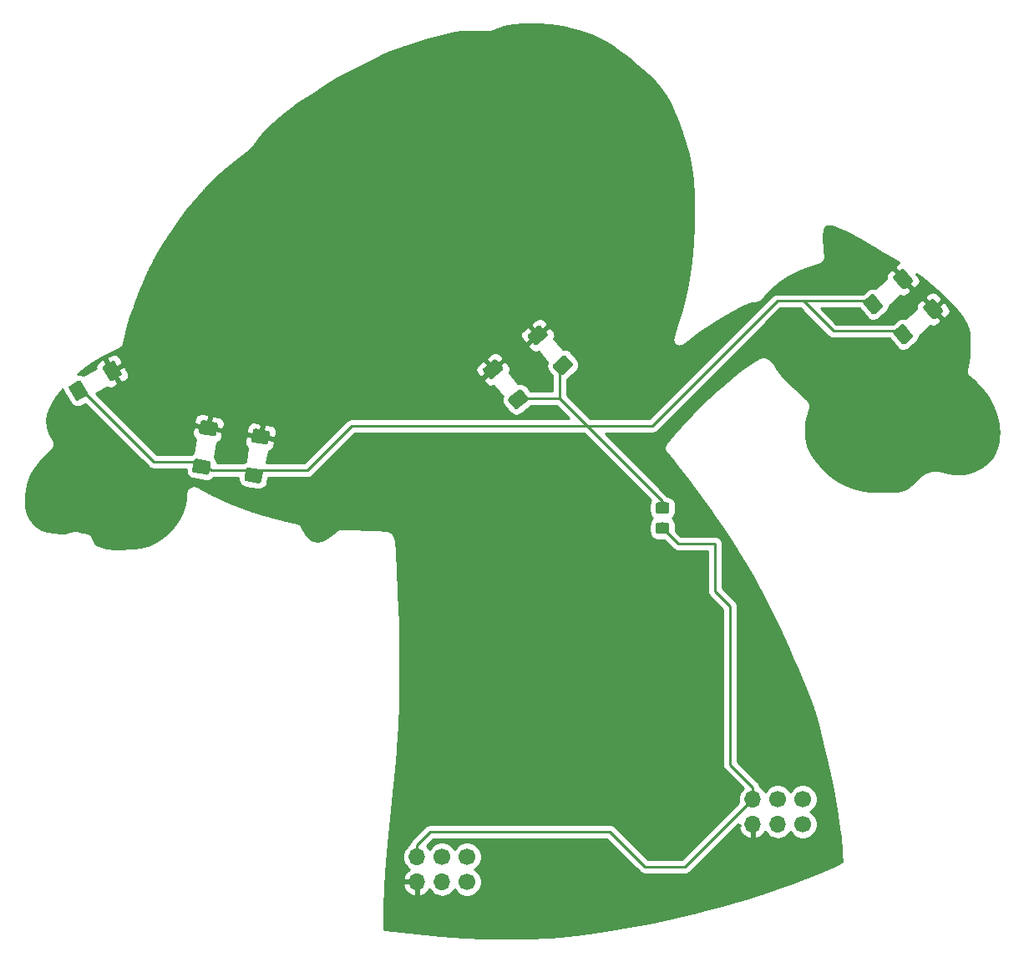
<source format=gbr>
G04 #@! TF.GenerationSoftware,KiCad,Pcbnew,(5.1.2)-1*
G04 #@! TF.CreationDate,2019-06-03T17:34:52+01:00*
G04 #@! TF.ProjectId,Lord Commander,4c6f7264-2043-46f6-9d6d-616e6465722e,rev?*
G04 #@! TF.SameCoordinates,Original*
G04 #@! TF.FileFunction,Copper,L2,Bot*
G04 #@! TF.FilePolarity,Positive*
%FSLAX46Y46*%
G04 Gerber Fmt 4.6, Leading zero omitted, Abs format (unit mm)*
G04 Created by KiCad (PCBNEW (5.1.2)-1) date 2019-06-03 17:34:52*
%MOMM*%
%LPD*%
G04 APERTURE LIST*
%ADD10C,1.700000*%
%ADD11O,1.700000X1.700000*%
%ADD12C,0.100000*%
%ADD13C,1.425000*%
%ADD14C,1.150000*%
%ADD15C,0.250000*%
%ADD16C,0.254000*%
G04 APERTURE END LIST*
D10*
X26924000Y-32258000D03*
X29464000Y-32258000D03*
X29464000Y-34798000D03*
D11*
X26924000Y-34798000D03*
X24384000Y-32258000D03*
X24384000Y-34798000D03*
X-9652000Y-40640000D03*
X-9652000Y-38100000D03*
X-7112000Y-40640000D03*
D10*
X-4572000Y-40640000D03*
X-4572000Y-38100000D03*
X-7112000Y-38100000D03*
D12*
G36*
X42644877Y18457315D02*
G01*
X42669123Y18453988D01*
X42692925Y18448301D01*
X42716056Y18440309D01*
X42738291Y18430087D01*
X42759418Y18417736D01*
X42779232Y18403373D01*
X42797543Y18387137D01*
X42814175Y18369185D01*
X43618465Y17410670D01*
X43633256Y17391173D01*
X43646066Y17370321D01*
X43656770Y17348314D01*
X43665265Y17325363D01*
X43671470Y17301691D01*
X43675325Y17277524D01*
X43676792Y17253095D01*
X43675858Y17228641D01*
X43672531Y17204395D01*
X43666844Y17180593D01*
X43658852Y17157463D01*
X43648630Y17135227D01*
X43636279Y17114100D01*
X43621916Y17094286D01*
X43605680Y17075975D01*
X43587727Y17059343D01*
X42878177Y16463960D01*
X42858681Y16449169D01*
X42837829Y16436359D01*
X42815822Y16425655D01*
X42792871Y16417160D01*
X42769198Y16410955D01*
X42745032Y16407100D01*
X42720603Y16405633D01*
X42696149Y16406567D01*
X42671903Y16409894D01*
X42648101Y16415581D01*
X42624970Y16423573D01*
X42602735Y16433795D01*
X42581608Y16446146D01*
X42561794Y16460509D01*
X42543483Y16476745D01*
X42526851Y16494697D01*
X41722561Y17453212D01*
X41707770Y17472709D01*
X41694960Y17493561D01*
X41684256Y17515568D01*
X41675761Y17538519D01*
X41669556Y17562191D01*
X41665701Y17586358D01*
X41664234Y17610787D01*
X41665168Y17635241D01*
X41668495Y17659487D01*
X41674182Y17683289D01*
X41682174Y17706419D01*
X41692396Y17728655D01*
X41704747Y17749782D01*
X41719110Y17769596D01*
X41735346Y17787907D01*
X41753299Y17804539D01*
X42462849Y18399922D01*
X42482345Y18414713D01*
X42503197Y18427523D01*
X42525204Y18438227D01*
X42548155Y18446722D01*
X42571828Y18452927D01*
X42595994Y18456782D01*
X42620423Y18458249D01*
X42644877Y18457315D01*
X42644877Y18457315D01*
G37*
D13*
X42670513Y17431941D03*
D12*
G36*
X39599851Y15902233D02*
G01*
X39624097Y15898906D01*
X39647899Y15893219D01*
X39671030Y15885227D01*
X39693265Y15875005D01*
X39714392Y15862654D01*
X39734206Y15848291D01*
X39752517Y15832055D01*
X39769149Y15814103D01*
X40573439Y14855588D01*
X40588230Y14836091D01*
X40601040Y14815239D01*
X40611744Y14793232D01*
X40620239Y14770281D01*
X40626444Y14746609D01*
X40630299Y14722442D01*
X40631766Y14698013D01*
X40630832Y14673559D01*
X40627505Y14649313D01*
X40621818Y14625511D01*
X40613826Y14602381D01*
X40603604Y14580145D01*
X40591253Y14559018D01*
X40576890Y14539204D01*
X40560654Y14520893D01*
X40542701Y14504261D01*
X39833151Y13908878D01*
X39813655Y13894087D01*
X39792803Y13881277D01*
X39770796Y13870573D01*
X39747845Y13862078D01*
X39724172Y13855873D01*
X39700006Y13852018D01*
X39675577Y13850551D01*
X39651123Y13851485D01*
X39626877Y13854812D01*
X39603075Y13860499D01*
X39579944Y13868491D01*
X39557709Y13878713D01*
X39536582Y13891064D01*
X39516768Y13905427D01*
X39498457Y13921663D01*
X39481825Y13939615D01*
X38677535Y14898130D01*
X38662744Y14917627D01*
X38649934Y14938479D01*
X38639230Y14960486D01*
X38630735Y14983437D01*
X38624530Y15007109D01*
X38620675Y15031276D01*
X38619208Y15055705D01*
X38620142Y15080159D01*
X38623469Y15104405D01*
X38629156Y15128207D01*
X38637148Y15151337D01*
X38647370Y15173573D01*
X38659721Y15194700D01*
X38674084Y15214514D01*
X38690320Y15232825D01*
X38708273Y15249457D01*
X39417823Y15844840D01*
X39437319Y15859631D01*
X39458171Y15872441D01*
X39480178Y15883145D01*
X39503129Y15891640D01*
X39526802Y15897845D01*
X39550968Y15901700D01*
X39575397Y15903167D01*
X39599851Y15902233D01*
X39599851Y15902233D01*
G37*
D13*
X39625487Y14876859D03*
D12*
G36*
X-43882250Y10188461D02*
G01*
X-43857938Y10185664D01*
X-43834017Y10180498D01*
X-43810718Y10173012D01*
X-43788265Y10163278D01*
X-43766874Y10151390D01*
X-43746751Y10137463D01*
X-43728090Y10121630D01*
X-43711071Y10104045D01*
X-43695857Y10084876D01*
X-43682596Y10064308D01*
X-43056970Y8980692D01*
X-43045788Y8958923D01*
X-43036794Y8936164D01*
X-43030074Y8912632D01*
X-43025693Y8888555D01*
X-43023694Y8864164D01*
X-43024094Y8839695D01*
X-43026891Y8815383D01*
X-43032057Y8791462D01*
X-43039543Y8768163D01*
X-43049277Y8745710D01*
X-43061165Y8724319D01*
X-43075092Y8704196D01*
X-43090925Y8685535D01*
X-43108510Y8668516D01*
X-43127679Y8653302D01*
X-43148247Y8640041D01*
X-43950405Y8176915D01*
X-43972174Y8165733D01*
X-43994933Y8156739D01*
X-44018465Y8150019D01*
X-44042542Y8145638D01*
X-44066933Y8143639D01*
X-44091402Y8144039D01*
X-44115714Y8146836D01*
X-44139635Y8152002D01*
X-44162934Y8159488D01*
X-44185387Y8169222D01*
X-44206778Y8181110D01*
X-44226901Y8195037D01*
X-44245562Y8210870D01*
X-44262581Y8228455D01*
X-44277795Y8247624D01*
X-44291056Y8268192D01*
X-44916682Y9351808D01*
X-44927864Y9373577D01*
X-44936858Y9396336D01*
X-44943578Y9419868D01*
X-44947959Y9443945D01*
X-44949958Y9468336D01*
X-44949558Y9492805D01*
X-44946761Y9517117D01*
X-44941595Y9541038D01*
X-44934109Y9564337D01*
X-44924375Y9586790D01*
X-44912487Y9608181D01*
X-44898560Y9628304D01*
X-44882727Y9646965D01*
X-44865142Y9663984D01*
X-44845973Y9679198D01*
X-44825405Y9692459D01*
X-44023247Y10155585D01*
X-44001478Y10166767D01*
X-43978719Y10175761D01*
X-43955187Y10182481D01*
X-43931110Y10186862D01*
X-43906719Y10188861D01*
X-43882250Y10188461D01*
X-43882250Y10188461D01*
G37*
D13*
X-43986826Y9166250D03*
D12*
G36*
X-40439798Y12175961D02*
G01*
X-40415486Y12173164D01*
X-40391565Y12167998D01*
X-40368266Y12160512D01*
X-40345813Y12150778D01*
X-40324422Y12138890D01*
X-40304299Y12124963D01*
X-40285638Y12109130D01*
X-40268619Y12091545D01*
X-40253405Y12072376D01*
X-40240144Y12051808D01*
X-39614518Y10968192D01*
X-39603336Y10946423D01*
X-39594342Y10923664D01*
X-39587622Y10900132D01*
X-39583241Y10876055D01*
X-39581242Y10851664D01*
X-39581642Y10827195D01*
X-39584439Y10802883D01*
X-39589605Y10778962D01*
X-39597091Y10755663D01*
X-39606825Y10733210D01*
X-39618713Y10711819D01*
X-39632640Y10691696D01*
X-39648473Y10673035D01*
X-39666058Y10656016D01*
X-39685227Y10640802D01*
X-39705795Y10627541D01*
X-40507953Y10164415D01*
X-40529722Y10153233D01*
X-40552481Y10144239D01*
X-40576013Y10137519D01*
X-40600090Y10133138D01*
X-40624481Y10131139D01*
X-40648950Y10131539D01*
X-40673262Y10134336D01*
X-40697183Y10139502D01*
X-40720482Y10146988D01*
X-40742935Y10156722D01*
X-40764326Y10168610D01*
X-40784449Y10182537D01*
X-40803110Y10198370D01*
X-40820129Y10215955D01*
X-40835343Y10235124D01*
X-40848604Y10255692D01*
X-41474230Y11339308D01*
X-41485412Y11361077D01*
X-41494406Y11383836D01*
X-41501126Y11407368D01*
X-41505507Y11431445D01*
X-41507506Y11455836D01*
X-41507106Y11480305D01*
X-41504309Y11504617D01*
X-41499143Y11528538D01*
X-41491657Y11551837D01*
X-41481923Y11574290D01*
X-41470035Y11595681D01*
X-41456108Y11615804D01*
X-41440275Y11634465D01*
X-41422690Y11651484D01*
X-41403521Y11666698D01*
X-41382953Y11679959D01*
X-40580795Y12143085D01*
X-40559026Y12154267D01*
X-40536267Y12163261D01*
X-40512735Y12169981D01*
X-40488658Y12174362D01*
X-40464267Y12176361D01*
X-40439798Y12175961D01*
X-40439798Y12175961D01*
G37*
D13*
X-40544374Y11153750D03*
D12*
G36*
X39596877Y21505315D02*
G01*
X39621123Y21501988D01*
X39644925Y21496301D01*
X39668056Y21488309D01*
X39690291Y21478087D01*
X39711418Y21465736D01*
X39731232Y21451373D01*
X39749543Y21435137D01*
X39766175Y21417185D01*
X40570465Y20458670D01*
X40585256Y20439173D01*
X40598066Y20418321D01*
X40608770Y20396314D01*
X40617265Y20373363D01*
X40623470Y20349691D01*
X40627325Y20325524D01*
X40628792Y20301095D01*
X40627858Y20276641D01*
X40624531Y20252395D01*
X40618844Y20228593D01*
X40610852Y20205463D01*
X40600630Y20183227D01*
X40588279Y20162100D01*
X40573916Y20142286D01*
X40557680Y20123975D01*
X40539727Y20107343D01*
X39830177Y19511960D01*
X39810681Y19497169D01*
X39789829Y19484359D01*
X39767822Y19473655D01*
X39744871Y19465160D01*
X39721198Y19458955D01*
X39697032Y19455100D01*
X39672603Y19453633D01*
X39648149Y19454567D01*
X39623903Y19457894D01*
X39600101Y19463581D01*
X39576970Y19471573D01*
X39554735Y19481795D01*
X39533608Y19494146D01*
X39513794Y19508509D01*
X39495483Y19524745D01*
X39478851Y19542697D01*
X38674561Y20501212D01*
X38659770Y20520709D01*
X38646960Y20541561D01*
X38636256Y20563568D01*
X38627761Y20586519D01*
X38621556Y20610191D01*
X38617701Y20634358D01*
X38616234Y20658787D01*
X38617168Y20683241D01*
X38620495Y20707487D01*
X38626182Y20731289D01*
X38634174Y20754419D01*
X38644396Y20776655D01*
X38656747Y20797782D01*
X38671110Y20817596D01*
X38687346Y20835907D01*
X38705299Y20852539D01*
X39414849Y21447922D01*
X39434345Y21462713D01*
X39455197Y21475523D01*
X39477204Y21486227D01*
X39500155Y21494722D01*
X39523828Y21500927D01*
X39547994Y21504782D01*
X39572423Y21506249D01*
X39596877Y21505315D01*
X39596877Y21505315D01*
G37*
D13*
X39622513Y20479941D03*
D12*
G36*
X36551851Y18950233D02*
G01*
X36576097Y18946906D01*
X36599899Y18941219D01*
X36623030Y18933227D01*
X36645265Y18923005D01*
X36666392Y18910654D01*
X36686206Y18896291D01*
X36704517Y18880055D01*
X36721149Y18862103D01*
X37525439Y17903588D01*
X37540230Y17884091D01*
X37553040Y17863239D01*
X37563744Y17841232D01*
X37572239Y17818281D01*
X37578444Y17794609D01*
X37582299Y17770442D01*
X37583766Y17746013D01*
X37582832Y17721559D01*
X37579505Y17697313D01*
X37573818Y17673511D01*
X37565826Y17650381D01*
X37555604Y17628145D01*
X37543253Y17607018D01*
X37528890Y17587204D01*
X37512654Y17568893D01*
X37494701Y17552261D01*
X36785151Y16956878D01*
X36765655Y16942087D01*
X36744803Y16929277D01*
X36722796Y16918573D01*
X36699845Y16910078D01*
X36676172Y16903873D01*
X36652006Y16900018D01*
X36627577Y16898551D01*
X36603123Y16899485D01*
X36578877Y16902812D01*
X36555075Y16908499D01*
X36531944Y16916491D01*
X36509709Y16926713D01*
X36488582Y16939064D01*
X36468768Y16953427D01*
X36450457Y16969663D01*
X36433825Y16987615D01*
X35629535Y17946130D01*
X35614744Y17965627D01*
X35601934Y17986479D01*
X35591230Y18008486D01*
X35582735Y18031437D01*
X35576530Y18055109D01*
X35572675Y18079276D01*
X35571208Y18103705D01*
X35572142Y18128159D01*
X35575469Y18152405D01*
X35581156Y18176207D01*
X35589148Y18199337D01*
X35599370Y18221573D01*
X35611721Y18242700D01*
X35626084Y18262514D01*
X35642320Y18280825D01*
X35660273Y18297457D01*
X36369823Y18892840D01*
X36389319Y18907631D01*
X36410171Y18920441D01*
X36432178Y18931145D01*
X36455129Y18939640D01*
X36478802Y18945845D01*
X36502968Y18949700D01*
X36527397Y18951167D01*
X36551851Y18950233D01*
X36551851Y18950233D01*
G37*
D13*
X36577487Y17924859D03*
D12*
G36*
X820441Y9287232D02*
G01*
X844687Y9283905D01*
X868489Y9278218D01*
X891619Y9270226D01*
X913855Y9260004D01*
X934982Y9247653D01*
X954796Y9233290D01*
X973107Y9217054D01*
X989739Y9199101D01*
X1585122Y8489551D01*
X1599913Y8470055D01*
X1612723Y8449203D01*
X1623427Y8427196D01*
X1631922Y8404245D01*
X1638127Y8380572D01*
X1641982Y8356406D01*
X1643449Y8331977D01*
X1642515Y8307523D01*
X1639188Y8283277D01*
X1633501Y8259475D01*
X1625509Y8236344D01*
X1615287Y8214109D01*
X1602936Y8192982D01*
X1588573Y8173168D01*
X1572337Y8154857D01*
X1554385Y8138225D01*
X595870Y7333935D01*
X576373Y7319144D01*
X555521Y7306334D01*
X533514Y7295630D01*
X510563Y7287135D01*
X486891Y7280930D01*
X462724Y7277075D01*
X438295Y7275608D01*
X413841Y7276542D01*
X389595Y7279869D01*
X365793Y7285556D01*
X342663Y7293548D01*
X320427Y7303770D01*
X299300Y7316121D01*
X279486Y7330484D01*
X261175Y7346720D01*
X244543Y7364673D01*
X-350840Y8074223D01*
X-365631Y8093719D01*
X-378441Y8114571D01*
X-389145Y8136578D01*
X-397640Y8159529D01*
X-403845Y8183202D01*
X-407700Y8207368D01*
X-409167Y8231797D01*
X-408233Y8256251D01*
X-404906Y8280497D01*
X-399219Y8304299D01*
X-391227Y8327430D01*
X-381005Y8349665D01*
X-368654Y8370792D01*
X-354291Y8390606D01*
X-338055Y8408917D01*
X-320103Y8425549D01*
X638412Y9229839D01*
X657909Y9244630D01*
X678761Y9257440D01*
X700768Y9268144D01*
X723719Y9276639D01*
X747391Y9282844D01*
X771558Y9286699D01*
X795987Y9288166D01*
X820441Y9287232D01*
X820441Y9287232D01*
G37*
D13*
X617141Y8281887D03*
D12*
G36*
X-1734641Y12332258D02*
G01*
X-1710395Y12328931D01*
X-1686593Y12323244D01*
X-1663463Y12315252D01*
X-1641227Y12305030D01*
X-1620100Y12292679D01*
X-1600286Y12278316D01*
X-1581975Y12262080D01*
X-1565343Y12244127D01*
X-969960Y11534577D01*
X-955169Y11515081D01*
X-942359Y11494229D01*
X-931655Y11472222D01*
X-923160Y11449271D01*
X-916955Y11425598D01*
X-913100Y11401432D01*
X-911633Y11377003D01*
X-912567Y11352549D01*
X-915894Y11328303D01*
X-921581Y11304501D01*
X-929573Y11281370D01*
X-939795Y11259135D01*
X-952146Y11238008D01*
X-966509Y11218194D01*
X-982745Y11199883D01*
X-1000697Y11183251D01*
X-1959212Y10378961D01*
X-1978709Y10364170D01*
X-1999561Y10351360D01*
X-2021568Y10340656D01*
X-2044519Y10332161D01*
X-2068191Y10325956D01*
X-2092358Y10322101D01*
X-2116787Y10320634D01*
X-2141241Y10321568D01*
X-2165487Y10324895D01*
X-2189289Y10330582D01*
X-2212419Y10338574D01*
X-2234655Y10348796D01*
X-2255782Y10361147D01*
X-2275596Y10375510D01*
X-2293907Y10391746D01*
X-2310539Y10409699D01*
X-2905922Y11119249D01*
X-2920713Y11138745D01*
X-2933523Y11159597D01*
X-2944227Y11181604D01*
X-2952722Y11204555D01*
X-2958927Y11228228D01*
X-2962782Y11252394D01*
X-2964249Y11276823D01*
X-2963315Y11301277D01*
X-2959988Y11325523D01*
X-2954301Y11349325D01*
X-2946309Y11372456D01*
X-2936087Y11394691D01*
X-2923736Y11415818D01*
X-2909373Y11435632D01*
X-2893137Y11453943D01*
X-2875185Y11470575D01*
X-1916670Y12274865D01*
X-1897173Y12289656D01*
X-1876321Y12302466D01*
X-1854314Y12313170D01*
X-1831363Y12321665D01*
X-1807691Y12327870D01*
X-1783524Y12331725D01*
X-1759095Y12333192D01*
X-1734641Y12332258D01*
X-1734641Y12332258D01*
G37*
D13*
X-1937941Y11326913D03*
D12*
G36*
X-26028751Y5310682D02*
G01*
X-26004471Y5307620D01*
X-24772229Y5090342D01*
X-24748366Y5084915D01*
X-24725149Y5077175D01*
X-24702804Y5067197D01*
X-24681543Y5055077D01*
X-24661574Y5040931D01*
X-24643087Y5024896D01*
X-24626260Y5007126D01*
X-24611257Y4987792D01*
X-24598220Y4967081D01*
X-24587277Y4945191D01*
X-24578532Y4922335D01*
X-24572069Y4898731D01*
X-24567951Y4874608D01*
X-24566217Y4850197D01*
X-24566885Y4825734D01*
X-24569947Y4801454D01*
X-24730789Y3889274D01*
X-24736216Y3865411D01*
X-24743955Y3842194D01*
X-24753934Y3819849D01*
X-24766054Y3798588D01*
X-24780200Y3778619D01*
X-24796235Y3760132D01*
X-24814005Y3743305D01*
X-24833339Y3728302D01*
X-24854050Y3715266D01*
X-24875939Y3704322D01*
X-24898796Y3695577D01*
X-24922400Y3689114D01*
X-24946523Y3684996D01*
X-24970934Y3683262D01*
X-24995397Y3683930D01*
X-25019677Y3686992D01*
X-26251919Y3904270D01*
X-26275782Y3909697D01*
X-26298999Y3917437D01*
X-26321344Y3927415D01*
X-26342605Y3939535D01*
X-26362574Y3953681D01*
X-26381061Y3969716D01*
X-26397888Y3987486D01*
X-26412891Y4006820D01*
X-26425928Y4027531D01*
X-26436871Y4049421D01*
X-26445616Y4072277D01*
X-26452079Y4095881D01*
X-26456197Y4120004D01*
X-26457931Y4144415D01*
X-26457263Y4168878D01*
X-26454201Y4193158D01*
X-26293359Y5105338D01*
X-26287932Y5129201D01*
X-26280193Y5152418D01*
X-26270214Y5174763D01*
X-26258094Y5196024D01*
X-26243948Y5215993D01*
X-26227913Y5234480D01*
X-26210143Y5251307D01*
X-26190809Y5266310D01*
X-26170098Y5279346D01*
X-26148209Y5290290D01*
X-26125352Y5299035D01*
X-26101748Y5305498D01*
X-26077625Y5309616D01*
X-26053214Y5311350D01*
X-26028751Y5310682D01*
X-26028751Y5310682D01*
G37*
D13*
X-25512074Y4497306D03*
D12*
G36*
X-26719003Y1396070D02*
G01*
X-26694723Y1393008D01*
X-25462481Y1175730D01*
X-25438618Y1170303D01*
X-25415401Y1162563D01*
X-25393056Y1152585D01*
X-25371795Y1140465D01*
X-25351826Y1126319D01*
X-25333339Y1110284D01*
X-25316512Y1092514D01*
X-25301509Y1073180D01*
X-25288472Y1052469D01*
X-25277529Y1030579D01*
X-25268784Y1007723D01*
X-25262321Y984119D01*
X-25258203Y959996D01*
X-25256469Y935585D01*
X-25257137Y911122D01*
X-25260199Y886842D01*
X-25421041Y-25338D01*
X-25426468Y-49201D01*
X-25434207Y-72418D01*
X-25444186Y-94763D01*
X-25456306Y-116024D01*
X-25470452Y-135993D01*
X-25486487Y-154480D01*
X-25504257Y-171307D01*
X-25523591Y-186310D01*
X-25544302Y-199346D01*
X-25566191Y-210290D01*
X-25589048Y-219035D01*
X-25612652Y-225498D01*
X-25636775Y-229616D01*
X-25661186Y-231350D01*
X-25685649Y-230682D01*
X-25709929Y-227620D01*
X-26942171Y-10342D01*
X-26966034Y-4915D01*
X-26989251Y2825D01*
X-27011596Y12803D01*
X-27032857Y24923D01*
X-27052826Y39069D01*
X-27071313Y55104D01*
X-27088140Y72874D01*
X-27103143Y92208D01*
X-27116180Y112919D01*
X-27127123Y134809D01*
X-27135868Y157665D01*
X-27142331Y181269D01*
X-27146449Y205392D01*
X-27148183Y229803D01*
X-27147515Y254266D01*
X-27144453Y278546D01*
X-26983611Y1190726D01*
X-26978184Y1214589D01*
X-26970445Y1237806D01*
X-26960466Y1260151D01*
X-26948346Y1281412D01*
X-26934200Y1301381D01*
X-26918165Y1319868D01*
X-26900395Y1336695D01*
X-26881061Y1351698D01*
X-26860350Y1364734D01*
X-26838461Y1375678D01*
X-26815604Y1384423D01*
X-26792000Y1390886D01*
X-26767877Y1395004D01*
X-26743466Y1396738D01*
X-26719003Y1396070D01*
X-26719003Y1396070D01*
G37*
D13*
X-26202326Y582694D03*
D12*
G36*
X5341641Y12741632D02*
G01*
X5365887Y12738305D01*
X5389689Y12732618D01*
X5412819Y12724626D01*
X5435055Y12714404D01*
X5456182Y12702053D01*
X5475996Y12687690D01*
X5494307Y12671454D01*
X5510939Y12653501D01*
X6106322Y11943951D01*
X6121113Y11924455D01*
X6133923Y11903603D01*
X6144627Y11881596D01*
X6153122Y11858645D01*
X6159327Y11834972D01*
X6163182Y11810806D01*
X6164649Y11786377D01*
X6163715Y11761923D01*
X6160388Y11737677D01*
X6154701Y11713875D01*
X6146709Y11690744D01*
X6136487Y11668509D01*
X6124136Y11647382D01*
X6109773Y11627568D01*
X6093537Y11609257D01*
X6075585Y11592625D01*
X5117070Y10788335D01*
X5097573Y10773544D01*
X5076721Y10760734D01*
X5054714Y10750030D01*
X5031763Y10741535D01*
X5008091Y10735330D01*
X4983924Y10731475D01*
X4959495Y10730008D01*
X4935041Y10730942D01*
X4910795Y10734269D01*
X4886993Y10739956D01*
X4863863Y10747948D01*
X4841627Y10758170D01*
X4820500Y10770521D01*
X4800686Y10784884D01*
X4782375Y10801120D01*
X4765743Y10819073D01*
X4170360Y11528623D01*
X4155569Y11548119D01*
X4142759Y11568971D01*
X4132055Y11590978D01*
X4123560Y11613929D01*
X4117355Y11637602D01*
X4113500Y11661768D01*
X4112033Y11686197D01*
X4112967Y11710651D01*
X4116294Y11734897D01*
X4121981Y11758699D01*
X4129973Y11781830D01*
X4140195Y11804065D01*
X4152546Y11825192D01*
X4166909Y11845006D01*
X4183145Y11863317D01*
X4201097Y11879949D01*
X5159612Y12684239D01*
X5179109Y12699030D01*
X5199961Y12711840D01*
X5221968Y12722544D01*
X5244919Y12731039D01*
X5268591Y12737244D01*
X5292758Y12741099D01*
X5317187Y12742566D01*
X5341641Y12741632D01*
X5341641Y12741632D01*
G37*
D13*
X5138341Y11736287D03*
D12*
G36*
X2786559Y15786658D02*
G01*
X2810805Y15783331D01*
X2834607Y15777644D01*
X2857737Y15769652D01*
X2879973Y15759430D01*
X2901100Y15747079D01*
X2920914Y15732716D01*
X2939225Y15716480D01*
X2955857Y15698527D01*
X3551240Y14988977D01*
X3566031Y14969481D01*
X3578841Y14948629D01*
X3589545Y14926622D01*
X3598040Y14903671D01*
X3604245Y14879998D01*
X3608100Y14855832D01*
X3609567Y14831403D01*
X3608633Y14806949D01*
X3605306Y14782703D01*
X3599619Y14758901D01*
X3591627Y14735770D01*
X3581405Y14713535D01*
X3569054Y14692408D01*
X3554691Y14672594D01*
X3538455Y14654283D01*
X3520503Y14637651D01*
X2561988Y13833361D01*
X2542491Y13818570D01*
X2521639Y13805760D01*
X2499632Y13795056D01*
X2476681Y13786561D01*
X2453009Y13780356D01*
X2428842Y13776501D01*
X2404413Y13775034D01*
X2379959Y13775968D01*
X2355713Y13779295D01*
X2331911Y13784982D01*
X2308781Y13792974D01*
X2286545Y13803196D01*
X2265418Y13815547D01*
X2245604Y13829910D01*
X2227293Y13846146D01*
X2210661Y13864099D01*
X1615278Y14573649D01*
X1600487Y14593145D01*
X1587677Y14613997D01*
X1576973Y14636004D01*
X1568478Y14658955D01*
X1562273Y14682628D01*
X1558418Y14706794D01*
X1556951Y14731223D01*
X1557885Y14755677D01*
X1561212Y14779923D01*
X1566899Y14803725D01*
X1574891Y14826856D01*
X1585113Y14849091D01*
X1597464Y14870218D01*
X1611827Y14890032D01*
X1628063Y14908343D01*
X1646015Y14924975D01*
X2604530Y15729265D01*
X2624027Y15744056D01*
X2644879Y15756866D01*
X2666886Y15767570D01*
X2689837Y15776065D01*
X2713509Y15782270D01*
X2737676Y15786125D01*
X2762105Y15787592D01*
X2786559Y15786658D01*
X2786559Y15786658D01*
G37*
D13*
X2583259Y14781313D03*
D12*
G36*
X-31311951Y6174282D02*
G01*
X-31287671Y6171220D01*
X-30055429Y5953942D01*
X-30031566Y5948515D01*
X-30008349Y5940775D01*
X-29986004Y5930797D01*
X-29964743Y5918677D01*
X-29944774Y5904531D01*
X-29926287Y5888496D01*
X-29909460Y5870726D01*
X-29894457Y5851392D01*
X-29881420Y5830681D01*
X-29870477Y5808791D01*
X-29861732Y5785935D01*
X-29855269Y5762331D01*
X-29851151Y5738208D01*
X-29849417Y5713797D01*
X-29850085Y5689334D01*
X-29853147Y5665054D01*
X-30013989Y4752874D01*
X-30019416Y4729011D01*
X-30027155Y4705794D01*
X-30037134Y4683449D01*
X-30049254Y4662188D01*
X-30063400Y4642219D01*
X-30079435Y4623732D01*
X-30097205Y4606905D01*
X-30116539Y4591902D01*
X-30137250Y4578866D01*
X-30159139Y4567922D01*
X-30181996Y4559177D01*
X-30205600Y4552714D01*
X-30229723Y4548596D01*
X-30254134Y4546862D01*
X-30278597Y4547530D01*
X-30302877Y4550592D01*
X-31535119Y4767870D01*
X-31558982Y4773297D01*
X-31582199Y4781037D01*
X-31604544Y4791015D01*
X-31625805Y4803135D01*
X-31645774Y4817281D01*
X-31664261Y4833316D01*
X-31681088Y4851086D01*
X-31696091Y4870420D01*
X-31709128Y4891131D01*
X-31720071Y4913021D01*
X-31728816Y4935877D01*
X-31735279Y4959481D01*
X-31739397Y4983604D01*
X-31741131Y5008015D01*
X-31740463Y5032478D01*
X-31737401Y5056758D01*
X-31576559Y5968938D01*
X-31571132Y5992801D01*
X-31563393Y6016018D01*
X-31553414Y6038363D01*
X-31541294Y6059624D01*
X-31527148Y6079593D01*
X-31511113Y6098080D01*
X-31493343Y6114907D01*
X-31474009Y6129910D01*
X-31453298Y6142946D01*
X-31431409Y6153890D01*
X-31408552Y6162635D01*
X-31384948Y6169098D01*
X-31360825Y6173216D01*
X-31336414Y6174950D01*
X-31311951Y6174282D01*
X-31311951Y6174282D01*
G37*
D13*
X-30795274Y5360906D03*
D12*
G36*
X-32002203Y2259670D02*
G01*
X-31977923Y2256608D01*
X-30745681Y2039330D01*
X-30721818Y2033903D01*
X-30698601Y2026163D01*
X-30676256Y2016185D01*
X-30654995Y2004065D01*
X-30635026Y1989919D01*
X-30616539Y1973884D01*
X-30599712Y1956114D01*
X-30584709Y1936780D01*
X-30571672Y1916069D01*
X-30560729Y1894179D01*
X-30551984Y1871323D01*
X-30545521Y1847719D01*
X-30541403Y1823596D01*
X-30539669Y1799185D01*
X-30540337Y1774722D01*
X-30543399Y1750442D01*
X-30704241Y838262D01*
X-30709668Y814399D01*
X-30717407Y791182D01*
X-30727386Y768837D01*
X-30739506Y747576D01*
X-30753652Y727607D01*
X-30769687Y709120D01*
X-30787457Y692293D01*
X-30806791Y677290D01*
X-30827502Y664254D01*
X-30849391Y653310D01*
X-30872248Y644565D01*
X-30895852Y638102D01*
X-30919975Y633984D01*
X-30944386Y632250D01*
X-30968849Y632918D01*
X-30993129Y635980D01*
X-32225371Y853258D01*
X-32249234Y858685D01*
X-32272451Y866425D01*
X-32294796Y876403D01*
X-32316057Y888523D01*
X-32336026Y902669D01*
X-32354513Y918704D01*
X-32371340Y936474D01*
X-32386343Y955808D01*
X-32399380Y976519D01*
X-32410323Y998409D01*
X-32419068Y1021265D01*
X-32425531Y1044869D01*
X-32429649Y1068992D01*
X-32431383Y1093403D01*
X-32430715Y1117866D01*
X-32427653Y1142146D01*
X-32266811Y2054326D01*
X-32261384Y2078189D01*
X-32253645Y2101406D01*
X-32243666Y2123751D01*
X-32231546Y2145012D01*
X-32217400Y2164981D01*
X-32201365Y2183468D01*
X-32183595Y2200295D01*
X-32164261Y2215298D01*
X-32143550Y2228334D01*
X-32121661Y2239278D01*
X-32098804Y2248023D01*
X-32075200Y2254486D01*
X-32051077Y2258604D01*
X-32026666Y2260338D01*
X-32002203Y2259670D01*
X-32002203Y2259670D01*
G37*
D13*
X-31485526Y1446294D03*
D12*
G36*
X15714505Y-4210404D02*
G01*
X15738773Y-4214004D01*
X15762572Y-4219965D01*
X15785671Y-4228230D01*
X15807850Y-4238720D01*
X15828893Y-4251332D01*
X15848599Y-4265947D01*
X15866777Y-4282423D01*
X15883253Y-4300601D01*
X15897868Y-4320307D01*
X15910480Y-4341350D01*
X15920970Y-4363529D01*
X15929235Y-4386628D01*
X15935196Y-4410427D01*
X15938796Y-4434695D01*
X15940000Y-4459199D01*
X15940000Y-5109201D01*
X15938796Y-5133705D01*
X15935196Y-5157973D01*
X15929235Y-5181772D01*
X15920970Y-5204871D01*
X15910480Y-5227050D01*
X15897868Y-5248093D01*
X15883253Y-5267799D01*
X15866777Y-5285977D01*
X15848599Y-5302453D01*
X15828893Y-5317068D01*
X15807850Y-5329680D01*
X15785671Y-5340170D01*
X15762572Y-5348435D01*
X15738773Y-5354396D01*
X15714505Y-5357996D01*
X15690001Y-5359200D01*
X14789999Y-5359200D01*
X14765495Y-5357996D01*
X14741227Y-5354396D01*
X14717428Y-5348435D01*
X14694329Y-5340170D01*
X14672150Y-5329680D01*
X14651107Y-5317068D01*
X14631401Y-5302453D01*
X14613223Y-5285977D01*
X14596747Y-5267799D01*
X14582132Y-5248093D01*
X14569520Y-5227050D01*
X14559030Y-5204871D01*
X14550765Y-5181772D01*
X14544804Y-5157973D01*
X14541204Y-5133705D01*
X14540000Y-5109201D01*
X14540000Y-4459199D01*
X14541204Y-4434695D01*
X14544804Y-4410427D01*
X14550765Y-4386628D01*
X14559030Y-4363529D01*
X14569520Y-4341350D01*
X14582132Y-4320307D01*
X14596747Y-4300601D01*
X14613223Y-4282423D01*
X14631401Y-4265947D01*
X14651107Y-4251332D01*
X14672150Y-4238720D01*
X14694329Y-4228230D01*
X14717428Y-4219965D01*
X14741227Y-4214004D01*
X14765495Y-4210404D01*
X14789999Y-4209200D01*
X15690001Y-4209200D01*
X15714505Y-4210404D01*
X15714505Y-4210404D01*
G37*
D14*
X15240000Y-4784200D03*
D12*
G36*
X15714505Y-2160404D02*
G01*
X15738773Y-2164004D01*
X15762572Y-2169965D01*
X15785671Y-2178230D01*
X15807850Y-2188720D01*
X15828893Y-2201332D01*
X15848599Y-2215947D01*
X15866777Y-2232423D01*
X15883253Y-2250601D01*
X15897868Y-2270307D01*
X15910480Y-2291350D01*
X15920970Y-2313529D01*
X15929235Y-2336628D01*
X15935196Y-2360427D01*
X15938796Y-2384695D01*
X15940000Y-2409199D01*
X15940000Y-3059201D01*
X15938796Y-3083705D01*
X15935196Y-3107973D01*
X15929235Y-3131772D01*
X15920970Y-3154871D01*
X15910480Y-3177050D01*
X15897868Y-3198093D01*
X15883253Y-3217799D01*
X15866777Y-3235977D01*
X15848599Y-3252453D01*
X15828893Y-3267068D01*
X15807850Y-3279680D01*
X15785671Y-3290170D01*
X15762572Y-3298435D01*
X15738773Y-3304396D01*
X15714505Y-3307996D01*
X15690001Y-3309200D01*
X14789999Y-3309200D01*
X14765495Y-3307996D01*
X14741227Y-3304396D01*
X14717428Y-3298435D01*
X14694329Y-3290170D01*
X14672150Y-3279680D01*
X14651107Y-3267068D01*
X14631401Y-3252453D01*
X14613223Y-3235977D01*
X14596747Y-3217799D01*
X14582132Y-3198093D01*
X14569520Y-3177050D01*
X14559030Y-3154871D01*
X14550765Y-3131772D01*
X14544804Y-3107973D01*
X14541204Y-3083705D01*
X14540000Y-3059201D01*
X14540000Y-2409199D01*
X14541204Y-2384695D01*
X14544804Y-2360427D01*
X14550765Y-2336628D01*
X14559030Y-2313529D01*
X14569520Y-2291350D01*
X14582132Y-2270307D01*
X14596747Y-2250601D01*
X14613223Y-2232423D01*
X14631401Y-2215947D01*
X14651107Y-2201332D01*
X14672150Y-2188720D01*
X14694329Y-2178230D01*
X14717428Y-2169965D01*
X14741227Y-2164004D01*
X14765495Y-2160404D01*
X14789999Y-2159200D01*
X15690001Y-2159200D01*
X15714505Y-2160404D01*
X15714505Y-2160404D01*
G37*
D14*
X15240000Y-2734200D03*
D15*
X4816947Y8363853D02*
X4816947Y12119309D01*
X15240000Y-2734200D02*
X15240000Y-2059200D01*
X596803Y8363853D02*
X295747Y8664909D01*
X4816947Y8363853D02*
X596803Y8363853D01*
X7606400Y5574400D02*
X4816947Y8363853D01*
X15240000Y-2059200D02*
X7606400Y5574400D01*
X26882253Y18246253D02*
X36960509Y18246253D01*
X7606400Y5574400D02*
X14210400Y5574400D01*
X14210400Y5574400D02*
X26882253Y18246253D01*
X26882253Y18246253D02*
X29505747Y18246253D01*
X32553747Y15198253D02*
X40008509Y15198253D01*
X29505747Y18246253D02*
X32553747Y15198253D01*
X7606400Y5574400D02*
X-16269600Y5574400D01*
X-20768902Y1075098D02*
X-26115502Y1075098D01*
X-16269600Y5574400D02*
X-20768902Y1075098D01*
X-30535102Y1075098D02*
X-31398702Y1938698D01*
X-26115502Y1075098D02*
X-30535102Y1075098D01*
X-31398702Y1938698D02*
X-32012335Y1938698D01*
X-43553813Y9185177D02*
X-43553813Y9416250D01*
X-36307334Y1938698D02*
X-43553813Y9185177D01*
X-31398702Y1938698D02*
X-36307334Y1938698D01*
X17526000Y-39116000D02*
X24384000Y-32258000D01*
X13462000Y-39116000D02*
X17526000Y-39116000D01*
X9906000Y-35560000D02*
X13462000Y-39116000D01*
X-8314081Y-35560000D02*
X9906000Y-35560000D01*
X-9652000Y-38100000D02*
X-9652000Y-36897919D01*
X-9652000Y-36897919D02*
X-8314081Y-35560000D01*
X16805800Y-6350000D02*
X15240000Y-4784200D01*
X24384000Y-31055919D02*
X22098000Y-28769919D01*
X24384000Y-32258000D02*
X24384000Y-31055919D01*
X22098000Y-28769919D02*
X22098000Y-12700000D01*
X22098000Y-12700000D02*
X20574000Y-11176000D01*
X20574000Y-11176000D02*
X20574000Y-6350000D01*
X20574000Y-6350000D02*
X16805800Y-6350000D01*
D16*
G36*
X1880506Y46313060D02*
G01*
X1904462Y46310604D01*
X1927906Y46305148D01*
X1971419Y46303741D01*
X1981102Y46302748D01*
X2005056Y46302653D01*
X2062767Y46300786D01*
X2072157Y46302340D01*
X2091680Y46302215D01*
X2116744Y46302027D01*
X2142524Y46301803D01*
X2168406Y46301546D01*
X2193277Y46301272D01*
X2219373Y46300953D01*
X2244783Y46300612D01*
X2270051Y46300244D01*
X2295507Y46299845D01*
X2320583Y46299421D01*
X2346534Y46298955D01*
X2371608Y46298474D01*
X2396735Y46297964D01*
X2422247Y46297417D01*
X2448610Y46296820D01*
X2473171Y46296235D01*
X2498845Y46295595D01*
X2524574Y46294924D01*
X2550205Y46294225D01*
X2575339Y46293511D01*
X2601768Y46292730D01*
X2626916Y46291956D01*
X2652145Y46291150D01*
X2677565Y46290309D01*
X2703456Y46289420D01*
X2729172Y46288508D01*
X2753981Y46287600D01*
X2779714Y46286626D01*
X2805072Y46285636D01*
X2829923Y46284638D01*
X2855268Y46283588D01*
X2880855Y46282499D01*
X2906628Y46281370D01*
X2931701Y46280241D01*
X2957714Y46279037D01*
X2982726Y46277850D01*
X3007820Y46276627D01*
X3033772Y46275329D01*
X3059357Y46274018D01*
X3084385Y46272703D01*
X3110894Y46271277D01*
X3135832Y46269903D01*
X3161903Y46268432D01*
X3187126Y46266975D01*
X3212684Y46265465D01*
X3238118Y46263929D01*
X3263344Y46262372D01*
X3288298Y46260799D01*
X3313891Y46259150D01*
X3339309Y46257476D01*
X3364448Y46255785D01*
X3390081Y46254026D01*
X3415595Y46252238D01*
X3440220Y46250478D01*
X3465745Y46248616D01*
X3490686Y46246759D01*
X3516129Y46244827D01*
X3541574Y46242856D01*
X3566509Y46240886D01*
X3591688Y46238856D01*
X3616938Y46236784D01*
X3641581Y46234720D01*
X3666849Y46232563D01*
X3692183Y46230357D01*
X3717143Y46228145D01*
X3742362Y46225866D01*
X3767314Y46223568D01*
X3792321Y46221220D01*
X3817944Y46218767D01*
X3842514Y46216370D01*
X3867816Y46213855D01*
X3892255Y46211379D01*
X3917534Y46208768D01*
X3942258Y46206166D01*
X3966837Y46203529D01*
X3991370Y46200848D01*
X4016242Y46198077D01*
X4040867Y46195282D01*
X4065957Y46192377D01*
X4090143Y46189524D01*
X4114896Y46186546D01*
X4139439Y46183534D01*
X4164210Y46180436D01*
X4188484Y46177340D01*
X4212816Y46174172D01*
X4236799Y46170986D01*
X4261296Y46167665D01*
X4285578Y46164306D01*
X4309503Y46160925D01*
X4333569Y46157453D01*
X4357406Y46153942D01*
X4381537Y46150310D01*
X4405552Y46146615D01*
X4429020Y46142926D01*
X4452513Y46139150D01*
X4476036Y46135280D01*
X4499229Y46131375D01*
X4516339Y46128427D01*
X4516801Y46128300D01*
X4542387Y46123924D01*
X4542676Y46123845D01*
X4559156Y46121041D01*
X4582145Y46117075D01*
X4582608Y46117041D01*
X4585014Y46116633D01*
X4594113Y46115077D01*
X4594146Y46115068D01*
X4595887Y46114774D01*
X4608426Y46112629D01*
X4608674Y46112611D01*
X4613564Y46111784D01*
X4619634Y46110752D01*
X4619725Y46110727D01*
X4625841Y46109696D01*
X4634338Y46108250D01*
X4634468Y46108241D01*
X4639929Y46107320D01*
X4645090Y46106445D01*
X4645152Y46106428D01*
X4650012Y46105610D01*
X4660178Y46103886D01*
X4660312Y46103877D01*
X4663560Y46103330D01*
X4670658Y46102130D01*
X4670705Y46102117D01*
X4675026Y46101391D01*
X4685766Y46099575D01*
X4685888Y46099567D01*
X4690947Y46098717D01*
X4695974Y46097869D01*
X4696059Y46097846D01*
X4704591Y46096416D01*
X4711297Y46095285D01*
X4711366Y46095280D01*
X4717567Y46094241D01*
X4721673Y46093550D01*
X4721687Y46093546D01*
X4723430Y46093254D01*
X4736859Y46090994D01*
X4736962Y46090987D01*
X4747114Y46089281D01*
X4747179Y46089264D01*
X4754844Y46087983D01*
X4762178Y46086751D01*
X4762241Y46086747D01*
X4772609Y46085014D01*
X4772698Y46084990D01*
X4785194Y46082905D01*
X4787986Y46082437D01*
X4788008Y46082436D01*
X4790468Y46082025D01*
X4798154Y46080738D01*
X4798186Y46080729D01*
X4801842Y46080120D01*
X4813298Y46078201D01*
X4813402Y46078194D01*
X4818006Y46077427D01*
X4823582Y46076495D01*
X4823638Y46076480D01*
X4831015Y46075253D01*
X4838900Y46073935D01*
X4838961Y46073931D01*
X4844657Y46072983D01*
X4849081Y46072245D01*
X4849104Y46072239D01*
X4852666Y46071647D01*
X4864395Y46069690D01*
X4864470Y46069685D01*
X4866988Y46069266D01*
X4874342Y46068041D01*
X4874391Y46068028D01*
X4882490Y46066684D01*
X4889859Y46065456D01*
X4889905Y46065453D01*
X4898380Y46064046D01*
X4899648Y46063835D01*
X4899746Y46063809D01*
X4913748Y46061490D01*
X4915393Y46061216D01*
X4915405Y46061215D01*
X4921464Y46060212D01*
X4925355Y46059565D01*
X4925414Y46059549D01*
X4932724Y46058340D01*
X4940623Y46057027D01*
X4940689Y46057023D01*
X4942477Y46056727D01*
X4965912Y46052837D01*
X4966033Y46052829D01*
X4975827Y46051207D01*
X4975923Y46051181D01*
X4989088Y46049010D01*
X4991642Y46048587D01*
X4991661Y46048586D01*
X5001243Y46047006D01*
X5001301Y46046990D01*
X5012636Y46045123D01*
X5016915Y46044415D01*
X5016944Y46044413D01*
X5017522Y46044318D01*
X5026735Y46042795D01*
X5026776Y46042784D01*
X5031732Y46041969D01*
X5042064Y46040261D01*
X5042151Y46040255D01*
X5051823Y46038665D01*
X5052068Y46038624D01*
X5052125Y46038609D01*
X5061135Y46037129D01*
X5067587Y46036065D01*
X5067629Y46036062D01*
X5070005Y46035672D01*
X5077302Y46034470D01*
X5077407Y46034442D01*
X5089297Y46032494D01*
X5092994Y46031885D01*
X5093028Y46031883D01*
X5100835Y46030604D01*
X5102559Y46030320D01*
X5102646Y46030297D01*
X5112262Y46028724D01*
X5118393Y46027716D01*
X5118450Y46027712D01*
X5120910Y46027310D01*
X5143532Y46023594D01*
X5143679Y46023585D01*
X5168512Y46019516D01*
X5185296Y46016752D01*
X5208752Y46012817D01*
X5232572Y46008747D01*
X5256058Y46004665D01*
X5279349Y46000543D01*
X5302923Y45996299D01*
X5326394Y45991999D01*
X5349442Y45987696D01*
X5372881Y45983237D01*
X5395870Y45978778D01*
X5418547Y45974286D01*
X5441016Y45969731D01*
X5462821Y45965197D01*
X5484041Y45960659D01*
X5504180Y45956215D01*
X5522981Y45951901D01*
X5531855Y45949761D01*
X5543782Y45944184D01*
X5552597Y45941074D01*
X5561177Y45937344D01*
X5577650Y45932033D01*
X5581973Y45930121D01*
X5607122Y45921837D01*
X5611089Y45920438D01*
X5613786Y45919282D01*
X5619435Y45917493D01*
X5632060Y45913039D01*
X5638499Y45911457D01*
X5640837Y45910716D01*
X5643325Y45909673D01*
X5654539Y45906219D01*
X5670310Y45901024D01*
X5672082Y45900628D01*
X5685105Y45896698D01*
X5702414Y45891217D01*
X5703743Y45890936D01*
X5714787Y45887661D01*
X5732190Y45882300D01*
X5733226Y45882089D01*
X5742614Y45879344D01*
X5754398Y45875788D01*
X5754416Y45875781D01*
X5754549Y45875743D01*
X5760907Y45873824D01*
X5761805Y45873647D01*
X5770942Y45871008D01*
X5781045Y45868012D01*
X5781241Y45867934D01*
X5783021Y45867425D01*
X5789170Y45865602D01*
X5789888Y45865464D01*
X5798261Y45863072D01*
X5807710Y45860309D01*
X5807934Y45860221D01*
X5810287Y45859555D01*
X5816861Y45857633D01*
X5817524Y45857508D01*
X5825051Y45855379D01*
X5834213Y45852732D01*
X5834468Y45852633D01*
X5837477Y45851790D01*
X5843991Y45849908D01*
X5844574Y45849800D01*
X5852391Y45847609D01*
X5860480Y45845298D01*
X5860754Y45845192D01*
X5864386Y45844182D01*
X5870975Y45842300D01*
X5871500Y45842204D01*
X5878453Y45840271D01*
X5886721Y45837933D01*
X5887021Y45837817D01*
X5891302Y45836636D01*
X5897663Y45834837D01*
X5898135Y45834752D01*
X5905494Y45832723D01*
X5913088Y45830594D01*
X5913358Y45830491D01*
X5917565Y45829339D01*
X5924162Y45827490D01*
X5924609Y45827411D01*
X5931335Y45825570D01*
X5939417Y45823322D01*
X5939700Y45823215D01*
X5944307Y45821963D01*
X5950487Y45820245D01*
X5950887Y45820175D01*
X5958503Y45818106D01*
X5965374Y45816211D01*
X5965667Y45816100D01*
X5970797Y45814715D01*
X5977029Y45812997D01*
X5977405Y45812932D01*
X5983857Y45811191D01*
X5991501Y45809098D01*
X5991783Y45808992D01*
X5996814Y45807644D01*
X6003373Y45805848D01*
X6003761Y45805782D01*
X6010688Y45803925D01*
X6017483Y45802079D01*
X6017744Y45801981D01*
X6022742Y45800650D01*
X6029483Y45798818D01*
X6029854Y45798755D01*
X6035953Y45797131D01*
X6043670Y45795048D01*
X6043971Y45794936D01*
X6049743Y45793409D01*
X6055613Y45791825D01*
X6055936Y45791771D01*
X6063686Y45789721D01*
X6069855Y45788068D01*
X6070159Y45787955D01*
X6076206Y45786366D01*
X6081734Y45784884D01*
X6082026Y45784836D01*
X6088661Y45783092D01*
X6096107Y45781109D01*
X6096450Y45780982D01*
X6102874Y45779306D01*
X6107879Y45777973D01*
X6108161Y45777927D01*
X6116399Y45775778D01*
X6121988Y45774299D01*
X6122245Y45774205D01*
X6127402Y45772867D01*
X6134189Y45771072D01*
X6134545Y45771014D01*
X6139501Y45769729D01*
X6160326Y45764255D01*
X6160953Y45764155D01*
X6186461Y45757500D01*
X6186928Y45757426D01*
X6212360Y45750829D01*
X6212448Y45750815D01*
X6229789Y45746310D01*
X6255179Y45739697D01*
X6279486Y45733343D01*
X6304434Y45726801D01*
X6329404Y45720233D01*
X6354592Y45713581D01*
X6378465Y45707257D01*
X6403408Y45700623D01*
X6428466Y45693936D01*
X6452938Y45687379D01*
X6478301Y45680558D01*
X6502891Y45673926D01*
X6526769Y45667458D01*
X6551938Y45660614D01*
X6576587Y45653887D01*
X6600781Y45647264D01*
X6625782Y45640388D01*
X6649677Y45633791D01*
X6674414Y45626937D01*
X6698947Y45620111D01*
X6724016Y45613110D01*
X6748956Y45606116D01*
X6772614Y45599457D01*
X6796804Y45592617D01*
X6822121Y45585432D01*
X6846718Y45578419D01*
X6870676Y45571561D01*
X6895314Y45564477D01*
X6919976Y45557355D01*
X6944424Y45550266D01*
X6968492Y45543255D01*
X6993112Y45536050D01*
X7016963Y45529034D01*
X7041597Y45521755D01*
X7066135Y45514475D01*
X7089880Y45507394D01*
X7114317Y45500070D01*
X7138691Y45492729D01*
X7162570Y45485499D01*
X7186446Y45478235D01*
X7210906Y45470759D01*
X7234777Y45463423D01*
X7258730Y45456023D01*
X7283045Y45448470D01*
X7306830Y45441047D01*
X7330533Y45433607D01*
X7354247Y45426118D01*
X7378662Y45418366D01*
X7402906Y45410631D01*
X7426281Y45403126D01*
X7449970Y45395474D01*
X7473841Y45387717D01*
X7498007Y45379816D01*
X7521000Y45372250D01*
X7544942Y45364325D01*
X7568579Y45356453D01*
X7592714Y45348363D01*
X7615898Y45340542D01*
X7639335Y45332580D01*
X7662484Y45324662D01*
X7686582Y45316358D01*
X7709423Y45308439D01*
X7732942Y45300220D01*
X7756005Y45292102D01*
X7779111Y45283910D01*
X7802244Y45275644D01*
X7825327Y45267335D01*
X7848388Y45258969D01*
X7871012Y45250687D01*
X7893835Y45242269D01*
X7916759Y45233744D01*
X7939308Y45225281D01*
X7961804Y45216764D01*
X7984047Y45208269D01*
X8006698Y45199533D01*
X8029020Y45190842D01*
X8051127Y45182155D01*
X8073408Y45173312D01*
X8095545Y45164436D01*
X8117390Y45155586D01*
X8139291Y45146613D01*
X8161084Y45137585D01*
X8182231Y45128726D01*
X8203628Y45119659D01*
X8224992Y45110499D01*
X8246192Y45101293D01*
X8267157Y45092071D01*
X8288542Y45082537D01*
X8310779Y45072522D01*
X8332982Y45062467D01*
X8355354Y45052261D01*
X8377536Y45042082D01*
X8400385Y45031531D01*
X8422754Y45021141D01*
X8444797Y45010848D01*
X8467551Y45000162D01*
X8490107Y44989510D01*
X8512496Y44978878D01*
X8535108Y44968093D01*
X8557449Y44957377D01*
X8580255Y44946393D01*
X8602653Y44935543D01*
X8624749Y44924786D01*
X8646952Y44913930D01*
X8669488Y44902859D01*
X8691585Y44891950D01*
X8714029Y44880823D01*
X8736359Y44869707D01*
X8758957Y44858409D01*
X8781319Y44847179D01*
X8803539Y44835981D01*
X8825644Y44824785D01*
X8848324Y44813252D01*
X8870373Y44802001D01*
X8893394Y44790204D01*
X8915362Y44778904D01*
X8937498Y44767464D01*
X8959811Y44755895D01*
X8982310Y44744176D01*
X9004597Y44732525D01*
X9026414Y44721080D01*
X9048802Y44709292D01*
X9070996Y44697553D01*
X9093027Y44685860D01*
X9115312Y44673984D01*
X9137788Y44661970D01*
X9159593Y44650268D01*
X9181580Y44638428D01*
X9203828Y44626403D01*
X9226046Y44614349D01*
X9247954Y44602418D01*
X9270248Y44590231D01*
X9292552Y44577991D01*
X9314576Y44565858D01*
X9336465Y44553753D01*
X9357995Y44541801D01*
X9379985Y44529553D01*
X9402232Y44517112D01*
X9423916Y44504943D01*
X9445895Y44492563D01*
X9467431Y44480383D01*
X9489629Y44467790D01*
X9511672Y44455227D01*
X9533019Y44443013D01*
X9554578Y44430634D01*
X9576594Y44417937D01*
X9598134Y44405469D01*
X9619631Y44392971D01*
X9641491Y44380218D01*
X9662481Y44367920D01*
X9684084Y44355205D01*
X9705704Y44342425D01*
X9727193Y44329672D01*
X9748604Y44316907D01*
X9770089Y44304046D01*
X9791303Y44291288D01*
X9812796Y44278303D01*
X9833806Y44265548D01*
X9855104Y44252563D01*
X9876212Y44239635D01*
X9897118Y44226761D01*
X9918014Y44213824D01*
X9939403Y44200519D01*
X9959715Y44187816D01*
X9980689Y44174615D01*
X10001368Y44161538D01*
X10022064Y44148363D01*
X10042400Y44135353D01*
X10062829Y44122189D01*
X10082803Y44109238D01*
X10103122Y44095979D01*
X10122866Y44083006D01*
X10142688Y44069879D01*
X10162515Y44056654D01*
X10182129Y44043478D01*
X10201689Y44030225D01*
X10220900Y44017099D01*
X10239884Y44004012D01*
X10258630Y43990963D01*
X10277400Y43977765D01*
X10295779Y43964702D01*
X10313701Y43951817D01*
X10331642Y43938755D01*
X10348977Y43925963D01*
X10365985Y43913232D01*
X10382680Y43900542D01*
X10398453Y43888347D01*
X10413841Y43876214D01*
X10428533Y43864385D01*
X10442229Y43853100D01*
X10453916Y43843212D01*
X10455644Y43841447D01*
X10477481Y43823138D01*
X10479166Y43821440D01*
X10490602Y43811986D01*
X10502981Y43801442D01*
X10503357Y43801180D01*
X10514780Y43791863D01*
X10527213Y43781438D01*
X10527977Y43780916D01*
X10537084Y43773561D01*
X10551352Y43761766D01*
X10552105Y43761259D01*
X10561867Y43753453D01*
X10571278Y43745776D01*
X10571526Y43745537D01*
X10573089Y43744299D01*
X10575139Y43742627D01*
X10575520Y43742374D01*
X10584838Y43734995D01*
X10594180Y43727450D01*
X10594338Y43727299D01*
X10595392Y43726472D01*
X10598378Y43724060D01*
X10598902Y43723716D01*
X10607440Y43717013D01*
X10616790Y43709536D01*
X10616890Y43709441D01*
X10617631Y43708864D01*
X10621660Y43705642D01*
X10622298Y43705227D01*
X10630283Y43699006D01*
X10639127Y43692002D01*
X10639339Y43691802D01*
X10641075Y43690459D01*
X10644918Y43687416D01*
X10645465Y43687064D01*
X10653541Y43680818D01*
X10661717Y43674399D01*
X10662048Y43674089D01*
X10664910Y43671892D01*
X10667906Y43669540D01*
X10668309Y43669283D01*
X10676451Y43663034D01*
X10684500Y43656762D01*
X10684688Y43656587D01*
X10686439Y43655251D01*
X10690558Y43652042D01*
X10691074Y43651716D01*
X10698042Y43646401D01*
X10707011Y43639464D01*
X10707200Y43639289D01*
X10709067Y43637874D01*
X10713366Y43634549D01*
X10713874Y43634231D01*
X10722007Y43628066D01*
X10729351Y43622429D01*
X10729618Y43622183D01*
X10732533Y43619986D01*
X10736490Y43616949D01*
X10736911Y43616687D01*
X10743932Y43611396D01*
X10752027Y43605222D01*
X10752396Y43604884D01*
X10756291Y43601969D01*
X10759095Y43599830D01*
X10759401Y43599641D01*
X10767927Y43593260D01*
X10774281Y43588444D01*
X10774493Y43588251D01*
X10776954Y43586418D01*
X10781784Y43582757D01*
X10782268Y43582460D01*
X10787622Y43578472D01*
X10797055Y43571364D01*
X10797332Y43571113D01*
X10800408Y43568836D01*
X10804394Y43565833D01*
X10804810Y43565579D01*
X10813862Y43558881D01*
X10819259Y43554842D01*
X10819573Y43554559D01*
X10823517Y43551655D01*
X10827147Y43548938D01*
X10827482Y43548735D01*
X10833143Y43544566D01*
X10841694Y43538198D01*
X10841899Y43538014D01*
X10844382Y43536195D01*
X10849655Y43532268D01*
X10850159Y43531965D01*
X10857629Y43526493D01*
X10864134Y43521680D01*
X10864447Y43521401D01*
X10868615Y43518364D01*
X10872407Y43515558D01*
X10872737Y43515361D01*
X10879308Y43510573D01*
X10887024Y43504891D01*
X10887349Y43504603D01*
X10891420Y43501654D01*
X10894716Y43499227D01*
X10895018Y43499047D01*
X10902958Y43493296D01*
X10909611Y43488423D01*
X10909891Y43488176D01*
X10913507Y43485570D01*
X10917436Y43482692D01*
X10917787Y43482485D01*
X10924340Y43477761D01*
X10932541Y43471786D01*
X10932831Y43471531D01*
X10936443Y43468942D01*
X10940267Y43466156D01*
X10940622Y43465948D01*
X10948831Y43460064D01*
X10955130Y43455501D01*
X10955408Y43455258D01*
X10959062Y43452652D01*
X10963118Y43449714D01*
X10963465Y43449511D01*
X10969780Y43445007D01*
X10977869Y43439177D01*
X10978110Y43438967D01*
X10981283Y43436715D01*
X10985966Y43433340D01*
X10986376Y43433102D01*
X10993903Y43427761D01*
X11000537Y43423006D01*
X11000967Y43422635D01*
X11006515Y43418722D01*
X11008880Y43417027D01*
X11009091Y43416905D01*
X11017031Y43411305D01*
X11023493Y43406696D01*
X11023791Y43406440D01*
X11027549Y43403803D01*
X11031573Y43400933D01*
X11031939Y43400723D01*
X11038198Y43396331D01*
X11046561Y43390397D01*
X11046809Y43390185D01*
X11049882Y43388040D01*
X11054318Y43384893D01*
X11054729Y43384658D01*
X11062522Y43379220D01*
X11069674Y43374176D01*
X11070095Y43373818D01*
X11075217Y43370266D01*
X11077469Y43368678D01*
X11077681Y43368557D01*
X11086085Y43362730D01*
X11092862Y43357975D01*
X11093172Y43357713D01*
X11096863Y43355167D01*
X11100494Y43352620D01*
X11100844Y43352423D01*
X11107611Y43347756D01*
X11115982Y43341915D01*
X11116248Y43341691D01*
X11119349Y43339565D01*
X11123664Y43336554D01*
X11124088Y43336316D01*
X11132013Y43330883D01*
X11139259Y43325859D01*
X11139650Y43325532D01*
X11144233Y43322410D01*
X11147065Y43320446D01*
X11147342Y43320292D01*
X11155351Y43314835D01*
X11162619Y43309824D01*
X11163093Y43309430D01*
X11168149Y43306010D01*
X11170162Y43304622D01*
X11170378Y43304502D01*
X11179067Y43298625D01*
X11186222Y43293720D01*
X11186649Y43293368D01*
X11190912Y43290505D01*
X11193552Y43288695D01*
X11193854Y43288529D01*
X11201698Y43283261D01*
X11209924Y43277657D01*
X11210242Y43277396D01*
X11213314Y43275347D01*
X11216881Y43272917D01*
X11217303Y43272686D01*
X11225359Y43267314D01*
X11233565Y43261763D01*
X11233914Y43261479D01*
X11237292Y43259242D01*
X11240583Y43257016D01*
X11240971Y43256806D01*
X11249282Y43251302D01*
X11257456Y43245812D01*
X11258020Y43245357D01*
X11263008Y43242083D01*
X11264341Y43241188D01*
X11264513Y43241096D01*
X11274241Y43234711D01*
X11281326Y43229986D01*
X11281747Y43229648D01*
X11285359Y43227295D01*
X11288081Y43225480D01*
X11288443Y43225287D01*
X11295961Y43220391D01*
X11305788Y43213883D01*
X11306207Y43213550D01*
X11309439Y43211465D01*
X11311849Y43209869D01*
X11312204Y43209681D01*
X11322369Y43203124D01*
X11330487Y43197795D01*
X11331117Y43197300D01*
X11335704Y43194371D01*
X11336055Y43194141D01*
X11336110Y43194112D01*
X11346146Y43187705D01*
X11355512Y43181605D01*
X11356020Y43181209D01*
X11359256Y43179166D01*
X11360174Y43178568D01*
X11360338Y43178483D01*
X11370924Y43171799D01*
X11385033Y43162697D01*
X11386476Y43161956D01*
X11409903Y43146998D01*
X11411354Y43146261D01*
X11425208Y43137481D01*
X11442355Y43126418D01*
X11459980Y43114853D01*
X11477903Y43102908D01*
X11495960Y43090711D01*
X11514044Y43078338D01*
X11532481Y43065572D01*
X11550633Y43052858D01*
X11568866Y43039945D01*
X11587701Y43026470D01*
X11606343Y43013010D01*
X11624882Y42999502D01*
X11643458Y42985851D01*
X11662398Y42971808D01*
X11680756Y42958078D01*
X11699224Y42944146D01*
X11718114Y42929781D01*
X11736900Y42915389D01*
X11755321Y42901168D01*
X11773841Y42886754D01*
X11792388Y42872194D01*
X11811000Y42857481D01*
X11829441Y42842794D01*
X11847543Y42828263D01*
X11865522Y42813708D01*
X11883952Y42798680D01*
X11901799Y42783998D01*
X11919857Y42769031D01*
X11937847Y42753986D01*
X11955370Y42739225D01*
X11972906Y42724309D01*
X11990191Y42709471D01*
X12007456Y42694514D01*
X12024385Y42679698D01*
X12041042Y42664964D01*
X12057499Y42650241D01*
X12073956Y42635350D01*
X12089766Y42620857D01*
X12105151Y42606562D01*
X12120031Y42592530D01*
X12134399Y42578751D01*
X12148111Y42565356D01*
X12158513Y42554984D01*
X12159462Y42553836D01*
X12179216Y42534210D01*
X12180134Y42533108D01*
X12191588Y42521823D01*
X12200676Y42512703D01*
X12200830Y42512519D01*
X12201890Y42511484D01*
X12204638Y42508726D01*
X12205122Y42508328D01*
X12213650Y42499998D01*
X12220817Y42492878D01*
X12221043Y42492611D01*
X12222804Y42490904D01*
X12225933Y42487795D01*
X12226421Y42487397D01*
X12233168Y42480856D01*
X12241489Y42472658D01*
X12241727Y42472379D01*
X12243615Y42470563D01*
X12246723Y42467501D01*
X12247199Y42467117D01*
X12255089Y42459528D01*
X12261731Y42453041D01*
X12262038Y42452684D01*
X12264669Y42450172D01*
X12267468Y42447438D01*
X12267863Y42447121D01*
X12274590Y42440698D01*
X12282289Y42433235D01*
X12282414Y42433090D01*
X12283560Y42432002D01*
X12288170Y42427533D01*
X12288778Y42427049D01*
X12294869Y42421268D01*
X12302807Y42413634D01*
X12303111Y42413285D01*
X12306014Y42410550D01*
X12308856Y42407816D01*
X12309215Y42407533D01*
X12317232Y42399978D01*
X12323299Y42394185D01*
X12323595Y42393847D01*
X12326613Y42391020D01*
X12329651Y42388119D01*
X12330011Y42387837D01*
X12336129Y42382106D01*
X12343778Y42374847D01*
X12344021Y42374571D01*
X12346445Y42372315D01*
X12350220Y42368732D01*
X12350677Y42368377D01*
X12357963Y42361595D01*
X12364291Y42355632D01*
X12364603Y42355281D01*
X12367916Y42352216D01*
X12371136Y42349182D01*
X12371501Y42348900D01*
X12377813Y42343061D01*
X12384834Y42336485D01*
X12385125Y42336159D01*
X12388174Y42333356D01*
X12391600Y42330147D01*
X12391993Y42329846D01*
X12398939Y42323460D01*
X12405405Y42317442D01*
X12405747Y42317062D01*
X12409353Y42313768D01*
X12412411Y42310922D01*
X12412759Y42310657D01*
X12419510Y42304489D01*
X12426213Y42298289D01*
X12426579Y42297885D01*
X12430289Y42294519D01*
X12433026Y42291987D01*
X12433349Y42291742D01*
X12440499Y42285255D01*
X12446756Y42279503D01*
X12446989Y42279247D01*
X12449466Y42277011D01*
X12453769Y42273056D01*
X12454253Y42272692D01*
X12459806Y42267680D01*
X12467677Y42260491D01*
X12467977Y42260163D01*
X12471126Y42257340D01*
X12474641Y42254129D01*
X12475042Y42253830D01*
X12482758Y42246911D01*
X12488756Y42241469D01*
X12489188Y42241001D01*
X12493724Y42236962D01*
X12495519Y42235333D01*
X12495723Y42235181D01*
X12502916Y42228776D01*
X12509663Y42222688D01*
X12509939Y42222390D01*
X12512725Y42219924D01*
X12516342Y42216660D01*
X12516770Y42216344D01*
X12523355Y42210516D01*
X12530821Y42203823D01*
X12531195Y42203422D01*
X12534843Y42200216D01*
X12537661Y42197690D01*
X12538006Y42197437D01*
X12545775Y42190610D01*
X12552173Y42184913D01*
X12552601Y42184458D01*
X12556674Y42180905D01*
X12558706Y42179095D01*
X12558960Y42178910D01*
X12566222Y42172575D01*
X12573799Y42165868D01*
X12574147Y42165501D01*
X12577229Y42162832D01*
X12579830Y42160530D01*
X12580179Y42160277D01*
X12588057Y42153456D01*
X12595180Y42147196D01*
X12595483Y42146879D01*
X12598219Y42144526D01*
X12601403Y42141728D01*
X12601822Y42141427D01*
X12608904Y42135336D01*
X12617064Y42128217D01*
X12617485Y42127780D01*
X12621037Y42124751D01*
X12623021Y42123020D01*
X12623297Y42122824D01*
X12632151Y42115272D01*
X12638743Y42109564D01*
X12639247Y42109045D01*
X12643306Y42105612D01*
X12644676Y42104426D01*
X12644876Y42104284D01*
X12652763Y42097615D01*
X12660840Y42090668D01*
X12661233Y42090267D01*
X12664131Y42087838D01*
X12666426Y42085864D01*
X12666794Y42085606D01*
X12675079Y42078661D01*
X12682966Y42071935D01*
X12683451Y42071444D01*
X12686836Y42068634D01*
X12688372Y42067324D01*
X12688632Y42067143D01*
X12697487Y42059792D01*
X12706057Y42052545D01*
X12706718Y42051884D01*
X12720874Y42040275D01*
X12729326Y42033190D01*
X12729833Y42032689D01*
X12732558Y42030481D01*
X12732622Y42030427D01*
X12732636Y42030417D01*
X12742566Y42022370D01*
X12753277Y42013479D01*
X12753614Y42013150D01*
X12755205Y42011878D01*
X12755470Y42011658D01*
X12755536Y42011613D01*
X12766906Y42002523D01*
X12777457Y41993870D01*
X12778096Y41993257D01*
X12791390Y41982803D01*
X12802513Y41973789D01*
X12802830Y41973580D01*
X12803790Y41972677D01*
X12816202Y41963110D01*
X12826494Y41954882D01*
X12828089Y41953846D01*
X12830194Y41951909D01*
X12841659Y41943273D01*
X12851632Y41935431D01*
X12854443Y41933636D01*
X12855187Y41933063D01*
X12858784Y41929850D01*
X12869733Y41921852D01*
X12877673Y41915732D01*
X12880696Y41913843D01*
X12881881Y41912978D01*
X12904769Y41895738D01*
X12908974Y41893175D01*
X12921609Y41883898D01*
X12934978Y41873742D01*
X12950496Y41861690D01*
X12966919Y41848720D01*
X12984007Y41835033D01*
X13002034Y41820447D01*
X13019930Y41805852D01*
X13038193Y41790838D01*
X13056302Y41775857D01*
X13075070Y41760241D01*
X13093372Y41744934D01*
X13112374Y41728961D01*
X13131097Y41713171D01*
X13149626Y41697471D01*
X13168358Y41681538D01*
X13187742Y41664994D01*
X13206891Y41648608D01*
X13225232Y41632866D01*
X13245036Y41615805D01*
X13263696Y41599700D01*
X13283046Y41582952D01*
X13301937Y41566568D01*
X13320618Y41550319D01*
X13340364Y41533117D01*
X13358786Y41517029D01*
X13377843Y41500333D01*
X13396906Y41483604D01*
X13416162Y41466681D01*
X13434662Y41450381D01*
X13453381Y41433852D01*
X13473257Y41416272D01*
X13491669Y41399947D01*
X13511127Y41382661D01*
X13529489Y41366330D01*
X13548394Y41349475D01*
X13568838Y41331206D01*
X13586950Y41315006D01*
X13605820Y41298094D01*
X13625275Y41280624D01*
X13643970Y41263809D01*
X13662968Y41246695D01*
X13681245Y41230189D01*
X13700242Y41213008D01*
X13719160Y41195865D01*
X13737631Y41179097D01*
X13756501Y41161933D01*
X13775360Y41144735D01*
X13794270Y41127477D01*
X13812362Y41110920D01*
X13830932Y41093891D01*
X13850016Y41076371D01*
X13868591Y41059270D01*
X13886445Y41042795D01*
X13904802Y41025804D01*
X13922626Y41009214D01*
X13940588Y40992390D01*
X13958634Y40975407D01*
X13976170Y40958805D01*
X13993863Y40941952D01*
X14011729Y40924838D01*
X14029378Y40907857D01*
X14047177Y40890625D01*
X14064719Y40873540D01*
X14082226Y40856415D01*
X14099594Y40839333D01*
X14116870Y40822240D01*
X14134076Y40805133D01*
X14151755Y40787463D01*
X14169186Y40769961D01*
X14186350Y40752617D01*
X14203795Y40734900D01*
X14220636Y40717723D01*
X14237709Y40700206D01*
X14254873Y40682507D01*
X14271871Y40664888D01*
X14288958Y40647080D01*
X14305746Y40629506D01*
X14322705Y40611653D01*
X14339791Y40593593D01*
X14356781Y40575535D01*
X14373099Y40558098D01*
X14390186Y40539746D01*
X14406966Y40521635D01*
X14423691Y40503500D01*
X14440270Y40485419D01*
X14457060Y40467041D01*
X14473476Y40448971D01*
X14489966Y40430728D01*
X14506743Y40412089D01*
X14523040Y40393879D01*
X14539632Y40375269D01*
X14555934Y40356870D01*
X14572478Y40338126D01*
X14588578Y40319797D01*
X14604860Y40301159D01*
X14621133Y40282447D01*
X14637147Y40263937D01*
X14653430Y40245037D01*
X14669632Y40226148D01*
X14685547Y40207495D01*
X14701552Y40188634D01*
X14717092Y40170236D01*
X14733289Y40150961D01*
X14749118Y40132035D01*
X14765037Y40112928D01*
X14780652Y40094077D01*
X14796591Y40074757D01*
X14812307Y40055606D01*
X14827817Y40036612D01*
X14843201Y40017670D01*
X14858965Y39998197D01*
X14874602Y39978769D01*
X14889993Y39959572D01*
X14905288Y39940378D01*
X14920809Y39920835D01*
X14935922Y39901688D01*
X14951532Y39881821D01*
X14966447Y39862752D01*
X14981997Y39842762D01*
X14997160Y39823198D01*
X15012247Y39803610D01*
X15027349Y39783921D01*
X15042139Y39764533D01*
X15057265Y39744612D01*
X15072037Y39725075D01*
X15086827Y39705417D01*
X15101672Y39685577D01*
X15116375Y39665837D01*
X15131280Y39645734D01*
X15145829Y39625996D01*
X15160398Y39606132D01*
X15175152Y39585937D01*
X15189645Y39566010D01*
X15204075Y39546056D01*
X15218365Y39526200D01*
X15232819Y39506015D01*
X15247145Y39485919D01*
X15261540Y39465603D01*
X15275876Y39445284D01*
X15289878Y39425330D01*
X15304073Y39404990D01*
X15318173Y39384690D01*
X15332277Y39364276D01*
X15346120Y39344124D01*
X15360171Y39323570D01*
X15374094Y39303094D01*
X15387921Y39282671D01*
X15401656Y39262273D01*
X15415554Y39241526D01*
X15429145Y39221120D01*
X15442590Y39200816D01*
X15456327Y39179959D01*
X15469930Y39159215D01*
X15483457Y39138463D01*
X15496828Y39117846D01*
X15510057Y39097325D01*
X15523363Y39076586D01*
X15536846Y39055431D01*
X15549797Y39034999D01*
X15562900Y39014201D01*
X15576143Y38993090D01*
X15589018Y38972431D01*
X15601805Y38951795D01*
X15614913Y38930516D01*
X15627789Y38909487D01*
X15640570Y38888502D01*
X15653157Y38867716D01*
X15665823Y38846653D01*
X15678389Y38825649D01*
X15690736Y38804867D01*
X15703409Y38783427D01*
X15715836Y38762265D01*
X15727961Y38741481D01*
X15740231Y38720309D01*
X15752388Y38699192D01*
X15764670Y38677730D01*
X15776770Y38656458D01*
X15788631Y38635477D01*
X15800709Y38613979D01*
X15812411Y38592989D01*
X15824339Y38571469D01*
X15835968Y38550330D01*
X15847837Y38528628D01*
X15859350Y38507414D01*
X15870958Y38485869D01*
X15882703Y38463948D01*
X15893958Y38442795D01*
X15905262Y38421393D01*
X15916669Y38399634D01*
X15927775Y38378307D01*
X15938737Y38357059D01*
X15949826Y38335423D01*
X15960735Y38313987D01*
X15971667Y38292306D01*
X15982537Y38270597D01*
X15993183Y38249153D01*
X16004110Y38226992D01*
X16014397Y38205953D01*
X16024902Y38184275D01*
X16035205Y38162825D01*
X16045923Y38140366D01*
X16056164Y38118713D01*
X16066161Y38097353D01*
X16076362Y38075367D01*
X16086373Y38053607D01*
X16096399Y38031627D01*
X16106148Y38010075D01*
X16115961Y37988142D01*
X16125705Y37966179D01*
X16135169Y37944613D01*
X16144648Y37922781D01*
X16154243Y37900497D01*
X16163577Y37878586D01*
X16172614Y37857133D01*
X16181725Y37835275D01*
X16190806Y37813254D01*
X16199888Y37790993D01*
X16208444Y37769799D01*
X16215294Y37752593D01*
X16215566Y37751661D01*
X16225491Y37726938D01*
X16225670Y37726327D01*
X16231801Y37711137D01*
X16235841Y37700990D01*
X16235981Y37700517D01*
X16238141Y37695212D01*
X16239831Y37690968D01*
X16240007Y37690628D01*
X16244301Y37680080D01*
X16245973Y37675916D01*
X16246036Y37675704D01*
X16247289Y37672636D01*
X16250320Y37665087D01*
X16250571Y37664604D01*
X16251337Y37662731D01*
X16256204Y37650672D01*
X16256236Y37650564D01*
X16256855Y37649058D01*
X16260486Y37640061D01*
X16260796Y37639468D01*
X16264808Y37629705D01*
X16266383Y37625836D01*
X16266502Y37625443D01*
X16269465Y37618267D01*
X16271117Y37614208D01*
X16271225Y37614003D01*
X16273254Y37609089D01*
X16276721Y37600605D01*
X16276755Y37600492D01*
X16277601Y37598451D01*
X16281225Y37589581D01*
X16281464Y37589128D01*
X16283766Y37583575D01*
X16287044Y37575597D01*
X16287149Y37575255D01*
X16289851Y37568768D01*
X16291711Y37564242D01*
X16291828Y37564022D01*
X16295390Y37555471D01*
X16297349Y37550727D01*
X16297415Y37550510D01*
X16299286Y37546033D01*
X16302130Y37539145D01*
X16302287Y37538851D01*
X16303823Y37535176D01*
X16307646Y37525950D01*
X16307747Y37525622D01*
X16310314Y37519512D01*
X16312493Y37514253D01*
X16312631Y37513995D01*
X16316710Y37504284D01*
X16317965Y37501270D01*
X16318056Y37500978D01*
X16320695Y37494717D01*
X16323025Y37489123D01*
X16323152Y37488886D01*
X16324576Y37485508D01*
X16333256Y37464736D01*
X16333558Y37464176D01*
X16338280Y37452933D01*
X16338362Y37452671D01*
X16341822Y37444502D01*
X16343835Y37439709D01*
X16343911Y37439568D01*
X16348707Y37428245D01*
X16348850Y37427788D01*
X16356460Y37409889D01*
X16359185Y37403429D01*
X16359253Y37403213D01*
X16361312Y37398387D01*
X16364185Y37391576D01*
X16364337Y37391296D01*
X16366833Y37385445D01*
X16369501Y37379145D01*
X16369513Y37379108D01*
X16369951Y37378084D01*
X16374766Y37366714D01*
X16374970Y37366339D01*
X16375843Y37364296D01*
X16379936Y37354671D01*
X16380004Y37354455D01*
X16382642Y37348304D01*
X16385286Y37342086D01*
X16385392Y37341891D01*
X16389471Y37332381D01*
X16390394Y37330219D01*
X16390505Y37329869D01*
X16394927Y37319592D01*
X16395766Y37317626D01*
X16395800Y37317564D01*
X16398194Y37312000D01*
X16406147Y37293392D01*
X16406356Y37293012D01*
X16411235Y37281637D01*
X16411299Y37281436D01*
X16414091Y37274976D01*
X16416742Y37268796D01*
X16416838Y37268622D01*
X16421625Y37257546D01*
X16421653Y37257460D01*
X16423532Y37253117D01*
X16427264Y37244444D01*
X16427332Y37244320D01*
X16432154Y37233128D01*
X16432212Y37232948D01*
X16434822Y37226935D01*
X16437630Y37220417D01*
X16437726Y37220244D01*
X16442536Y37209160D01*
X16442623Y37208891D01*
X16447884Y37196797D01*
X16448291Y37195856D01*
X16448300Y37195839D01*
X16449609Y37192831D01*
X16453205Y37184517D01*
X16453266Y37184329D01*
X16455540Y37179118D01*
X16458635Y37171964D01*
X16458757Y37171745D01*
X16462206Y37163839D01*
X16463775Y37160224D01*
X16463837Y37160033D01*
X16466618Y37153674D01*
X16469217Y37147685D01*
X16469309Y37147520D01*
X16471107Y37143408D01*
X16474413Y37135807D01*
X16474518Y37135486D01*
X16478289Y37126898D01*
X16479837Y37123338D01*
X16479905Y37123216D01*
X16483927Y37114054D01*
X16485024Y37111541D01*
X16485070Y37111400D01*
X16487018Y37106970D01*
X16490548Y37098880D01*
X16490680Y37098643D01*
X16490947Y37098037D01*
X16501118Y37074778D01*
X16501317Y37074422D01*
X16504089Y37068132D01*
X16506242Y37063229D01*
X16506313Y37063012D01*
X16510253Y37054092D01*
X16511968Y37050186D01*
X16512017Y37050099D01*
X16514969Y37043416D01*
X16516945Y37038923D01*
X16517083Y37038505D01*
X16522512Y37026265D01*
X16522586Y37026096D01*
X16522589Y37026091D01*
X16526565Y37017127D01*
X16527753Y37014430D01*
X16527819Y37014231D01*
X16530316Y37008613D01*
X16533229Y37002003D01*
X16533350Y37001789D01*
X16534357Y36999522D01*
X16538522Y36990095D01*
X16538580Y36989919D01*
X16540558Y36985485D01*
X16543901Y36977916D01*
X16544056Y36977641D01*
X16547700Y36969472D01*
X16549286Y36965896D01*
X16549380Y36965616D01*
X16552989Y36957547D01*
X16554897Y36953246D01*
X16554975Y36953109D01*
X16557085Y36948392D01*
X16560135Y36941531D01*
X16560168Y36941433D01*
X16561362Y36938770D01*
X16565604Y36929228D01*
X16565772Y36928931D01*
X16567661Y36924718D01*
X16571076Y36917061D01*
X16571217Y36916644D01*
X16575884Y36906282D01*
X16576522Y36904852D01*
X16576552Y36904799D01*
X16581284Y36894293D01*
X16581951Y36892803D01*
X16582001Y36892654D01*
X16583943Y36888349D01*
X16587442Y36880527D01*
X16587581Y36880283D01*
X16593016Y36868159D01*
X16593146Y36867778D01*
X16596617Y36860128D01*
X16598305Y36856362D01*
X16598403Y36856190D01*
X16604143Y36843540D01*
X16604301Y36843076D01*
X16609049Y36832651D01*
X16609490Y36831671D01*
X16609513Y36831630D01*
X16611271Y36827770D01*
X16615355Y36818717D01*
X16615389Y36818619D01*
X16616150Y36816955D01*
X16620282Y36807796D01*
X16620544Y36807341D01*
X16623491Y36800893D01*
X16626388Y36794509D01*
X16626532Y36794090D01*
X16630228Y36786044D01*
X16631744Y36782702D01*
X16631836Y36782543D01*
X16635561Y36774433D01*
X16637617Y36769918D01*
X16637771Y36769475D01*
X16641359Y36761701D01*
X16642934Y36758243D01*
X16643039Y36758063D01*
X16645896Y36751872D01*
X16649009Y36745062D01*
X16649143Y36744678D01*
X16651893Y36738751D01*
X16654025Y36734087D01*
X16654186Y36733811D01*
X16657587Y36726480D01*
X16665390Y36709493D01*
X16665708Y36708949D01*
X16676821Y36684872D01*
X16677022Y36684529D01*
X16682968Y36671594D01*
X16691410Y36652795D01*
X16700144Y36632963D01*
X16708949Y36612623D01*
X16717679Y36592145D01*
X16726576Y36570972D01*
X16735552Y36549349D01*
X16744564Y36527412D01*
X16753331Y36505825D01*
X16762361Y36483338D01*
X16771000Y36461643D01*
X16779931Y36438978D01*
X16788789Y36416318D01*
X16797703Y36393356D01*
X16806623Y36370214D01*
X16815310Y36347484D01*
X16824031Y36324514D01*
X16832968Y36300827D01*
X16841566Y36277933D01*
X16850136Y36254959D01*
X16858707Y36231812D01*
X16867455Y36208061D01*
X16876104Y36184509D01*
X16884597Y36161237D01*
X16893189Y36137560D01*
X16901736Y36113940D01*
X16910139Y36090543D01*
X16918731Y36066550D01*
X16927575Y36041770D01*
X16935993Y36018093D01*
X16944065Y35995224D01*
X16952735Y35970631D01*
X16961142Y35946673D01*
X16969383Y35923076D01*
X16977836Y35898749D01*
X16985716Y35876009D01*
X16994735Y35849894D01*
X17002761Y35826612D01*
X17011203Y35802030D01*
X17019337Y35778216D01*
X17027285Y35754860D01*
X17035709Y35730052D01*
X17043754Y35706239D01*
X17052214Y35681195D01*
X17060383Y35656891D01*
X17067561Y35635456D01*
X17076751Y35607989D01*
X17084664Y35584247D01*
X17092682Y35560108D01*
X17101065Y35534742D01*
X17108964Y35510812D01*
X17116803Y35486979D01*
X17124914Y35462256D01*
X17132644Y35438578D01*
X17140592Y35414201D01*
X17148449Y35390014D01*
X17156482Y35365210D01*
X17164814Y35339420D01*
X17172318Y35316153D01*
X17180055Y35292065D01*
X17188012Y35267223D01*
X17195408Y35244052D01*
X17203450Y35218795D01*
X17211465Y35193570D01*
X17218185Y35172323D01*
X17226626Y35145615D01*
X17234549Y35120456D01*
X17242090Y35096431D01*
X17249811Y35071760D01*
X17257175Y35048177D01*
X17265121Y35022660D01*
X17272214Y34999784D01*
X17280132Y34974208D01*
X17287497Y34950317D01*
X17295362Y34924789D01*
X17302998Y34899914D01*
X17310246Y34876223D01*
X17317497Y34852453D01*
X17325225Y34827053D01*
X17332829Y34802009D01*
X17340306Y34777291D01*
X17347100Y34754762D01*
X17354915Y34728763D01*
X17362187Y34704461D01*
X17369611Y34679636D01*
X17377177Y34654280D01*
X17384339Y34630191D01*
X17391599Y34605692D01*
X17398760Y34581400D01*
X17406033Y34556662D01*
X17413426Y34531453D01*
X17420436Y34507441D01*
X17427834Y34482053D01*
X17434446Y34459244D01*
X17441838Y34433642D01*
X17449182Y34408115D01*
X17456095Y34384061D01*
X17463025Y34359850D01*
X17470101Y34335053D01*
X17476929Y34310961D01*
X17483793Y34286660D01*
X17491029Y34260958D01*
X17497789Y34236893D01*
X17504379Y34213298D01*
X17511531Y34187636D01*
X17518045Y34164120D01*
X17525218Y34138184D01*
X17529983Y34120860D01*
X17530113Y34120111D01*
X17537520Y34093305D01*
X17537925Y34091055D01*
X17544355Y34068375D01*
X17545594Y34063844D01*
X17545874Y34062341D01*
X17550220Y34047345D01*
X17554836Y34030639D01*
X17555157Y34029806D01*
X17558418Y34018768D01*
X17561949Y34006311D01*
X17562032Y34005891D01*
X17562634Y34003897D01*
X17563317Y34001486D01*
X17563505Y34001006D01*
X17567143Y33988947D01*
X17570279Y33978126D01*
X17570392Y33977570D01*
X17571222Y33974872D01*
X17571669Y33973330D01*
X17571789Y33973030D01*
X17575305Y33961601D01*
X17578657Y33950255D01*
X17578670Y33950193D01*
X17578770Y33949872D01*
X17580159Y33945171D01*
X17580507Y33944314D01*
X17583422Y33934983D01*
X17587270Y33922226D01*
X17587378Y33921720D01*
X17588217Y33919086D01*
X17588902Y33916816D01*
X17589071Y33916405D01*
X17593152Y33903597D01*
X17596052Y33894173D01*
X17596256Y33893244D01*
X17601523Y33877044D01*
X17605061Y33865717D01*
X17605143Y33865355D01*
X17605704Y33863661D01*
X17606463Y33861231D01*
X17606670Y33860743D01*
X17610303Y33849770D01*
X17614178Y33837606D01*
X17614283Y33837154D01*
X17614983Y33835081D01*
X17615638Y33833025D01*
X17615819Y33832604D01*
X17619901Y33820515D01*
X17623446Y33809610D01*
X17623604Y33808947D01*
X17624636Y33805951D01*
X17624973Y33804914D01*
X17625067Y33804699D01*
X17629125Y33792917D01*
X17633207Y33780587D01*
X17633421Y33779717D01*
X17639286Y33763102D01*
X17643363Y33751026D01*
X17643532Y33750361D01*
X17648799Y33735793D01*
X17653853Y33721120D01*
X17653998Y33720805D01*
X17654246Y33719865D01*
X17659982Y33704468D01*
X17664419Y33691899D01*
X17664986Y33690687D01*
X17665652Y33688279D01*
X17670899Y33674671D01*
X17675145Y33662929D01*
X17676576Y33659929D01*
X17676918Y33659012D01*
X17678378Y33654039D01*
X17683451Y33641475D01*
X17686736Y33632659D01*
X17688317Y33629426D01*
X17688972Y33627803D01*
X17691369Y33621587D01*
X17693304Y33615511D01*
X17697223Y33606406D01*
X17699124Y33601477D01*
X17700646Y33598452D01*
X17703533Y33591745D01*
X17711559Y33571868D01*
X17713290Y33567081D01*
X17722079Y33548654D01*
X17730148Y33529907D01*
X17736338Y33518700D01*
X17739292Y33512567D01*
X17745098Y33500394D01*
X17746965Y33495607D01*
X17750338Y33486248D01*
X17754581Y33473639D01*
X17759307Y33458744D01*
X17764276Y33442280D01*
X17769474Y33424284D01*
X17774648Y33405623D01*
X17779994Y33385659D01*
X17785220Y33365513D01*
X17790554Y33344299D01*
X17795884Y33322640D01*
X17801144Y33300696D01*
X17806401Y33278255D01*
X17811682Y33255312D01*
X17816904Y33232190D01*
X17822085Y33208829D01*
X17827249Y33185209D01*
X17832367Y33161393D01*
X17837435Y33137579D01*
X17842493Y33113430D01*
X17847463Y33089460D01*
X17852494Y33064942D01*
X17857523Y33040182D01*
X17862373Y33016048D01*
X17867184Y32991826D01*
X17871899Y32967887D01*
X17876913Y32942225D01*
X17881702Y32917521D01*
X17886532Y32892450D01*
X17891164Y32868192D01*
X17895985Y32842842D01*
X17900884Y32816987D01*
X17905586Y32792008D01*
X17910012Y32768314D01*
X17914713Y32742997D01*
X17919392Y32717688D01*
X17924225Y32691467D01*
X17928660Y32667246D01*
X17933267Y32641973D01*
X17938033Y32615703D01*
X17942602Y32590494D01*
X17946869Y32566769D01*
X17951650Y32540147D01*
X17956476Y32513228D01*
X17960713Y32489489D01*
X17965449Y32462878D01*
X17969105Y32442167D01*
X17973924Y32414837D01*
X17979005Y32386008D01*
X17983362Y32361165D01*
X17987732Y32336145D01*
X17992055Y32311322D01*
X17996610Y32285119D01*
X17999967Y32265759D01*
X18004892Y32237328D01*
X18010278Y32206218D01*
X18013779Y32185921D01*
X18018640Y32157598D01*
X18024567Y32123037D01*
X18024574Y32123012D01*
X18026468Y32111960D01*
X18026476Y32111846D01*
X18031935Y32079958D01*
X18037758Y32045843D01*
X18037783Y32045751D01*
X18039149Y32037735D01*
X18045593Y31999901D01*
X18049636Y31976090D01*
X18052851Y31957135D01*
X18057409Y31930261D01*
X18061744Y31904572D01*
X18066270Y31877733D01*
X18071571Y31846223D01*
X18074326Y31829831D01*
X18074330Y31829776D01*
X18079838Y31797002D01*
X18085427Y31763666D01*
X18085452Y31763575D01*
X18088550Y31745088D01*
X18091578Y31726978D01*
X18091591Y31726786D01*
X18097043Y31694238D01*
X18102616Y31660840D01*
X18102648Y31660720D01*
X18104492Y31649632D01*
X18104508Y31649396D01*
X18109985Y31616584D01*
X18115484Y31583494D01*
X18115519Y31583364D01*
X18118293Y31566658D01*
X18121686Y31546199D01*
X18121693Y31546098D01*
X18127025Y31513989D01*
X18132647Y31480034D01*
X18132676Y31479925D01*
X18134546Y31468621D01*
X18134556Y31468471D01*
X18139965Y31435843D01*
X18145495Y31402386D01*
X18145529Y31402258D01*
X18148245Y31385849D01*
X18153012Y31357014D01*
X18156993Y31332883D01*
X18161006Y31308352D01*
X18164967Y31283800D01*
X18168927Y31258929D01*
X18172803Y31234265D01*
X18176715Y31209121D01*
X18180440Y31184844D01*
X18184118Y31160450D01*
X18187842Y31135304D01*
X18191365Y31111225D01*
X18194975Y31086193D01*
X18198411Y31062020D01*
X18201864Y31037255D01*
X18205229Y31012738D01*
X18208613Y30987813D01*
X18211904Y30963040D01*
X18215180Y30938056D01*
X18218346Y30913589D01*
X18221496Y30888673D01*
X18224588Y30863768D01*
X18227660Y30838723D01*
X18230604Y30814170D01*
X18233535Y30789381D01*
X18236438Y30764337D01*
X18239244Y30739770D01*
X18242030Y30714880D01*
X18244753Y30690147D01*
X18247470Y30664865D01*
X18250084Y30640278D01*
X18252668Y30615401D01*
X18255128Y30591217D01*
X18257750Y30565343D01*
X18259992Y30543171D01*
X18262701Y30516376D01*
X18264837Y30493039D01*
X18266579Y30473934D01*
X18266578Y30473840D01*
X18269590Y30440776D01*
X18272613Y30407315D01*
X18272646Y30407142D01*
X18274054Y30391510D01*
X18275919Y30368481D01*
X18277449Y30349450D01*
X18277442Y30349037D01*
X18280122Y30316011D01*
X18282768Y30282854D01*
X18282844Y30282431D01*
X18284272Y30264770D01*
X18286529Y30236767D01*
X18288313Y30214581D01*
X18289419Y30198850D01*
X18289418Y30198820D01*
X18291274Y30172444D01*
X18291273Y30172391D01*
X18292893Y30149426D01*
X18293131Y30146042D01*
X18293129Y30145964D01*
X18294690Y30123916D01*
X18295995Y30105376D01*
X18296004Y30105324D01*
X18297860Y30079010D01*
X18297867Y30078972D01*
X18298941Y30063645D01*
X18299895Y30047859D01*
X18299891Y30047757D01*
X18301489Y30021274D01*
X18301482Y30021077D01*
X18302866Y29998371D01*
X18303915Y29980866D01*
X18303936Y29980732D01*
X18305532Y29954294D01*
X18305558Y29954130D01*
X18306711Y29935086D01*
X18308135Y29911459D01*
X18309645Y29886269D01*
X18310710Y29865215D01*
X18311965Y29840325D01*
X18313419Y29811390D01*
X18315016Y29779557D01*
X18315897Y29761959D01*
X18317046Y29738978D01*
X18318370Y29712496D01*
X18318369Y29712485D01*
X18319693Y29686007D01*
X18319692Y29685984D01*
X18320950Y29660868D01*
X18321728Y29645296D01*
X18321729Y29645286D01*
X18322522Y29629430D01*
X18323160Y29613570D01*
X18323157Y29613511D01*
X18324030Y29591896D01*
X18324217Y29587245D01*
X18324215Y29587210D01*
X18324545Y29579058D01*
X18324798Y29572765D01*
X18324801Y29572740D01*
X18324972Y29568541D01*
X18325863Y29546391D01*
X18325871Y29546337D01*
X18326334Y29534866D01*
X18327395Y29508364D01*
X18327392Y29508304D01*
X18328077Y29491286D01*
X18328451Y29481890D01*
X18328448Y29481836D01*
X18328726Y29474981D01*
X18329013Y29467783D01*
X18329019Y29467741D01*
X18329351Y29459530D01*
X18330086Y29441190D01*
X18330095Y29441127D01*
X18330761Y29424568D01*
X18331902Y29396130D01*
X18332858Y29372155D01*
X18333312Y29357183D01*
X18333308Y29357120D01*
X18334105Y29330662D01*
X18334098Y29330559D01*
X18334705Y29310612D01*
X18335318Y29290063D01*
X18335331Y29289963D01*
X18336128Y29263499D01*
X18336130Y29263483D01*
X18336613Y29247514D01*
X18337707Y29211006D01*
X18337719Y29210912D01*
X18338160Y29196313D01*
X18339043Y29167069D01*
X18339659Y29146635D01*
X18339658Y29146625D01*
X18341078Y29099434D01*
X18341644Y29080627D01*
X18342268Y29059899D01*
X18342946Y29037342D01*
X18343263Y29021539D01*
X18343263Y29021536D01*
X18343394Y29015029D01*
X18343792Y28995193D01*
X18343791Y28995182D01*
X18344115Y28979083D01*
X18344320Y28968857D01*
X18344319Y28968840D01*
X18344825Y28943804D01*
X18345144Y28927925D01*
X18345145Y28927920D01*
X18345383Y28916057D01*
X18345376Y28915963D01*
X18346049Y28882767D01*
X18346722Y28848937D01*
X18346733Y28848847D01*
X18346968Y28837136D01*
X18346966Y28837114D01*
X18347373Y28816908D01*
X18347785Y28796300D01*
X18347787Y28796280D01*
X18348314Y28770036D01*
X18348421Y28764680D01*
X18348558Y28757792D01*
X18348556Y28757762D01*
X18349020Y28734586D01*
X18349085Y28731326D01*
X18349083Y28731295D01*
X18349503Y28710422D01*
X18349612Y28704981D01*
X18349610Y28704955D01*
X18349761Y28697490D01*
X18349900Y28690543D01*
X18349902Y28690525D01*
X18350007Y28685345D01*
X18350433Y28664084D01*
X18350437Y28664047D01*
X18350671Y28652451D01*
X18350670Y28652439D01*
X18351236Y28624375D01*
X18351811Y28595613D01*
X18351964Y28580497D01*
X18352242Y28552818D01*
X18352494Y28527692D01*
X18352494Y28527691D01*
X18352748Y28502360D01*
X18352759Y28501273D01*
X18352755Y28501231D01*
X18353009Y28476169D01*
X18353166Y28460426D01*
X18353168Y28460410D01*
X18353432Y28434022D01*
X18353434Y28434004D01*
X18353659Y28411589D01*
X18353817Y28395857D01*
X18353816Y28395846D01*
X18354108Y28366751D01*
X18354489Y28328592D01*
X18354491Y28328576D01*
X18354660Y28311613D01*
X18354929Y28284280D01*
X18355193Y28256325D01*
X18355412Y28232422D01*
X18355650Y28204766D01*
X18355863Y28179249D01*
X18356072Y28152948D01*
X18356266Y28127142D01*
X18356439Y28103107D01*
X18356631Y28075130D01*
X18356797Y28049604D01*
X18356967Y28021907D01*
X18357107Y27997867D01*
X18357256Y27970508D01*
X18357393Y27943749D01*
X18357514Y27918819D01*
X18357622Y27894662D01*
X18357748Y27864680D01*
X18357841Y27840330D01*
X18357937Y27814037D01*
X18358029Y27786243D01*
X18358105Y27760313D01*
X18358169Y27736568D01*
X18358237Y27708669D01*
X18358294Y27682889D01*
X18358345Y27654481D01*
X18358381Y27632152D01*
X18358423Y27602224D01*
X18358441Y27584383D01*
X18358472Y27550049D01*
X18358488Y27518051D01*
X18358495Y27501588D01*
X18358495Y27471599D01*
X18358493Y27448151D01*
X18358483Y27420719D01*
X18358466Y27392612D01*
X18358447Y27371942D01*
X18358418Y27342187D01*
X18358382Y27314494D01*
X18358346Y27289879D01*
X18358301Y27263265D01*
X18358253Y27239058D01*
X18358187Y27208429D01*
X18358137Y27186498D01*
X18358065Y27157661D01*
X18357987Y27129783D01*
X18357928Y27109500D01*
X18357840Y27080100D01*
X18357743Y27050756D01*
X18357662Y27027662D01*
X18357624Y27017249D01*
X18357454Y26972331D01*
X18357355Y26947739D01*
X18357246Y26921615D01*
X18357134Y26895817D01*
X18357016Y26869589D01*
X18356888Y26842059D01*
X18356793Y26822890D01*
X18356641Y26792095D01*
X18356501Y26764755D01*
X18356376Y26741534D01*
X18356201Y26709512D01*
X18356099Y26691228D01*
X18356057Y26690820D01*
X18355908Y26657938D01*
X18355715Y26624358D01*
X18355749Y26623992D01*
X18355649Y26605039D01*
X18355500Y26580030D01*
X18355336Y26555438D01*
X18355129Y26527118D01*
X18354931Y26502680D01*
X18354703Y26476489D01*
X18354447Y26449384D01*
X18354258Y26430252D01*
X18353935Y26398023D01*
X18353731Y26377743D01*
X18353730Y26377734D01*
X18353440Y26348823D01*
X18353201Y26325145D01*
X18353198Y26325118D01*
X18352884Y26293590D01*
X18352524Y26257891D01*
X18352526Y26257864D01*
X18352367Y26242093D01*
X18351974Y26222316D01*
X18351526Y26200064D01*
X18351515Y26199973D01*
X18350865Y26167262D01*
X18350173Y26132885D01*
X18350178Y26132819D01*
X18349935Y26120661D01*
X18349933Y26120648D01*
X18349598Y26103866D01*
X18349116Y26079891D01*
X18349117Y26079874D01*
X18348587Y26053404D01*
X18348588Y26053389D01*
X18348353Y26041671D01*
X18348342Y26041577D01*
X18347683Y26008467D01*
X18346996Y25974499D01*
X18347000Y25974442D01*
X18346760Y25962440D01*
X18346752Y25962373D01*
X18346363Y25942783D01*
X18345938Y25921761D01*
X18345943Y25921699D01*
X18345412Y25895225D01*
X18345416Y25895172D01*
X18345102Y25879488D01*
X18344320Y25853364D01*
X18343396Y25822549D01*
X18343397Y25822531D01*
X18342791Y25802304D01*
X18342246Y25784207D01*
X18342231Y25784087D01*
X18341225Y25750395D01*
X18340218Y25717080D01*
X18340221Y25717029D01*
X18339650Y25697915D01*
X18338632Y25664144D01*
X18338633Y25664127D01*
X18338272Y25652103D01*
X18338267Y25652062D01*
X18337808Y25636720D01*
X18337467Y25625459D01*
X18337466Y25625449D01*
X18337448Y25624831D01*
X18337042Y25611422D01*
X18337046Y25611362D01*
X18336854Y25604903D01*
X18336252Y25584876D01*
X18336254Y25584840D01*
X18335518Y25560227D01*
X18334949Y25541446D01*
X18333866Y25505791D01*
X18333867Y25505772D01*
X18333521Y25494348D01*
X18332634Y25465109D01*
X18331971Y25448602D01*
X18331951Y25448461D01*
X18331100Y25427058D01*
X18330332Y25408098D01*
X18330339Y25407980D01*
X18329275Y25381496D01*
X18329282Y25381367D01*
X18328546Y25362907D01*
X18327750Y25343103D01*
X18327741Y25343037D01*
X18326680Y25316605D01*
X18326671Y25316540D01*
X18325922Y25297781D01*
X18325041Y25275968D01*
X18325046Y25275887D01*
X18323984Y25249435D01*
X18323985Y25249422D01*
X18323502Y25237381D01*
X18323497Y25237343D01*
X18322805Y25220031D01*
X18321867Y25196712D01*
X18321870Y25196653D01*
X18321014Y25175288D01*
X18320340Y25158542D01*
X18320338Y25158527D01*
X18319813Y25145472D01*
X18319275Y25132146D01*
X18319272Y25132122D01*
X18318924Y25123434D01*
X18318691Y25117670D01*
X18318692Y25117657D01*
X18318259Y25106877D01*
X18317633Y25091321D01*
X18317634Y25091297D01*
X18316995Y25075399D01*
X18316209Y25059699D01*
X18316208Y25059692D01*
X18315170Y25038961D01*
X18314167Y25018933D01*
X18314167Y25018924D01*
X18313742Y25010432D01*
X18312880Y24993202D01*
X18310551Y24946699D01*
X18309395Y24923679D01*
X18307976Y24895453D01*
X18306969Y24875486D01*
X18306934Y24875250D01*
X18305292Y24842303D01*
X18303584Y24808540D01*
X18303596Y24808297D01*
X18302736Y24791120D01*
X18301671Y24769908D01*
X18301639Y24769696D01*
X18300058Y24737948D01*
X18298292Y24702958D01*
X18298303Y24702738D01*
X18297407Y24684850D01*
X18296177Y24660421D01*
X18294766Y24636760D01*
X18293647Y24618135D01*
X18293613Y24617919D01*
X18291628Y24584693D01*
X18289605Y24551242D01*
X18289613Y24551029D01*
X18288902Y24539218D01*
X18288867Y24538998D01*
X18286862Y24505568D01*
X18285691Y24486290D01*
X18285681Y24486230D01*
X18285332Y24480391D01*
X18284844Y24472356D01*
X18284847Y24472285D01*
X18283696Y24453052D01*
X18282508Y24433447D01*
X18282499Y24433388D01*
X18282120Y24427041D01*
X18281668Y24419578D01*
X18281670Y24419516D01*
X18280500Y24399920D01*
X18279330Y24380573D01*
X18279322Y24380525D01*
X18278969Y24374610D01*
X18278492Y24366725D01*
X18278494Y24366663D01*
X18277396Y24348271D01*
X18275316Y24313849D01*
X18275324Y24313649D01*
X18274360Y24297717D01*
X18273260Y24281934D01*
X18273226Y24281733D01*
X18270830Y24247411D01*
X18269545Y24229205D01*
X18269537Y24229160D01*
X18269051Y24222216D01*
X18268551Y24215128D01*
X18268552Y24215089D01*
X18267190Y24195636D01*
X18265860Y24176829D01*
X18265855Y24176802D01*
X18265535Y24172243D01*
X18264849Y24162548D01*
X18264850Y24162503D01*
X18263504Y24143348D01*
X18261149Y24110174D01*
X18261155Y24109937D01*
X18260307Y24097891D01*
X18260268Y24097661D01*
X18257984Y24064973D01*
X18256603Y24045406D01*
X18256602Y24045401D01*
X18256532Y24044407D01*
X18255587Y24031017D01*
X18255588Y24030987D01*
X18254296Y24012622D01*
X18251889Y23978726D01*
X18251895Y23978516D01*
X18251063Y23966729D01*
X18251028Y23966522D01*
X18248712Y23933499D01*
X18246329Y23899857D01*
X18246335Y23899644D01*
X18244939Y23879820D01*
X18243374Y23857700D01*
X18241542Y23834831D01*
X18240005Y23815721D01*
X18239966Y23815503D01*
X18237270Y23781868D01*
X18234606Y23748925D01*
X18234610Y23748704D01*
X18233668Y23737016D01*
X18233632Y23736814D01*
X18231003Y23704087D01*
X18229389Y23684167D01*
X18229380Y23684117D01*
X18228955Y23678815D01*
X18228259Y23670224D01*
X18228260Y23670142D01*
X18226730Y23651042D01*
X18225141Y23631366D01*
X18225127Y23631288D01*
X18224469Y23623052D01*
X18224020Y23617488D01*
X18224021Y23617442D01*
X18222463Y23597941D01*
X18219783Y23564702D01*
X18219787Y23564500D01*
X18218852Y23552878D01*
X18218817Y23552686D01*
X18216214Y23520288D01*
X18214085Y23494021D01*
X18212144Y23472380D01*
X18210501Y23454198D01*
X18210465Y23454009D01*
X18207552Y23421754D01*
X18205716Y23401584D01*
X18205705Y23401527D01*
X18204994Y23393654D01*
X18204432Y23387484D01*
X18204432Y23387440D01*
X18202761Y23368938D01*
X18200957Y23349136D01*
X18200951Y23349106D01*
X18200643Y23345695D01*
X18199671Y23335025D01*
X18199671Y23334958D01*
X18198549Y23322550D01*
X18198507Y23322327D01*
X18196736Y23302594D01*
X18194910Y23282564D01*
X18194912Y23282326D01*
X18192509Y23255758D01*
X18192510Y23255588D01*
X18191485Y23244265D01*
X18191455Y23244108D01*
X18189054Y23217648D01*
X18189013Y23217432D01*
X18187282Y23198224D01*
X18185393Y23177558D01*
X18185395Y23177326D01*
X18184276Y23164990D01*
X18184268Y23164947D01*
X18183482Y23156237D01*
X18182993Y23150848D01*
X18182993Y23150827D01*
X18181259Y23131618D01*
X18178236Y23098378D01*
X18178237Y23098220D01*
X18177016Y23084837D01*
X18174465Y23059304D01*
X18172548Y23040262D01*
X18172545Y23040246D01*
X18172146Y23036268D01*
X18171133Y23026203D01*
X18171133Y23026167D01*
X18169235Y23007242D01*
X18165854Y22973776D01*
X18165854Y22973735D01*
X18164629Y22961579D01*
X18164582Y22961343D01*
X18162588Y22941411D01*
X18160577Y22921580D01*
X18160576Y22921346D01*
X18159344Y22909111D01*
X18159340Y22909092D01*
X18158445Y22900185D01*
X18157908Y22894858D01*
X18157908Y22894847D01*
X18156023Y22876093D01*
X18152633Y22842605D01*
X18152633Y22842462D01*
X18150748Y22823947D01*
X18148181Y22798800D01*
X18145489Y22772766D01*
X18143097Y22749707D01*
X18140166Y22721545D01*
X18137377Y22695077D01*
X18135020Y22672797D01*
X18132127Y22645537D01*
X18129208Y22618116D01*
X18126370Y22591816D01*
X18123792Y22568015D01*
X18120877Y22541173D01*
X18118182Y22516646D01*
X18115177Y22489451D01*
X18112352Y22463956D01*
X18109518Y22438689D01*
X18106797Y22414574D01*
X18103614Y22386441D01*
X18100763Y22361320D01*
X18097757Y22334951D01*
X18094803Y22309166D01*
X18091971Y22284741D01*
X18088810Y22257544D01*
X18085872Y22232469D01*
X18082763Y22206004D01*
X18079765Y22180766D01*
X18076745Y22155426D01*
X18073323Y22126949D01*
X18070636Y22104639D01*
X18067391Y22077787D01*
X18064106Y22050892D01*
X18061054Y22025937D01*
X18057962Y22000924D01*
X18054900Y21976232D01*
X18051366Y21947797D01*
X18048316Y21923414D01*
X18045098Y21897854D01*
X18041826Y21871931D01*
X18038529Y21846093D01*
X18035235Y21820449D01*
X18032227Y21797189D01*
X18028392Y21767621D01*
X18025476Y21745193D01*
X18022036Y21718993D01*
X18018089Y21688949D01*
X18015024Y21665782D01*
X18011668Y21640478D01*
X18008133Y21614089D01*
X18004802Y21589289D01*
X18001215Y21562790D01*
X17997978Y21539060D01*
X17994066Y21510455D01*
X17990713Y21485998D01*
X17987621Y21463666D01*
X17983537Y21434192D01*
X17980174Y21410118D01*
X17976407Y21383229D01*
X17973259Y21360966D01*
X17968981Y21330786D01*
X17965571Y21306773D01*
X17961618Y21279193D01*
X17958149Y21255033D01*
X17954353Y21228852D01*
X17950682Y21203591D01*
X17946930Y21177829D01*
X17943207Y21152506D01*
X17939533Y21127573D01*
X17935637Y21101195D01*
X17931978Y21076653D01*
X17927954Y21049723D01*
X17924362Y21025902D01*
X17920184Y20998273D01*
X17916368Y20973099D01*
X17912546Y20948141D01*
X17908619Y20922547D01*
X17904585Y20896326D01*
X17900623Y20870794D01*
X17896541Y20844582D01*
X17892574Y20819175D01*
X17888645Y20794106D01*
X17884573Y20768356D01*
X17880658Y20743661D01*
X17876412Y20716933D01*
X17872485Y20692418D01*
X17868236Y20666015D01*
X17864117Y20640479D01*
X17860032Y20615269D01*
X17856310Y20592497D01*
X17851768Y20564756D01*
X17847571Y20539367D01*
X17843356Y20513919D01*
X17838794Y20486521D01*
X17834861Y20462944D01*
X17829404Y20430496D01*
X17826135Y20411061D01*
X17822081Y20387150D01*
X17817580Y20360659D01*
X17813509Y20336903D01*
X17808682Y20308792D01*
X17804463Y20284354D01*
X17800021Y20258693D01*
X17795592Y20233300D01*
X17791070Y20207393D01*
X17786976Y20184133D01*
X17782162Y20156838D01*
X17777671Y20131433D01*
X17773545Y20108272D01*
X17768435Y20079629D01*
X17763941Y20054633D01*
X17759282Y20028757D01*
X17755171Y20006112D01*
X17750081Y19978128D01*
X17745748Y19954477D01*
X17740967Y19928448D01*
X17736019Y19901575D01*
X17731394Y19876633D01*
X17726615Y19850916D01*
X17722099Y19826807D01*
X17717099Y19800145D01*
X17712293Y19774718D01*
X17707449Y19749185D01*
X17702766Y19724524D01*
X17697862Y19698905D01*
X17693090Y19674025D01*
X17688272Y19649097D01*
X17683307Y19623463D01*
X17678317Y19597774D01*
X17673096Y19571091D01*
X17668518Y19547750D01*
X17663363Y19521520D01*
X17658244Y19495661D01*
X17653263Y19470600D01*
X17648248Y19445417D01*
X17643080Y19419662D01*
X17638101Y19394887D01*
X17633057Y19369975D01*
X17627722Y19343669D01*
X17622742Y19319220D01*
X17617188Y19292147D01*
X17612235Y19268046D01*
X17607272Y19244060D01*
X17601693Y19217146D01*
X17596410Y19191810D01*
X17591308Y19167402D01*
X17586188Y19143075D01*
X17580659Y19116849D01*
X17575215Y19091201D01*
X17569808Y19065773D01*
X17564403Y19040490D01*
X17559124Y19015875D01*
X17553650Y18990512D01*
X17548302Y18965773D01*
X17542388Y18938585D01*
X17537333Y18915388D01*
X17531841Y18890363D01*
X17526198Y18864714D01*
X17520677Y18839783D01*
X17515170Y18814947D01*
X17509288Y18788490D01*
X17503730Y18763647D01*
X17498040Y18738245D01*
X17492291Y18712771D01*
X17486835Y18688657D01*
X17481023Y18663119D01*
X17475303Y18638049D01*
X17469472Y18612642D01*
X17463753Y18587783D01*
X17457855Y18562294D01*
X17452328Y18538506D01*
X17446198Y18512157D01*
X17440392Y18487371D01*
X17434794Y18463612D01*
X17428618Y18437457D01*
X17422606Y18412137D01*
X17416538Y18386643D01*
X17410438Y18361126D01*
X17404565Y18336592D01*
X17398651Y18312049D01*
X17392963Y18288593D01*
X17386553Y18262191D01*
X17380179Y18236107D01*
X17374172Y18211545D01*
X17368175Y18187177D01*
X17361957Y18161961D01*
X17355727Y18136833D01*
X17349590Y18112129D01*
X17343455Y18087588D01*
X17337107Y18062350D01*
X17330814Y18037358D01*
X17324363Y18011889D01*
X17318061Y17987121D01*
X17312215Y17964233D01*
X17305222Y17936915D01*
X17299621Y17915168D01*
X17292484Y17887476D01*
X17286117Y17862920D01*
X17279767Y17838573D01*
X17273103Y17813069D01*
X17266517Y17788009D01*
X17259851Y17762720D01*
X17253457Y17738604D01*
X17246851Y17713733D01*
X17240047Y17688265D01*
X17233442Y17663587D01*
X17226748Y17638715D01*
X17220118Y17614127D01*
X17213195Y17588592D01*
X17206632Y17564496D01*
X17199882Y17539753D01*
X17193174Y17515300D01*
X17186580Y17491395D01*
X17179519Y17465838D01*
X17172763Y17441523D01*
X17166184Y17417968D01*
X17158643Y17391018D01*
X17151874Y17366949D01*
X17144805Y17341949D01*
X17137677Y17316792D01*
X17131099Y17293707D01*
X17123595Y17267416D01*
X17116837Y17243859D01*
X17109631Y17218873D01*
X17102478Y17194136D01*
X17095252Y17169270D01*
X17088148Y17144949D01*
X17080920Y17120242D01*
X17073638Y17095497D01*
X17066278Y17070544D01*
X17058953Y17045857D01*
X17051805Y17021802D01*
X17044546Y16997494D01*
X17037346Y16973525D01*
X17029860Y16948642D01*
X17022297Y16923621D01*
X17015025Y16899707D01*
X17008654Y16878854D01*
X17005103Y16869830D01*
X17000048Y16857319D01*
X16999948Y16857121D01*
X16999444Y16855824D01*
X16997360Y16850665D01*
X16997109Y16849811D01*
X16992797Y16838708D01*
X16990010Y16831696D01*
X16989734Y16831147D01*
X16988085Y16826856D01*
X16986618Y16823165D01*
X16986471Y16822654D01*
X16983657Y16815331D01*
X16979649Y16805145D01*
X16979564Y16804974D01*
X16979045Y16803609D01*
X16976557Y16797287D01*
X16976314Y16796431D01*
X16973245Y16788365D01*
X16969875Y16779688D01*
X16969751Y16779436D01*
X16968861Y16777076D01*
X16966379Y16770685D01*
X16966178Y16769964D01*
X16963514Y16762902D01*
X16960254Y16754419D01*
X16960132Y16754170D01*
X16959115Y16751455D01*
X16956338Y16744226D01*
X16956141Y16743512D01*
X16953646Y16736847D01*
X16950642Y16728951D01*
X16950484Y16728627D01*
X16949008Y16724657D01*
X16946587Y16718292D01*
X16946435Y16717733D01*
X16943878Y16710854D01*
X16941073Y16703418D01*
X16940825Y16702906D01*
X16938533Y16696685D01*
X16937055Y16692767D01*
X16936962Y16692420D01*
X16933887Y16684073D01*
X16931443Y16677545D01*
X16931197Y16677035D01*
X16929017Y16671067D01*
X16927541Y16667125D01*
X16927444Y16666762D01*
X16924831Y16659607D01*
X16922040Y16652097D01*
X16921892Y16651787D01*
X16920566Y16648131D01*
X16918150Y16641630D01*
X16917994Y16641037D01*
X16915631Y16634522D01*
X16912663Y16626466D01*
X16912485Y16626091D01*
X16910827Y16621481D01*
X16908671Y16615630D01*
X16908538Y16615118D01*
X16905876Y16607718D01*
X16903456Y16601093D01*
X16903319Y16600803D01*
X16901885Y16596791D01*
X16899428Y16590066D01*
X16899294Y16589544D01*
X16897395Y16584234D01*
X16894141Y16575262D01*
X16893851Y16574642D01*
X16891247Y16567281D01*
X16890220Y16564448D01*
X16890157Y16564200D01*
X16886386Y16553542D01*
X16884957Y16549568D01*
X16884735Y16549092D01*
X16882628Y16543094D01*
X16881054Y16538719D01*
X16880960Y16538346D01*
X16879335Y16533720D01*
X16875776Y16523766D01*
X16875698Y16523598D01*
X16874995Y16521583D01*
X16872065Y16513387D01*
X16871881Y16512654D01*
X16869201Y16504967D01*
X16866824Y16498247D01*
X16866527Y16497601D01*
X16863753Y16489569D01*
X16862861Y16487046D01*
X16862807Y16486829D01*
X16859704Y16477842D01*
X16857612Y16471886D01*
X16857314Y16471232D01*
X16854870Y16464082D01*
X16853991Y16461579D01*
X16853931Y16461334D01*
X16851276Y16453564D01*
X16848573Y16445812D01*
X16848416Y16445466D01*
X16847197Y16441867D01*
X16845153Y16436006D01*
X16845009Y16435410D01*
X16842706Y16428613D01*
X16839789Y16420166D01*
X16839683Y16419930D01*
X16838779Y16417242D01*
X16836149Y16409624D01*
X16835981Y16408918D01*
X16833785Y16402388D01*
X16830935Y16394048D01*
X16830668Y16393450D01*
X16828415Y16386675D01*
X16827322Y16383478D01*
X16827251Y16383176D01*
X16824058Y16373576D01*
X16822114Y16367839D01*
X16821754Y16367023D01*
X16819076Y16358871D01*
X16818672Y16357680D01*
X16818642Y16357553D01*
X16815747Y16348741D01*
X16813114Y16340908D01*
X16812764Y16340106D01*
X16810673Y16333650D01*
X16810035Y16331751D01*
X16809977Y16331499D01*
X16806800Y16321687D01*
X16804256Y16314040D01*
X16803973Y16313383D01*
X16802437Y16308571D01*
X16801413Y16305491D01*
X16801315Y16305059D01*
X16798578Y16296486D01*
X16795272Y16286424D01*
X16794966Y16285704D01*
X16793502Y16281038D01*
X16792811Y16278935D01*
X16792735Y16278593D01*
X16789277Y16267571D01*
X16786338Y16258495D01*
X16785908Y16257468D01*
X16780552Y16240034D01*
X16777181Y16229475D01*
X16776842Y16228650D01*
X16771953Y16212360D01*
X16767174Y16197128D01*
X16766959Y16196097D01*
X16764492Y16187754D01*
X16758580Y16168508D01*
X16758138Y16166325D01*
X16750170Y16139775D01*
X16749917Y16138485D01*
X16744837Y16121337D01*
X16734917Y16087879D01*
X16734913Y16087856D01*
X16732042Y16078190D01*
X16732038Y16078179D01*
X16717330Y16028662D01*
X16717298Y16028584D01*
X16707793Y15996597D01*
X16698190Y15964323D01*
X16698175Y15964244D01*
X16687866Y15929623D01*
X16687804Y15929472D01*
X16678249Y15897386D01*
X16672902Y15879473D01*
X16672899Y15879466D01*
X16672805Y15879150D01*
X16668699Y15865393D01*
X16668681Y15865301D01*
X16663258Y15847087D01*
X16653769Y15815274D01*
X16653740Y15815124D01*
X16648322Y15796928D01*
X16643372Y15780323D01*
X16643366Y15780308D01*
X16635892Y15755279D01*
X16635846Y15755167D01*
X16629212Y15732921D01*
X16624142Y15715955D01*
X16624129Y15715890D01*
X16616676Y15690931D01*
X16616661Y15690853D01*
X16613534Y15680390D01*
X16613430Y15680137D01*
X16603958Y15648386D01*
X16594334Y15616224D01*
X16594299Y15616042D01*
X16589145Y15598818D01*
X16583818Y15581024D01*
X16583807Y15580998D01*
X16576236Y15555698D01*
X16576164Y15555522D01*
X16568713Y15530573D01*
X16564547Y15516661D01*
X16564533Y15516591D01*
X16557001Y15491420D01*
X16556972Y15491272D01*
X16553791Y15480642D01*
X16553694Y15480406D01*
X16544276Y15448891D01*
X16534560Y15416479D01*
X16534538Y15416368D01*
X16529615Y15399933D01*
X16524023Y15381296D01*
X16523978Y15381187D01*
X16514440Y15349325D01*
X16504798Y15317197D01*
X16504760Y15317001D01*
X16499602Y15299784D01*
X16493998Y15281083D01*
X16493898Y15280840D01*
X16486337Y15255584D01*
X16486102Y15255007D01*
X16479406Y15232489D01*
X16478572Y15229715D01*
X16478347Y15229160D01*
X16475063Y15218036D01*
X16474762Y15217034D01*
X16474752Y15216981D01*
X16472712Y15210071D01*
X16470833Y15203793D01*
X16470774Y15203647D01*
X16469968Y15200903D01*
X16467217Y15191714D01*
X16467119Y15191211D01*
X16466162Y15187954D01*
X16463337Y15178457D01*
X16463267Y15178282D01*
X16462222Y15174707D01*
X16459618Y15165950D01*
X16459532Y15165504D01*
X16457259Y15157725D01*
X16455880Y15153057D01*
X16455777Y15152799D01*
X16453905Y15146367D01*
X16451991Y15139882D01*
X16451939Y15139609D01*
X16450593Y15134985D01*
X16448465Y15127743D01*
X16448357Y15127473D01*
X16446562Y15121269D01*
X16444628Y15114689D01*
X16444572Y15114394D01*
X16442421Y15106960D01*
X16440972Y15102005D01*
X16440775Y15101508D01*
X16437796Y15091138D01*
X16437165Y15088979D01*
X16437144Y15088869D01*
X16434925Y15081142D01*
X16433451Y15076076D01*
X16433296Y15075683D01*
X16431222Y15068414D01*
X16429884Y15063817D01*
X16429835Y15063554D01*
X16428123Y15057556D01*
X16426014Y15050268D01*
X16425935Y15050067D01*
X16424882Y15046357D01*
X16422506Y15038146D01*
X16422418Y15037675D01*
X16420872Y15032225D01*
X16418660Y15024524D01*
X16418606Y15024386D01*
X16417758Y15021384D01*
X16415104Y15012145D01*
X16415022Y15011696D01*
X16413579Y15006590D01*
X16411399Y14998950D01*
X16411253Y14998575D01*
X16408992Y14990514D01*
X16407793Y14986313D01*
X16407755Y14986106D01*
X16405170Y14976890D01*
X16404096Y14973106D01*
X16403898Y14972594D01*
X16401142Y14962693D01*
X16400500Y14960432D01*
X16400478Y14960308D01*
X16398499Y14953199D01*
X16396713Y14946877D01*
X16396523Y14946384D01*
X16394390Y14938653D01*
X16393356Y14934993D01*
X16393312Y14934746D01*
X16391108Y14926759D01*
X16389407Y14920697D01*
X16389253Y14920293D01*
X16387599Y14914250D01*
X16386146Y14909070D01*
X16386081Y14908705D01*
X16384330Y14902305D01*
X16382079Y14894219D01*
X16381896Y14893738D01*
X16380141Y14887258D01*
X16378970Y14883053D01*
X16378912Y14882723D01*
X16376493Y14873793D01*
X16374946Y14868187D01*
X16374838Y14867900D01*
X16373700Y14863671D01*
X16371798Y14856777D01*
X16371713Y14856284D01*
X16370547Y14851949D01*
X16367774Y14841816D01*
X16367591Y14841327D01*
X16365927Y14835069D01*
X16364688Y14830541D01*
X16364626Y14830178D01*
X16361807Y14819578D01*
X16360638Y14815261D01*
X16360361Y14814515D01*
X16357948Y14805330D01*
X16357607Y14804073D01*
X16357589Y14803965D01*
X16355566Y14796265D01*
X16353382Y14788148D01*
X16353201Y14787656D01*
X16351882Y14782574D01*
X16350714Y14778232D01*
X16350640Y14777789D01*
X16348485Y14769484D01*
X16346134Y14760645D01*
X16345848Y14759855D01*
X16344053Y14752817D01*
X16343682Y14751423D01*
X16343655Y14751258D01*
X16340879Y14740374D01*
X16339023Y14733311D01*
X16338742Y14732525D01*
X16337173Y14726267D01*
X16336724Y14724560D01*
X16336688Y14724335D01*
X16334376Y14715118D01*
X16331728Y14704914D01*
X16331413Y14704018D01*
X16330021Y14698336D01*
X16329788Y14697437D01*
X16329765Y14697290D01*
X16326771Y14685067D01*
X16324528Y14676275D01*
X16324157Y14675200D01*
X16320091Y14658157D01*
X16316997Y14645822D01*
X16316553Y14644496D01*
X16312487Y14626757D01*
X16309316Y14613811D01*
X16309220Y14613142D01*
X16308301Y14610270D01*
X16304996Y14594885D01*
X16302614Y14584900D01*
X16302200Y14581872D01*
X16301077Y14576972D01*
X16299191Y14570600D01*
X16297009Y14559225D01*
X16295752Y14553741D01*
X16295343Y14550540D01*
X16294284Y14545019D01*
X16288797Y14519474D01*
X16288314Y14515237D01*
X16285057Y14500756D01*
X16283721Y14489956D01*
X16281671Y14479270D01*
X16281163Y14473721D01*
X16275376Y14449186D01*
X16274058Y14411843D01*
X16273620Y14408306D01*
X16273041Y14385063D01*
X16272446Y14378570D01*
X16272773Y14375465D01*
X16270615Y14314339D01*
X16271190Y14310798D01*
X16271101Y14307215D01*
X16282003Y14244248D01*
X16292255Y14181151D01*
X16293509Y14177792D01*
X16294121Y14174260D01*
X16313881Y14122979D01*
X16315327Y14117262D01*
X16318989Y14109567D01*
X16339462Y14054746D01*
X16341348Y14051696D01*
X16342637Y14048350D01*
X16364744Y14013411D01*
X16373305Y13995420D01*
X16389960Y13973073D01*
X16392642Y13968735D01*
X16394807Y13965899D01*
X16414784Y13934326D01*
X16433493Y13914661D01*
X16453938Y13887229D01*
X16481967Y13861945D01*
X16507701Y13834328D01*
X16531948Y13816859D01*
X16554130Y13796849D01*
X16586545Y13777523D01*
X16617179Y13755452D01*
X16644365Y13743050D01*
X16670028Y13727750D01*
X16705601Y13715116D01*
X16739943Y13699450D01*
X16769024Y13692591D01*
X16797180Y13682591D01*
X16834528Y13677141D01*
X16871272Y13668474D01*
X16901140Y13667420D01*
X16930699Y13663106D01*
X16968388Y13665046D01*
X17006120Y13663714D01*
X17068315Y13673819D01*
X17122509Y13679935D01*
X17166893Y13694090D01*
X17212059Y13705516D01*
X17261435Y13729011D01*
X17270884Y13733083D01*
X17298873Y13744838D01*
X17301664Y13746347D01*
X17304596Y13747611D01*
X17329740Y13761513D01*
X17333902Y13763494D01*
X17335075Y13764368D01*
X17347274Y13770098D01*
X17363978Y13780049D01*
X17381056Y13789286D01*
X17384313Y13791486D01*
X17385000Y13791830D01*
X17388039Y13793748D01*
X17393092Y13796542D01*
X17394943Y13798106D01*
X17406003Y13805086D01*
X17415010Y13810452D01*
X17417432Y13811721D01*
X17420308Y13813609D01*
X17427337Y13817796D01*
X17432572Y13821657D01*
X17440473Y13826842D01*
X17443976Y13829053D01*
X17447260Y13830830D01*
X17453908Y13835322D01*
X17463789Y13841558D01*
X17468080Y13844897D01*
X17471332Y13847094D01*
X17472229Y13847682D01*
X17475467Y13849482D01*
X17484526Y13855753D01*
X17495626Y13863037D01*
X17499100Y13865840D01*
X17499339Y13866006D01*
X17501945Y13867484D01*
X17511849Y13874468D01*
X17524637Y13883108D01*
X17526546Y13884691D01*
X17527968Y13885514D01*
X17539876Y13894064D01*
X17552203Y13902597D01*
X17552749Y13903060D01*
X17563762Y13911076D01*
X17578028Y13921136D01*
X17578763Y13921771D01*
X17590075Y13930110D01*
X17603559Y13939792D01*
X17604087Y13940256D01*
X17613874Y13947550D01*
X17628194Y13957972D01*
X17629014Y13958702D01*
X17637010Y13964710D01*
X17647392Y13972363D01*
X17647729Y13972570D01*
X17649634Y13974016D01*
X17652574Y13976183D01*
X17653023Y13976587D01*
X17662978Y13984142D01*
X17670568Y13989798D01*
X17671136Y13990151D01*
X17674531Y13992752D01*
X17676092Y13993915D01*
X17676317Y13994120D01*
X17684594Y14000461D01*
X17698799Y14011133D01*
X17699531Y14011805D01*
X17705891Y14016708D01*
X17716252Y14024571D01*
X17716510Y14024734D01*
X17718299Y14026125D01*
X17722184Y14029073D01*
X17722665Y14029519D01*
X17732015Y14036787D01*
X17738389Y14041670D01*
X17738753Y14041901D01*
X17741709Y14044213D01*
X17745142Y14046843D01*
X17745504Y14047182D01*
X17751658Y14051995D01*
X17761041Y14059229D01*
X17761398Y14059458D01*
X17764104Y14061591D01*
X17767572Y14064265D01*
X17767965Y14064635D01*
X17777002Y14071759D01*
X17782881Y14076329D01*
X17783144Y14076498D01*
X17785540Y14078396D01*
X17790197Y14082016D01*
X17790645Y14082441D01*
X17795564Y14086338D01*
X17805015Y14093731D01*
X17805116Y14093796D01*
X17806058Y14094546D01*
X17812290Y14099421D01*
X17812859Y14099964D01*
X17820180Y14105796D01*
X17826632Y14110882D01*
X17827308Y14111323D01*
X17833739Y14116484D01*
X17834619Y14117178D01*
X17834698Y14117254D01*
X17843431Y14124263D01*
X17848493Y14128273D01*
X17848910Y14128547D01*
X17852764Y14131657D01*
X17856395Y14134534D01*
X17856731Y14134858D01*
X17861831Y14138974D01*
X17870601Y14145961D01*
X17870661Y14146000D01*
X17871229Y14146461D01*
X17877913Y14151785D01*
X17878512Y14152367D01*
X17884559Y14157271D01*
X17892075Y14163302D01*
X17892398Y14163517D01*
X17895927Y14166394D01*
X17899899Y14169582D01*
X17900209Y14169886D01*
X17907469Y14175804D01*
X17913436Y14180620D01*
X17913787Y14180854D01*
X17917770Y14184118D01*
X17921705Y14187293D01*
X17922000Y14187583D01*
X17928020Y14192515D01*
X17935093Y14198252D01*
X17935435Y14198481D01*
X17939196Y14201579D01*
X17943221Y14204843D01*
X17943532Y14205151D01*
X17950255Y14210688D01*
X17956502Y14215782D01*
X17956807Y14215987D01*
X17960314Y14218890D01*
X17964609Y14222391D01*
X17964926Y14222706D01*
X17970788Y14227557D01*
X17977843Y14233338D01*
X17978202Y14233581D01*
X17982242Y14236942D01*
X17986055Y14240066D01*
X17986348Y14240358D01*
X17993464Y14246279D01*
X17998955Y14250802D01*
X17999133Y14250923D01*
X18001412Y14252826D01*
X18007485Y14257828D01*
X18007888Y14258233D01*
X18011604Y14261335D01*
X18020158Y14268414D01*
X18020363Y14268554D01*
X18023037Y14270796D01*
X18028601Y14275401D01*
X18028963Y14275766D01*
X18036257Y14281883D01*
X18041129Y14285936D01*
X18041510Y14286198D01*
X18046978Y14290803D01*
X18049935Y14293263D01*
X18050113Y14293444D01*
X18055898Y14298316D01*
X18070819Y14310773D01*
X18071339Y14311302D01*
X18071594Y14311517D01*
X18091929Y14328570D01*
X18092436Y14329088D01*
X18112728Y14346178D01*
X18125530Y14356916D01*
X18144500Y14372745D01*
X18162999Y14388104D01*
X18182209Y14403990D01*
X18201845Y14420174D01*
X18220883Y14435810D01*
X18239603Y14451114D01*
X18259469Y14467288D01*
X18278481Y14482719D01*
X18298344Y14498763D01*
X18317345Y14514073D01*
X18337217Y14530032D01*
X18356477Y14545449D01*
X18376190Y14561175D01*
X18396066Y14576994D01*
X18415673Y14592528D01*
X18435180Y14607928D01*
X18455156Y14623641D01*
X18474753Y14639018D01*
X18494764Y14654697D01*
X18514203Y14669863D01*
X18534222Y14685445D01*
X18553597Y14700479D01*
X18573592Y14715928D01*
X18593483Y14731266D01*
X18613635Y14746736D01*
X18633332Y14761829D01*
X18653459Y14777199D01*
X18673508Y14792465D01*
X18693290Y14807477D01*
X18713436Y14822721D01*
X18733326Y14837721D01*
X18752938Y14852456D01*
X18773349Y14867750D01*
X18793210Y14882576D01*
X18812903Y14897221D01*
X18832961Y14912074D01*
X18852879Y14926797D01*
X18872748Y14941410D01*
X18892715Y14956030D01*
X18912978Y14970823D01*
X18932775Y14985198D01*
X18952433Y14999399D01*
X18972408Y15013755D01*
X18992645Y15028232D01*
X19012012Y15042000D01*
X19031645Y15055877D01*
X19051170Y15069585D01*
X19070682Y15083185D01*
X19090185Y15096675D01*
X19109480Y15109918D01*
X19128341Y15122748D01*
X19147091Y15135362D01*
X19165615Y15147682D01*
X19183214Y15159220D01*
X19199291Y15169580D01*
X19217218Y15181042D01*
X19217320Y15181094D01*
X19233295Y15191316D01*
X19239510Y15195286D01*
X19239553Y15195308D01*
X19243164Y15197620D01*
X19251274Y15202801D01*
X19251358Y15202867D01*
X19255531Y15205539D01*
X19261807Y15209552D01*
X19261837Y15209567D01*
X19264861Y15211504D01*
X19273808Y15217225D01*
X19273886Y15217287D01*
X19278253Y15220084D01*
X19283938Y15223722D01*
X19283954Y15223730D01*
X19286070Y15225086D01*
X19296042Y15231467D01*
X19296112Y15231522D01*
X19300407Y15234275D01*
X19306316Y15238058D01*
X19306370Y15238086D01*
X19313583Y15242712D01*
X19318370Y15245777D01*
X19318402Y15245802D01*
X19325566Y15250397D01*
X19328823Y15252483D01*
X19328983Y15252565D01*
X19349762Y15265907D01*
X19362862Y15274303D01*
X19362940Y15274365D01*
X19373658Y15281238D01*
X19373808Y15281315D01*
X19402123Y15299519D01*
X19429913Y15317351D01*
X19430147Y15317536D01*
X19439721Y15323690D01*
X19439795Y15323728D01*
X19461813Y15337884D01*
X19461913Y15337935D01*
X19480214Y15349709D01*
X19496232Y15360001D01*
X19496308Y15360061D01*
X19506477Y15366599D01*
X19506481Y15366601D01*
X19507715Y15367395D01*
X19518334Y15374222D01*
X19518379Y15374257D01*
X19533928Y15384263D01*
X19550975Y15395228D01*
X19551154Y15395320D01*
X19579604Y15413645D01*
X19607280Y15431440D01*
X19607395Y15431531D01*
X19617966Y15438336D01*
X19618096Y15438403D01*
X19635134Y15449382D01*
X19640400Y15452769D01*
X19640441Y15452790D01*
X19643743Y15454919D01*
X19651843Y15460129D01*
X19651931Y15460199D01*
X19655073Y15462224D01*
X19674430Y15474686D01*
X19674547Y15474779D01*
X19696834Y15489140D01*
X19696899Y15489192D01*
X19706728Y15495526D01*
X19706853Y15495590D01*
X19729196Y15509998D01*
X19729266Y15510034D01*
X19744143Y15519632D01*
X19763173Y15531892D01*
X19763277Y15531975D01*
X19765886Y15533658D01*
X19785686Y15546426D01*
X19785745Y15546472D01*
X19807958Y15560804D01*
X19807981Y15560822D01*
X19817473Y15566945D01*
X19817712Y15567068D01*
X19839679Y15581261D01*
X19839731Y15581288D01*
X19850234Y15588077D01*
X19873804Y15603280D01*
X19874007Y15603441D01*
X19896142Y15617743D01*
X19896171Y15617766D01*
X19911092Y15627410D01*
X19928379Y15638581D01*
X19928546Y15638667D01*
X19950596Y15652933D01*
X19950687Y15652980D01*
X19963498Y15661274D01*
X19984680Y15674959D01*
X19984855Y15675099D01*
X20007005Y15689429D01*
X20007089Y15689496D01*
X20014293Y15694160D01*
X20022805Y15699670D01*
X20038349Y15709727D01*
X20038416Y15709762D01*
X20060818Y15724262D01*
X20061036Y15724374D01*
X20083724Y15739081D01*
X20094776Y15746230D01*
X20094843Y15746284D01*
X20117108Y15760694D01*
X20117251Y15760808D01*
X20126999Y15767124D01*
X20127131Y15767192D01*
X20150542Y15782374D01*
X20161193Y15789273D01*
X20161228Y15789301D01*
X20183361Y15803641D01*
X20183459Y15803719D01*
X20193400Y15810163D01*
X20193567Y15810249D01*
X20215798Y15824671D01*
X20215885Y15824716D01*
X20229096Y15833292D01*
X20249692Y15846636D01*
X20249847Y15846760D01*
X20272168Y15861240D01*
X20272248Y15861304D01*
X20286942Y15870842D01*
X20302991Y15881239D01*
X20333238Y15900832D01*
X20352739Y15913436D01*
X20375574Y15928177D01*
X20397166Y15942114D01*
X20418546Y15955891D01*
X20440731Y15970145D01*
X20467017Y15987014D01*
X20483547Y15997620D01*
X20505353Y16011575D01*
X20527352Y16025608D01*
X20548581Y16039138D01*
X20570609Y16053148D01*
X20592254Y16066889D01*
X20613990Y16080658D01*
X20636025Y16094606D01*
X20656900Y16107781D01*
X20680165Y16122419D01*
X20700500Y16135208D01*
X20722845Y16149230D01*
X20744267Y16162638D01*
X20765165Y16175677D01*
X20787681Y16189709D01*
X20809277Y16203117D01*
X20831245Y16216734D01*
X20852806Y16230061D01*
X20874240Y16243274D01*
X20896553Y16257010D01*
X20917482Y16269854D01*
X20939806Y16283538D01*
X20962249Y16297223D01*
X20983315Y16310047D01*
X21005623Y16323594D01*
X21027148Y16336641D01*
X21048493Y16349543D01*
X21071240Y16363245D01*
X21093531Y16376656D01*
X21115161Y16389644D01*
X21137441Y16402996D01*
X21158974Y16415870D01*
X21180208Y16428506D01*
X21203090Y16442112D01*
X21225720Y16455553D01*
X21247254Y16468304D01*
X21270432Y16481999D01*
X21291480Y16494415D01*
X21313743Y16507529D01*
X21335314Y16520204D01*
X21361156Y16535342D01*
X21380826Y16546864D01*
X21402648Y16559595D01*
X21424923Y16572569D01*
X21446923Y16585376D01*
X21464381Y16595502D01*
X21491049Y16610968D01*
X21515312Y16625005D01*
X21535488Y16636665D01*
X21556200Y16648625D01*
X21583558Y16664393D01*
X21604597Y16676517D01*
X21626357Y16689013D01*
X21648228Y16701565D01*
X21670512Y16714347D01*
X21692956Y16727186D01*
X21708994Y16736348D01*
X21709073Y16736383D01*
X21739290Y16753644D01*
X21767312Y16769639D01*
X21767371Y16769681D01*
X21783206Y16778716D01*
X21805523Y16791425D01*
X21827356Y16803831D01*
X21850148Y16816771D01*
X21867571Y16826652D01*
X21895304Y16842367D01*
X21924710Y16859027D01*
X21924719Y16859034D01*
X21940912Y16868204D01*
X21962531Y16880428D01*
X21985952Y16893668D01*
X22008295Y16906287D01*
X22045408Y16927232D01*
X22054679Y16932464D01*
X22078680Y16945985D01*
X22100126Y16958060D01*
X22116309Y16967163D01*
X22116388Y16967198D01*
X22145487Y16983569D01*
X22161830Y16992757D01*
X22161933Y16992802D01*
X22190537Y17008877D01*
X22220137Y17025481D01*
X22220240Y17025553D01*
X22236660Y17034768D01*
X22265751Y17051080D01*
X22265824Y17051131D01*
X22282277Y17060353D01*
X22299425Y17069954D01*
X22308822Y17075216D01*
X22357183Y17102294D01*
X22357187Y17102296D01*
X22374165Y17111802D01*
X22389831Y17120566D01*
X22389848Y17120573D01*
X22412729Y17133365D01*
X22412750Y17133374D01*
X22428898Y17142403D01*
X22448507Y17153362D01*
X22448542Y17153386D01*
X22471446Y17166191D01*
X22471452Y17166195D01*
X22488045Y17175468D01*
X22504126Y17184439D01*
X22504177Y17184461D01*
X22527141Y17197269D01*
X22527195Y17197293D01*
X22544409Y17206898D01*
X22562821Y17217162D01*
X22562884Y17217206D01*
X22585860Y17230021D01*
X22585894Y17230044D01*
X22603883Y17240077D01*
X22625316Y17252025D01*
X22647279Y17264263D01*
X22664181Y17273677D01*
X22664238Y17273702D01*
X22694475Y17290532D01*
X22722844Y17306310D01*
X22722859Y17306320D01*
X22739591Y17315625D01*
X22768574Y17331733D01*
X22784502Y17340567D01*
X22806448Y17352695D01*
X22829005Y17365126D01*
X22851824Y17377653D01*
X22873541Y17389552D01*
X22896192Y17401909D01*
X22918474Y17414036D01*
X22940704Y17426098D01*
X22963462Y17438422D01*
X22985320Y17450215D01*
X23006969Y17461835D01*
X23029412Y17473826D01*
X23051569Y17485629D01*
X23074090Y17497593D01*
X23096251Y17509311D01*
X23118867Y17521222D01*
X23140898Y17532780D01*
X23163075Y17544354D01*
X23185588Y17556070D01*
X23207527Y17567427D01*
X23230072Y17579059D01*
X23251856Y17590249D01*
X23274559Y17601841D01*
X23296295Y17612892D01*
X23318258Y17623986D01*
X23340808Y17635312D01*
X23362792Y17646292D01*
X23384729Y17657185D01*
X23406490Y17667918D01*
X23428782Y17678864D01*
X23450809Y17689604D01*
X23472709Y17700221D01*
X23494909Y17710900D01*
X23516879Y17721418D01*
X23538811Y17731838D01*
X23560713Y17742142D01*
X23582444Y17752298D01*
X23604645Y17762580D01*
X23626495Y17772618D01*
X23648396Y17782597D01*
X23670266Y17792481D01*
X23692214Y17802306D01*
X23713966Y17811960D01*
X23735405Y17821371D01*
X23756679Y17830601D01*
X23778269Y17839861D01*
X23800095Y17849131D01*
X23821654Y17858166D01*
X23843478Y17867210D01*
X23864468Y17875808D01*
X23885795Y17884404D01*
X23907115Y17892890D01*
X23928291Y17901190D01*
X23949246Y17909287D01*
X23970021Y17917165D01*
X23991190Y17925067D01*
X24012033Y17932712D01*
X24032884Y17940216D01*
X24053377Y17947452D01*
X24073840Y17954519D01*
X24094394Y17961465D01*
X24114819Y17968215D01*
X24134974Y17974715D01*
X24154847Y17980952D01*
X24174780Y17987037D01*
X24194802Y17992980D01*
X24214156Y17998539D01*
X24233672Y18003970D01*
X24253107Y18009181D01*
X24272276Y18014137D01*
X24291044Y18018789D01*
X24309817Y18023245D01*
X24328257Y18027413D01*
X24346052Y18031223D01*
X24364064Y18034863D01*
X24381842Y18038244D01*
X24399339Y18041346D01*
X24416544Y18044167D01*
X24433479Y18046715D01*
X24450005Y18048980D01*
X24466326Y18050969D01*
X24482274Y18052681D01*
X24499277Y18054240D01*
X24514781Y18055493D01*
X24527417Y18056254D01*
X24543500Y18056903D01*
X24550114Y18057104D01*
X24551924Y18056963D01*
X24581612Y18057570D01*
X24593967Y18057679D01*
X24605196Y18057255D01*
X24625107Y18058459D01*
X24645078Y18058867D01*
X24653009Y18059812D01*
X24662132Y18059876D01*
X24680341Y18061798D01*
X24698613Y18062903D01*
X24711585Y18064977D01*
X24728746Y18066111D01*
X24742021Y18068310D01*
X24755380Y18069720D01*
X24774016Y18073563D01*
X24777371Y18073604D01*
X24784621Y18075139D01*
X24800326Y18077246D01*
X24810601Y18079668D01*
X24821013Y18081393D01*
X24843314Y18087381D01*
X24851066Y18089209D01*
X24851364Y18089272D01*
X24856560Y18089750D01*
X24863913Y18091929D01*
X24876300Y18094552D01*
X24883774Y18096920D01*
X24891408Y18098720D01*
X24912779Y18106033D01*
X24918677Y18107617D01*
X24920726Y18108629D01*
X24927413Y18110748D01*
X24929337Y18111318D01*
X24934605Y18112232D01*
X24941839Y18115023D01*
X24953515Y18118483D01*
X24959471Y18120905D01*
X24965586Y18122843D01*
X24980165Y18129093D01*
X24987084Y18131461D01*
X24990967Y18133715D01*
X25003275Y18138721D01*
X25007719Y18139844D01*
X25014349Y18142996D01*
X25028951Y18148629D01*
X25034490Y18151417D01*
X25040245Y18153758D01*
X25051443Y18159651D01*
X25058528Y18162689D01*
X25062854Y18165657D01*
X25064519Y18166533D01*
X25072194Y18170397D01*
X25074825Y18171260D01*
X25080319Y18174357D01*
X25099047Y18183260D01*
X25105680Y18187253D01*
X25112606Y18190740D01*
X25122906Y18197263D01*
X25129731Y18200855D01*
X25133864Y18204202D01*
X25134499Y18204605D01*
X25142147Y18209209D01*
X25162916Y18220917D01*
X25170963Y18226559D01*
X25179374Y18231623D01*
X25191949Y18240988D01*
X25198038Y18244844D01*
X25200818Y18247491D01*
X25201269Y18247807D01*
X25218553Y18258966D01*
X25228811Y18267117D01*
X25239526Y18274630D01*
X25253949Y18287018D01*
X25267067Y18296464D01*
X25279259Y18307205D01*
X25291982Y18317316D01*
X25301144Y18326194D01*
X25309633Y18332882D01*
X25323211Y18345930D01*
X25337349Y18358386D01*
X25342482Y18363891D01*
X25347006Y18367729D01*
X25361800Y18383011D01*
X25377126Y18397739D01*
X25378961Y18399887D01*
X25380092Y18400905D01*
X25395911Y18418249D01*
X25408982Y18431752D01*
X25409658Y18432392D01*
X25410143Y18432951D01*
X25412226Y18435103D01*
X25414568Y18438053D01*
X25426092Y18451340D01*
X25433915Y18459917D01*
X25436157Y18462127D01*
X25438541Y18464989D01*
X25443008Y18469887D01*
X25446359Y18474376D01*
X25453314Y18482727D01*
X25458221Y18488384D01*
X25461158Y18491383D01*
X25465381Y18496640D01*
X25470869Y18502967D01*
X25473882Y18507221D01*
X25478432Y18512884D01*
X25481081Y18516064D01*
X25483681Y18518792D01*
X25488669Y18525176D01*
X25496104Y18534102D01*
X25499139Y18538573D01*
X25501565Y18541678D01*
X25502679Y18543065D01*
X25505285Y18545865D01*
X25511902Y18554544D01*
X25519736Y18564296D01*
X25521925Y18567648D01*
X25524429Y18570937D01*
X25541388Y18592640D01*
X25543589Y18596110D01*
X25557927Y18614919D01*
X25569155Y18629427D01*
X25582289Y18646140D01*
X25595587Y18662793D01*
X25609517Y18680000D01*
X25623758Y18697389D01*
X25637985Y18714523D01*
X25652690Y18732054D01*
X25667536Y18749574D01*
X25682287Y18766805D01*
X25697305Y18784169D01*
X25712724Y18801832D01*
X25728261Y18819490D01*
X25743693Y18836871D01*
X25759634Y18854676D01*
X25775693Y18872481D01*
X25792103Y18890559D01*
X25808137Y18908117D01*
X25824297Y18925668D01*
X25840781Y18943453D01*
X25857066Y18960894D01*
X25873990Y18978941D01*
X25890285Y18996198D01*
X25907132Y19013931D01*
X25923787Y19031362D01*
X25940743Y19049008D01*
X25957723Y19066582D01*
X25975027Y19084410D01*
X25991956Y19101777D01*
X26009446Y19119590D01*
X26026499Y19136885D01*
X26044078Y19154615D01*
X26061627Y19172239D01*
X26078831Y19189441D01*
X26096664Y19207174D01*
X26114141Y19224503D01*
X26131803Y19241914D01*
X26149268Y19259060D01*
X26167157Y19276524D01*
X26185222Y19294087D01*
X26203558Y19311865D01*
X26221258Y19328947D01*
X26239241Y19346211D01*
X26257730Y19363885D01*
X26275800Y19381107D01*
X26293983Y19398359D01*
X26312023Y19415398D01*
X26329828Y19432149D01*
X26348497Y19449620D01*
X26366969Y19466850D01*
X26385154Y19483767D01*
X26403536Y19500777D01*
X26421773Y19517587D01*
X26440090Y19534403D01*
X26458088Y19550834D01*
X26476855Y19567895D01*
X26495360Y19584670D01*
X26513881Y19601385D01*
X26532623Y19618251D01*
X26551189Y19634882D01*
X26569454Y19651170D01*
X26588121Y19667745D01*
X26607119Y19684536D01*
X26625530Y19700754D01*
X26644472Y19717356D01*
X26663072Y19733591D01*
X26682010Y19750062D01*
X26700709Y19766261D01*
X26719365Y19782332D01*
X26738379Y19798649D01*
X26757376Y19814882D01*
X26776131Y19830817D01*
X26795324Y19847055D01*
X26814157Y19862919D01*
X26832962Y19878672D01*
X26852177Y19894689D01*
X26871216Y19910492D01*
X26890090Y19926077D01*
X26909302Y19941850D01*
X26928459Y19957511D01*
X26947551Y19973032D01*
X26966836Y19988639D01*
X26985909Y20003984D01*
X27004784Y20019081D01*
X27024023Y20034361D01*
X27042928Y20049305D01*
X27062166Y20064411D01*
X27081222Y20079275D01*
X27100331Y20094085D01*
X27119160Y20108575D01*
X27138376Y20123254D01*
X27157604Y20137842D01*
X27176843Y20152331D01*
X27195814Y20166507D01*
X27214721Y20180510D01*
X27233716Y20194468D01*
X27252365Y20208047D01*
X27271092Y20221563D01*
X27289792Y20234929D01*
X27308309Y20248023D01*
X27327269Y20261286D01*
X27345961Y20274210D01*
X27364936Y20287174D01*
X27384679Y20300534D01*
X27404902Y20314148D01*
X27425590Y20327999D01*
X27446508Y20341942D01*
X27466884Y20355453D01*
X27486974Y20368693D01*
X27507931Y20382440D01*
X27528609Y20395926D01*
X27549472Y20409458D01*
X27570075Y20422765D01*
X27590782Y20436059D01*
X27611541Y20449320D01*
X27632339Y20462542D01*
X27653244Y20475767D01*
X27674028Y20488847D01*
X27695155Y20502058D01*
X27715966Y20515011D01*
X27736868Y20527950D01*
X27758327Y20541166D01*
X27779331Y20554039D01*
X27800042Y20566668D01*
X27821359Y20579592D01*
X27842220Y20592178D01*
X27863252Y20604796D01*
X27884615Y20617545D01*
X27906002Y20630241D01*
X27927219Y20642787D01*
X27948324Y20655190D01*
X27969477Y20667558D01*
X27991370Y20680303D01*
X28012577Y20692584D01*
X28034335Y20705106D01*
X28056023Y20717529D01*
X28077624Y20729835D01*
X28099178Y20742050D01*
X28120574Y20754111D01*
X28142294Y20766295D01*
X28163561Y20778162D01*
X28185390Y20790279D01*
X28207310Y20802387D01*
X28228908Y20814249D01*
X28250787Y20826204D01*
X28272667Y20838098D01*
X28293886Y20849575D01*
X28315799Y20861354D01*
X28337506Y20872968D01*
X28359156Y20884485D01*
X28381301Y20896211D01*
X28402736Y20907495D01*
X28425101Y20919206D01*
X28447288Y20930769D01*
X28469380Y20942216D01*
X28490945Y20953324D01*
X28513128Y20964694D01*
X28535440Y20976075D01*
X28557114Y20987061D01*
X28579536Y20998373D01*
X28601700Y21009495D01*
X28623738Y21020483D01*
X28646300Y21031677D01*
X28668113Y21042442D01*
X28690726Y21053539D01*
X28712899Y21064351D01*
X28735220Y21075173D01*
X28757467Y21085902D01*
X28780331Y21096869D01*
X28802253Y21107317D01*
X28824758Y21117983D01*
X28847177Y21128554D01*
X28869458Y21138999D01*
X28891957Y21149488D01*
X28914484Y21159924D01*
X28937105Y21170341D01*
X28959267Y21180493D01*
X28982008Y21190845D01*
X29004597Y21201064D01*
X29027287Y21211270D01*
X29049649Y21221270D01*
X29072651Y21231492D01*
X29094617Y21241194D01*
X29117549Y21251258D01*
X29140440Y21261244D01*
X29162861Y21270962D01*
X29185732Y21280821D01*
X29208467Y21290550D01*
X29231362Y21300286D01*
X29254033Y21309870D01*
X29276687Y21319383D01*
X29299209Y21328780D01*
X29322059Y21338254D01*
X29344729Y21347582D01*
X29367742Y21356994D01*
X29390644Y21366298D01*
X29413799Y21375643D01*
X29436643Y21384800D01*
X29459295Y21393812D01*
X29482492Y21402983D01*
X29505292Y21411933D01*
X29528222Y21420864D01*
X29551327Y21429804D01*
X29574074Y21438543D01*
X29597380Y21447431D01*
X29620528Y21456196D01*
X29643441Y21464808D01*
X29666464Y21473395D01*
X29689540Y21481939D01*
X29712416Y21490339D01*
X29735364Y21498705D01*
X29758705Y21507145D01*
X29781426Y21515298D01*
X29804913Y21523662D01*
X29827892Y21531780D01*
X29851227Y21539954D01*
X29874107Y21547898D01*
X29897602Y21555987D01*
X29920473Y21563796D01*
X29943896Y21571723D01*
X29966776Y21579407D01*
X29990288Y21587231D01*
X30013618Y21594928D01*
X30036457Y21602393D01*
X30059869Y21609972D01*
X30083224Y21617467D01*
X30106169Y21624757D01*
X30129554Y21632119D01*
X30152671Y21639328D01*
X30176152Y21646579D01*
X30199221Y21653629D01*
X30222459Y21660659D01*
X30245939Y21667693D01*
X30263615Y21672930D01*
X30264298Y21673063D01*
X30290160Y21680776D01*
X30290864Y21680914D01*
X30309145Y21686407D01*
X30317132Y21688771D01*
X30317469Y21688838D01*
X30322334Y21690311D01*
X30327430Y21691819D01*
X30327763Y21691954D01*
X30335775Y21694380D01*
X30343854Y21696789D01*
X30344212Y21696861D01*
X30349335Y21698424D01*
X30353973Y21699807D01*
X30354278Y21699932D01*
X30362572Y21702462D01*
X30370480Y21704838D01*
X30370908Y21704925D01*
X30376792Y21706735D01*
X30380553Y21707865D01*
X30380811Y21707971D01*
X30389551Y21710659D01*
X30397434Y21713046D01*
X30397786Y21713118D01*
X30402521Y21714586D01*
X30407196Y21716001D01*
X30407523Y21716136D01*
X30415270Y21718537D01*
X30424558Y21721371D01*
X30424948Y21721452D01*
X30429908Y21723003D01*
X30433740Y21724172D01*
X30434024Y21724290D01*
X30443501Y21727254D01*
X30451259Y21729640D01*
X30451711Y21729735D01*
X30457293Y21731496D01*
X30460655Y21732530D01*
X30460911Y21732637D01*
X30469675Y21735402D01*
X30477957Y21737969D01*
X30478276Y21738037D01*
X30482165Y21739273D01*
X30487567Y21740948D01*
X30487984Y21741124D01*
X30495639Y21743558D01*
X30504945Y21746468D01*
X30505355Y21746556D01*
X30510234Y21748122D01*
X30514284Y21749388D01*
X30514604Y21749524D01*
X30524096Y21752569D01*
X30531687Y21754964D01*
X30532181Y21755072D01*
X30537908Y21756927D01*
X30540943Y21757884D01*
X30541189Y21757989D01*
X30549888Y21760806D01*
X30558398Y21763512D01*
X30558801Y21763601D01*
X30563229Y21765048D01*
X30567727Y21766478D01*
X30568111Y21766643D01*
X30576548Y21769400D01*
X30585059Y21772131D01*
X30585435Y21772215D01*
X30589607Y21773590D01*
X30594487Y21775156D01*
X30594899Y21775335D01*
X30603133Y21778048D01*
X30611982Y21780914D01*
X30612541Y21781041D01*
X30618365Y21782981D01*
X30621073Y21783858D01*
X30621317Y21783964D01*
X30631346Y21787305D01*
X30638770Y21789731D01*
X30639252Y21789842D01*
X30644154Y21791490D01*
X30647691Y21792646D01*
X30648016Y21792789D01*
X30656093Y21795505D01*
X30665790Y21798701D01*
X30666291Y21798818D01*
X30670921Y21800392D01*
X30674376Y21801531D01*
X30674726Y21801686D01*
X30684878Y21805138D01*
X30692811Y21807780D01*
X30693346Y21807907D01*
X30698264Y21809597D01*
X30701231Y21810585D01*
X30701533Y21810720D01*
X30710269Y21813721D01*
X30720101Y21817027D01*
X30720541Y21817133D01*
X30724313Y21818443D01*
X30727854Y21819634D01*
X30728240Y21819808D01*
X30738124Y21823241D01*
X30747254Y21826345D01*
X30747894Y21826502D01*
X30753077Y21828325D01*
X30754953Y21828963D01*
X30755169Y21829061D01*
X30765677Y21832757D01*
X30774765Y21835880D01*
X30775333Y21836021D01*
X30779617Y21837547D01*
X30781938Y21838344D01*
X30782225Y21838475D01*
X30792088Y21841988D01*
X30802517Y21845610D01*
X30803071Y21845751D01*
X30806900Y21847133D01*
X30808900Y21847828D01*
X30809170Y21847953D01*
X30820398Y21852006D01*
X30830153Y21855437D01*
X30830760Y21855594D01*
X30834732Y21857048D01*
X30836273Y21857590D01*
X30836492Y21857692D01*
X30847403Y21861686D01*
X30857860Y21865410D01*
X30858456Y21865567D01*
X30862035Y21866897D01*
X30863625Y21867463D01*
X30863872Y21867579D01*
X30875244Y21871804D01*
X30885827Y21875625D01*
X30886415Y21875783D01*
X30889737Y21877036D01*
X30891132Y21877540D01*
X30891363Y21877650D01*
X30902691Y21881924D01*
X30914194Y21886135D01*
X30914777Y21886295D01*
X30917786Y21887450D01*
X30918481Y21887704D01*
X30918606Y21887764D01*
X30931074Y21892548D01*
X30942944Y21896959D01*
X30943690Y21897169D01*
X30959818Y21903479D01*
X30971981Y21908068D01*
X30972548Y21908232D01*
X30987590Y21914234D01*
X31001651Y21919630D01*
X31002095Y21919762D01*
X31017280Y21925960D01*
X31030833Y21931262D01*
X31031188Y21931443D01*
X31032194Y21931752D01*
X31046586Y21937776D01*
X31059524Y21942939D01*
X31060896Y21943649D01*
X31063039Y21944332D01*
X31076630Y21950183D01*
X31088741Y21955126D01*
X31091206Y21956427D01*
X31094656Y21957570D01*
X31107402Y21963233D01*
X31118610Y21967924D01*
X31121639Y21969557D01*
X31121783Y21969621D01*
X31123407Y21970321D01*
X31127933Y21971894D01*
X31139857Y21977402D01*
X31149057Y21981363D01*
X31152256Y21983130D01*
X31153910Y21983894D01*
X31158090Y21985751D01*
X31162992Y21987553D01*
X31172558Y21992179D01*
X31180072Y21995517D01*
X31183586Y21997512D01*
X31187829Y21999563D01*
X31195359Y22003042D01*
X31200787Y22005178D01*
X31208231Y22008988D01*
X31212889Y22011140D01*
X31215975Y22012952D01*
X31223820Y22016968D01*
X31238975Y22024296D01*
X31243641Y22026304D01*
X31263650Y22037355D01*
X31281846Y22046668D01*
X31282508Y22046906D01*
X31283635Y22047583D01*
X31283999Y22047770D01*
X31284786Y22048276D01*
X31289198Y22050929D01*
X31295570Y22054040D01*
X31310280Y22063107D01*
X31325409Y22071462D01*
X31338906Y22080751D01*
X31343584Y22083634D01*
X31369168Y22099019D01*
X31372179Y22101259D01*
X31375372Y22103227D01*
X31399144Y22121319D01*
X31403671Y22124687D01*
X31445592Y22152752D01*
X31481519Y22188743D01*
X31519129Y22222931D01*
X31547607Y22261446D01*
X31556762Y22272821D01*
X31576265Y22296630D01*
X31577916Y22299106D01*
X31600982Y22327766D01*
X31615260Y22355104D01*
X31632370Y22380761D01*
X31646417Y22414761D01*
X31663448Y22447370D01*
X31672119Y22476969D01*
X31683894Y22505470D01*
X31691038Y22541553D01*
X31701381Y22576861D01*
X31704110Y22607580D01*
X31710100Y22637834D01*
X31710066Y22674622D01*
X31710330Y22677588D01*
X31710045Y22707387D01*
X31710322Y22710920D01*
X31710020Y22726118D01*
X31709977Y22772766D01*
X31709260Y22776354D01*
X31708634Y22797335D01*
X31708636Y22797360D01*
X31708533Y22800796D01*
X31708453Y22804829D01*
X31708447Y22804877D01*
X31707927Y22830816D01*
X31707942Y22831076D01*
X31706738Y22860903D01*
X31706629Y22864573D01*
X31706626Y22864599D01*
X31705831Y22891178D01*
X31705803Y22891398D01*
X31704491Y22917429D01*
X31704329Y22920645D01*
X31703114Y22950772D01*
X31703051Y22951227D01*
X31701570Y22976045D01*
X31701577Y22976224D01*
X31701269Y22981348D01*
X31699817Y23010146D01*
X31699356Y23013226D01*
X31699058Y23018168D01*
X31698204Y23032474D01*
X31698294Y23035656D01*
X31696429Y23062262D01*
X31696434Y23062433D01*
X31696133Y23066694D01*
X31695947Y23069788D01*
X31695934Y23069868D01*
X31694342Y23096223D01*
X31693820Y23099487D01*
X31692722Y23115156D01*
X31692727Y23115341D01*
X31690655Y23144616D01*
X31690712Y23147730D01*
X31688563Y23174627D01*
X31688570Y23175045D01*
X31688269Y23178756D01*
X31688059Y23181765D01*
X31688000Y23182113D01*
X31686122Y23208641D01*
X31685600Y23211701D01*
X31683236Y23241290D01*
X31683202Y23241480D01*
X31681679Y23260447D01*
X31680117Y23280044D01*
X31680118Y23280109D01*
X31679364Y23289489D01*
X31679020Y23293806D01*
X31679014Y23293841D01*
X31677998Y23306469D01*
X31677999Y23306513D01*
X31677133Y23317272D01*
X31675625Y23336179D01*
X31675651Y23339233D01*
X31673240Y23366017D01*
X31673243Y23366354D01*
X31672723Y23372073D01*
X31672607Y23373511D01*
X31672600Y23373547D01*
X31670481Y23399865D01*
X31669909Y23403036D01*
X31668467Y23419055D01*
X31668469Y23419339D01*
X31665415Y23452765D01*
X31662502Y23485237D01*
X31662406Y23485741D01*
X31660544Y23506287D01*
X31658254Y23531677D01*
X31656606Y23550025D01*
X31656606Y23550056D01*
X31654214Y23576679D01*
X31654215Y23576796D01*
X31651818Y23603379D01*
X31651819Y23603545D01*
X31649730Y23626587D01*
X31648203Y23643584D01*
X31648182Y23643694D01*
X31647059Y23656148D01*
X31647060Y23656280D01*
X31644070Y23689295D01*
X31642281Y23709246D01*
X31642282Y23709435D01*
X31639265Y23742553D01*
X31636293Y23775622D01*
X31636221Y23776001D01*
X31634447Y23795576D01*
X31632306Y23819294D01*
X31629750Y23847675D01*
X31627705Y23870434D01*
X31626451Y23886131D01*
X31626415Y23886583D01*
X31626416Y23886641D01*
X31624292Y23913172D01*
X31624294Y23913258D01*
X31622434Y23936426D01*
X31622168Y23939748D01*
X31622170Y23939836D01*
X31621195Y23951936D01*
X31621062Y23953600D01*
X31621060Y23953614D01*
X31620395Y23961863D01*
X31618930Y23980167D01*
X31618915Y23980251D01*
X31616791Y24006702D01*
X31616781Y24006760D01*
X31615190Y24026638D01*
X31613551Y24047278D01*
X31611798Y24072119D01*
X31609458Y24105545D01*
X31609429Y24105718D01*
X31608583Y24117757D01*
X31608590Y24118015D01*
X31606191Y24151915D01*
X31603904Y24184599D01*
X31603873Y24184779D01*
X31602788Y24200382D01*
X31601251Y24225833D01*
X31598104Y24278019D01*
X31596844Y24298923D01*
X31596047Y24314748D01*
X31596049Y24314781D01*
X31594773Y24340079D01*
X31593993Y24355598D01*
X31593990Y24355617D01*
X31592778Y24379706D01*
X31591916Y24397069D01*
X31591256Y24413558D01*
X31591260Y24413624D01*
X31590327Y24436850D01*
X31590200Y24440040D01*
X31590202Y24440082D01*
X31589813Y24449728D01*
X31589636Y24454179D01*
X31589632Y24454205D01*
X31589415Y24459600D01*
X31588570Y24480727D01*
X31588561Y24480793D01*
X31587937Y24496319D01*
X31587457Y24512306D01*
X31587460Y24512357D01*
X31586843Y24532797D01*
X31586240Y24552981D01*
X31586233Y24553038D01*
X31585757Y24568866D01*
X31585195Y24596929D01*
X31584832Y24615142D01*
X31584598Y24638355D01*
X31584352Y24662988D01*
X31584186Y24686867D01*
X31584117Y24710613D01*
X31584148Y24734020D01*
X31584276Y24756924D01*
X31584580Y24787264D01*
X31584759Y24805034D01*
X31585225Y24828300D01*
X31585696Y24851659D01*
X31586353Y24873725D01*
X31587065Y24897401D01*
X31587811Y24916116D01*
X31588957Y24938994D01*
X31590220Y24964001D01*
X31591549Y24986299D01*
X31592904Y25008669D01*
X31594301Y25028582D01*
X31596204Y25052484D01*
X31597940Y25073938D01*
X31599745Y25093889D01*
X31601907Y25115523D01*
X31604231Y25137758D01*
X31606568Y25158567D01*
X31609082Y25179386D01*
X31611778Y25200420D01*
X31614586Y25220896D01*
X31617519Y25241074D01*
X31620593Y25260916D01*
X31623880Y25280903D01*
X31627235Y25300188D01*
X31630739Y25319141D01*
X31634487Y25338405D01*
X31638311Y25357031D01*
X31642304Y25375414D01*
X31646463Y25393576D01*
X31650780Y25411428D01*
X31655213Y25428881D01*
X31659794Y25446014D01*
X31664535Y25462893D01*
X31669326Y25479108D01*
X31674306Y25495104D01*
X31679393Y25510652D01*
X31684691Y25526073D01*
X31689976Y25540738D01*
X31695444Y25555182D01*
X31700985Y25569139D01*
X31706579Y25582564D01*
X31712289Y25595600D01*
X31718037Y25608104D01*
X31723719Y25619851D01*
X31729545Y25631326D01*
X31735432Y25642378D01*
X31741393Y25653033D01*
X31747290Y25663079D01*
X31753227Y25672689D01*
X31759105Y25681747D01*
X31764830Y25690134D01*
X31770673Y25698277D01*
X31776414Y25705883D01*
X31782108Y25713044D01*
X31787652Y25719657D01*
X31793259Y25725998D01*
X31798991Y25732154D01*
X31804522Y25737780D01*
X31809999Y25743060D01*
X31815654Y25748218D01*
X31821141Y25752954D01*
X31826646Y25757438D01*
X31832576Y25762002D01*
X31838421Y25766244D01*
X31844423Y25770346D01*
X31850585Y25774310D01*
X31857150Y25778278D01*
X31863890Y25782108D01*
X31870795Y25785786D01*
X31877981Y25789369D01*
X31885635Y25792934D01*
X31893714Y25796446D01*
X31902231Y25799895D01*
X31911048Y25803212D01*
X31920299Y25806435D01*
X31929988Y25809553D01*
X31940233Y25812588D01*
X31950907Y25815488D01*
X31962078Y25818260D01*
X31973729Y25820888D01*
X31985721Y25823331D01*
X31998248Y25825619D01*
X32011228Y25827728D01*
X32024583Y25829640D01*
X32038354Y25831355D01*
X32052605Y25832873D01*
X32067412Y25834188D01*
X32082798Y25835294D01*
X32098386Y25836169D01*
X32114182Y25836805D01*
X32129969Y25837204D01*
X32146610Y25837369D01*
X32163520Y25837302D01*
X32180525Y25836994D01*
X32198152Y25836448D01*
X32216063Y25835662D01*
X32233965Y25834652D01*
X32252293Y25833401D01*
X32270931Y25831908D01*
X32289431Y25830221D01*
X32308435Y25828271D01*
X32327560Y25826101D01*
X32346735Y25823727D01*
X32366305Y25821102D01*
X32386016Y25818266D01*
X32405756Y25815236D01*
X32425723Y25811981D01*
X32435116Y25810364D01*
X32450757Y25804531D01*
X32473479Y25796000D01*
X32496562Y25787271D01*
X32519598Y25778498D01*
X32542262Y25769798D01*
X32565546Y25760795D01*
X32588233Y25751957D01*
X32611108Y25742980D01*
X32633464Y25734127D01*
X32656008Y25725117D01*
X32678264Y25716137D01*
X32699836Y25707335D01*
X32721167Y25698518D01*
X32741949Y25689810D01*
X32761515Y25681459D01*
X32779172Y25673744D01*
X32792533Y25667712D01*
X32795311Y25666184D01*
X32802938Y25661887D01*
X32820092Y25651312D01*
X32832220Y25645389D01*
X32843985Y25638761D01*
X32854371Y25634186D01*
X32857226Y25632516D01*
X32880603Y25621762D01*
X32886281Y25618990D01*
X32888912Y25617499D01*
X32893485Y25615472D01*
X32903713Y25610477D01*
X32910165Y25608077D01*
X32915094Y25605892D01*
X32917940Y25604315D01*
X32927667Y25600113D01*
X32941592Y25593707D01*
X32944711Y25592628D01*
X32945980Y25591938D01*
X32958727Y25586549D01*
X32973636Y25579939D01*
X32974895Y25579523D01*
X32986418Y25574730D01*
X33002945Y25567590D01*
X33003991Y25567255D01*
X33015634Y25562488D01*
X33026514Y25557888D01*
X33026674Y25557804D01*
X33027528Y25557459D01*
X33031589Y25555742D01*
X33032415Y25555485D01*
X33041936Y25551639D01*
X33052917Y25547071D01*
X33053072Y25546991D01*
X33054006Y25546619D01*
X33059010Y25544537D01*
X33059910Y25544263D01*
X33069026Y25540625D01*
X33078848Y25536603D01*
X33079059Y25536495D01*
X33080550Y25535906D01*
X33086014Y25533669D01*
X33086851Y25533419D01*
X33095065Y25530176D01*
X33104963Y25526178D01*
X33105397Y25525957D01*
X33108663Y25524683D01*
X33112804Y25523010D01*
X33113399Y25522835D01*
X33122925Y25519119D01*
X33131047Y25515878D01*
X33131464Y25515668D01*
X33134866Y25514354D01*
X33139280Y25512593D01*
X33139864Y25512424D01*
X33147505Y25509473D01*
X33157366Y25505580D01*
X33157657Y25505435D01*
X33160099Y25504501D01*
X33165465Y25502383D01*
X33166155Y25502186D01*
X33174760Y25498896D01*
X33183272Y25495576D01*
X33183742Y25495343D01*
X33187942Y25493754D01*
X33192007Y25492168D01*
X33192497Y25492030D01*
X33201230Y25488726D01*
X33209357Y25485588D01*
X33209837Y25485352D01*
X33214154Y25483735D01*
X33218316Y25482128D01*
X33218815Y25481990D01*
X33227114Y25478882D01*
X33235322Y25475744D01*
X33235831Y25475496D01*
X33240341Y25473825D01*
X33244432Y25472261D01*
X33244929Y25472125D01*
X33253457Y25468965D01*
X33261389Y25465964D01*
X33261843Y25465745D01*
X33265942Y25464242D01*
X33270653Y25462459D01*
X33271215Y25462307D01*
X33278774Y25459535D01*
X33296642Y25452843D01*
X33297809Y25452532D01*
X33322878Y25443244D01*
X33323820Y25442997D01*
X33338749Y25437489D01*
X33359118Y25429815D01*
X33380202Y25421712D01*
X33401208Y25413500D01*
X33422690Y25404955D01*
X33443853Y25396417D01*
X33465048Y25387740D01*
X33486870Y25378689D01*
X33508671Y25369538D01*
X33530502Y25360270D01*
X33552472Y25350844D01*
X33574550Y25341277D01*
X33596370Y25331726D01*
X33618473Y25321961D01*
X33640698Y25312057D01*
X33662794Y25302136D01*
X33685243Y25291974D01*
X33707248Y25281939D01*
X33730121Y25271434D01*
X33752126Y25261257D01*
X33774926Y25250638D01*
X33797627Y25240003D01*
X33820213Y25229358D01*
X33842552Y25218766D01*
X33865428Y25207855D01*
X33887721Y25197167D01*
X33910502Y25186187D01*
X33933251Y25175165D01*
X33955880Y25164145D01*
X33978807Y25152933D01*
X34001050Y25142012D01*
X34024229Y25130579D01*
X34046593Y25119499D01*
X34069377Y25108153D01*
X34092195Y25096751D01*
X34114887Y25085370D01*
X34137209Y25074122D01*
X34160503Y25062353D01*
X34182964Y25050957D01*
X34205450Y25039514D01*
X34228105Y25027940D01*
X34251509Y25015952D01*
X34273750Y25004519D01*
X34296404Y24992835D01*
X34319193Y24981047D01*
X34341978Y24969217D01*
X34364473Y24957508D01*
X34387582Y24945442D01*
X34410031Y24933689D01*
X34432834Y24921720D01*
X34455155Y24909964D01*
X34478049Y24897872D01*
X34500821Y24885817D01*
X34523611Y24873725D01*
X34546098Y24861766D01*
X34569181Y24849450D01*
X34591726Y24837395D01*
X34614204Y24825341D01*
X34637071Y24813050D01*
X34659414Y24801011D01*
X34682749Y24788415D01*
X34705703Y24775997D01*
X34728307Y24763750D01*
X34750981Y24751427D01*
X34773890Y24738951D01*
X34796274Y24726748D01*
X34818959Y24714348D01*
X34841620Y24701940D01*
X34864164Y24689571D01*
X34886625Y24677220D01*
X34909867Y24664409D01*
X34932019Y24652183D01*
X34954830Y24639559D01*
X34978008Y24626710D01*
X34999818Y24614603D01*
X35022755Y24601839D01*
X35045317Y24589271D01*
X35067856Y24576686D01*
X35090122Y24564238D01*
X35113792Y24550978D01*
X35136461Y24538262D01*
X35158443Y24525909D01*
X35180609Y24513422D01*
X35204407Y24499997D01*
X35225513Y24488074D01*
X35249054Y24474763D01*
X35271873Y24461836D01*
X35294222Y24449156D01*
X35316238Y24436640D01*
X35339266Y24423540D01*
X35361766Y24410707D01*
X35384883Y24397503D01*
X35406852Y24384942D01*
X35429917Y24371733D01*
X35452185Y24358963D01*
X35473976Y24346445D01*
X35497244Y24333066D01*
X35519983Y24319970D01*
X35543074Y24306652D01*
X35565110Y24293930D01*
X35586776Y24281397D01*
X35610535Y24267644D01*
X35632369Y24254987D01*
X35652835Y24243098D01*
X35678053Y24228438D01*
X35699596Y24215894D01*
X35722040Y24202804D01*
X35745301Y24189222D01*
X35765769Y24177256D01*
X35789471Y24163392D01*
X35812791Y24149721D01*
X35836029Y24136082D01*
X35855954Y24124375D01*
X35879728Y24110400D01*
X35902622Y24096915D01*
X35924027Y24084293D01*
X35946870Y24070815D01*
X35969505Y24057436D01*
X35996293Y24041578D01*
X36013023Y24031671D01*
X36036746Y24017606D01*
X36059614Y24004031D01*
X36081049Y23991283D01*
X36103640Y23977834D01*
X36125498Y23964804D01*
X36149070Y23950741D01*
X36171627Y23937272D01*
X36193701Y23924069D01*
X36215272Y23911157D01*
X36238729Y23897107D01*
X36261670Y23883350D01*
X36283973Y23869955D01*
X36305552Y23856983D01*
X36328130Y23843397D01*
X36349723Y23830386D01*
X36372886Y23816419D01*
X36396357Y23802258D01*
X36417726Y23789353D01*
X36439656Y23776090D01*
X36462512Y23762251D01*
X36485517Y23748308D01*
X36507408Y23735028D01*
X36529380Y23721690D01*
X36552582Y23707578D01*
X36574082Y23694492D01*
X36595400Y23681502D01*
X36618903Y23667174D01*
X36641199Y23653573D01*
X36663489Y23639945D01*
X36685319Y23626587D01*
X36708310Y23612513D01*
X36731419Y23598345D01*
X36752166Y23585618D01*
X36780838Y23568002D01*
X36797180Y23557961D01*
X36818606Y23544779D01*
X36842593Y23530001D01*
X36863557Y23517073D01*
X36908264Y23489477D01*
X36930974Y23475432D01*
X36953341Y23461594D01*
X36975591Y23447817D01*
X36998016Y23433918D01*
X37019297Y23420710D01*
X37041762Y23406756D01*
X37064174Y23392822D01*
X37085907Y23379301D01*
X37108711Y23365104D01*
X37131608Y23350837D01*
X37153017Y23337477D01*
X37174890Y23323820D01*
X37196049Y23310589D01*
X37220129Y23295524D01*
X37242322Y23281637D01*
X37263746Y23268211D01*
X37295446Y23248322D01*
X37308760Y23239968D01*
X37332486Y23225058D01*
X37352448Y23212507D01*
X37375131Y23198223D01*
X37397456Y23184161D01*
X37408559Y23177159D01*
X37425586Y23165493D01*
X37437012Y23159214D01*
X37448025Y23152268D01*
X37466455Y23143033D01*
X37477366Y23137037D01*
X37500304Y23124420D01*
X37523620Y23111566D01*
X37545508Y23099484D01*
X37568520Y23086760D01*
X37590473Y23074602D01*
X37614011Y23061534D01*
X37635688Y23049481D01*
X37659349Y23036299D01*
X37682193Y23023552D01*
X37704205Y23011259D01*
X37726449Y22998819D01*
X37749018Y22986170D01*
X37772130Y22973194D01*
X37792584Y22961688D01*
X37817494Y22947659D01*
X37839268Y22935382D01*
X37861270Y22922952D01*
X37884130Y22910006D01*
X37907848Y22896554D01*
X37929471Y22884282D01*
X37951103Y22871981D01*
X37973909Y22858996D01*
X37996299Y22846226D01*
X38019833Y22832772D01*
X38041214Y22820536D01*
X38063616Y22807704D01*
X38085834Y22794944D01*
X38107875Y22782270D01*
X38130755Y22769104D01*
X38152892Y22756334D01*
X38175192Y22743451D01*
X38199174Y22729588D01*
X38219932Y22717562D01*
X38243769Y22703739D01*
X38264549Y22691657D01*
X38288023Y22678004D01*
X38310729Y22664766D01*
X38333336Y22651569D01*
X38356560Y22637989D01*
X38377909Y22625495D01*
X38399940Y22612588D01*
X38422955Y22599069D01*
X38444860Y22586196D01*
X38467424Y22572912D01*
X38488761Y22560327D01*
X38512253Y22546457D01*
X38533568Y22533860D01*
X38556176Y22520468D01*
X38578221Y22507398D01*
X38600613Y22494097D01*
X38623547Y22480458D01*
X38645493Y22467390D01*
X38667295Y22454382D01*
X38690563Y22440478D01*
X38712495Y22427358D01*
X38734900Y22413936D01*
X38756924Y22400729D01*
X38780060Y22386829D01*
X38800386Y22374607D01*
X38823753Y22360538D01*
X38843790Y22348450D01*
X38867220Y22334307D01*
X38889709Y22320704D01*
X38912113Y22307143D01*
X38934066Y22293839D01*
X38956431Y22280259D01*
X38979262Y22266378D01*
X39000096Y22253700D01*
X39022972Y22239760D01*
X39044658Y22226527D01*
X39067313Y22212676D01*
X39087523Y22200301D01*
X39109960Y22186552D01*
X39132947Y22172444D01*
X39155798Y22158399D01*
X39177988Y22144748D01*
X39199204Y22131685D01*
X39221549Y22117906D01*
X39224038Y22116369D01*
X39195736Y22097008D01*
X38870801Y21820345D01*
X38851234Y21596693D01*
X39638167Y20658863D01*
X39653487Y20671718D01*
X39816756Y20477143D01*
X39801435Y20464287D01*
X40588367Y19526457D01*
X40812019Y19506890D01*
X41140904Y19778847D01*
X41228382Y19868254D01*
X41296736Y19973009D01*
X41343340Y20089088D01*
X41366403Y20212027D01*
X41365038Y20337103D01*
X41339299Y20459510D01*
X41290174Y20574544D01*
X41219550Y20677783D01*
X40945239Y21001254D01*
X40965394Y20987572D01*
X40985797Y20973710D01*
X41008548Y20958225D01*
X41028485Y20944651D01*
X41050277Y20929793D01*
X41072053Y20914918D01*
X41093477Y20900274D01*
X41114750Y20885724D01*
X41136068Y20871121D01*
X41158728Y20855574D01*
X41179469Y20841338D01*
X41200776Y20826694D01*
X41222445Y20811779D01*
X41242823Y20797734D01*
X41264877Y20782519D01*
X41285442Y20768315D01*
X41307263Y20753224D01*
X41326018Y20740237D01*
X41351007Y20722926D01*
X41371462Y20708740D01*
X41393288Y20693587D01*
X41396807Y20691142D01*
X41411234Y20677783D01*
X41452013Y20652747D01*
X41463543Y20644725D01*
X41480679Y20635147D01*
X41497412Y20624874D01*
X41504986Y20621193D01*
X41508806Y20618415D01*
X41524680Y20606600D01*
X41541713Y20593724D01*
X41559416Y20580161D01*
X41577634Y20566062D01*
X41596331Y20551468D01*
X41615145Y20536667D01*
X41633481Y20522145D01*
X41652433Y20507032D01*
X41671380Y20491840D01*
X41690556Y20476398D01*
X41709643Y20460941D01*
X41729252Y20445009D01*
X41748167Y20429570D01*
X41767373Y20413823D01*
X41787278Y20397448D01*
X41805935Y20382046D01*
X41824965Y20366261D01*
X41844493Y20350016D01*
X41863869Y20333840D01*
X41883311Y20317565D01*
X41902590Y20301374D01*
X41921651Y20285304D01*
X41941146Y20268822D01*
X41955057Y20257039D01*
X41955137Y20256956D01*
X41979838Y20236038D01*
X42006269Y20213636D01*
X42006376Y20213562D01*
X42015354Y20205959D01*
X42015376Y20205936D01*
X42033222Y20190826D01*
X42046525Y20179559D01*
X42046535Y20179552D01*
X42066676Y20162495D01*
X42066707Y20162474D01*
X42074932Y20155509D01*
X42074993Y20155446D01*
X42100426Y20133915D01*
X42114712Y20121813D01*
X42114716Y20121809D01*
X42116147Y20120598D01*
X42126189Y20112091D01*
X42126225Y20112066D01*
X42140760Y20099762D01*
X42154787Y20087882D01*
X42154858Y20087809D01*
X42180372Y20066222D01*
X42205996Y20044523D01*
X42206108Y20044446D01*
X42214957Y20036955D01*
X42215014Y20036896D01*
X42239533Y20016144D01*
X42266242Y19993526D01*
X42266317Y19993474D01*
X42286541Y19976357D01*
X42286546Y19976354D01*
X42295049Y19969157D01*
X42295208Y19968993D01*
X42321075Y19947118D01*
X42346201Y19925839D01*
X42346381Y19925714D01*
X42375485Y19901086D01*
X42375674Y19900891D01*
X42401226Y19879292D01*
X42426598Y19857808D01*
X42426707Y19857732D01*
X42439532Y19846876D01*
X42455215Y19833589D01*
X42455252Y19833551D01*
X42460158Y19829401D01*
X42466381Y19824129D01*
X42466428Y19824096D01*
X42480032Y19812588D01*
X42506407Y19790258D01*
X42506488Y19790202D01*
X42515116Y19782903D01*
X42515168Y19782850D01*
X42532402Y19768278D01*
X42546421Y19756415D01*
X42546466Y19756384D01*
X42566437Y19739490D01*
X42566489Y19739454D01*
X42574943Y19732304D01*
X42574959Y19732287D01*
X42599042Y19711917D01*
X42614817Y19698572D01*
X42614895Y19698492D01*
X42640910Y19676491D01*
X42654854Y19664688D01*
X42654944Y19664595D01*
X42680348Y19643128D01*
X42705965Y19621451D01*
X42706104Y19621355D01*
X42714611Y19614158D01*
X42714696Y19614071D01*
X42736597Y19595557D01*
X42745920Y19587669D01*
X42745941Y19587654D01*
X42765893Y19570776D01*
X42765950Y19570737D01*
X42774515Y19563486D01*
X42774671Y19563326D01*
X42799433Y19542389D01*
X42825684Y19520162D01*
X42825820Y19520068D01*
X42834643Y19512604D01*
X42834789Y19512454D01*
X42855607Y19494865D01*
X42865828Y19486215D01*
X42865879Y19486179D01*
X42885855Y19469281D01*
X42886011Y19469174D01*
X42894290Y19462175D01*
X42894718Y19461814D01*
X42894770Y19461760D01*
X42916809Y19443139D01*
X42926029Y19435345D01*
X42926043Y19435335D01*
X42946056Y19418419D01*
X42946088Y19418397D01*
X42959379Y19407165D01*
X42986193Y19384500D01*
X42986207Y19384491D01*
X42995779Y19376399D01*
X43019828Y19356068D01*
X43037944Y19340697D01*
X43055842Y19325380D01*
X43074699Y19309143D01*
X43092782Y19293498D01*
X43110909Y19277714D01*
X43129306Y19261596D01*
X43147961Y19245170D01*
X43166360Y19228882D01*
X43184583Y19212681D01*
X43203084Y19196137D01*
X43221884Y19179270D01*
X43240182Y19162793D01*
X43258489Y19146228D01*
X43276536Y19129817D01*
X43295603Y19112436D01*
X43314304Y19095336D01*
X43332462Y19078671D01*
X43351078Y19061532D01*
X43368957Y19045004D01*
X43388285Y19027110D01*
X43406831Y19009872D01*
X43425105Y18992860D01*
X43442862Y18976263D01*
X43462176Y18958176D01*
X43480148Y18941295D01*
X43498632Y18923886D01*
X43517474Y18906092D01*
X43535928Y18888632D01*
X43554165Y18871323D01*
X43572872Y18853531D01*
X43590908Y18836328D01*
X43610002Y18818090D01*
X43627746Y18801109D01*
X43646716Y18782907D01*
X43664538Y18765764D01*
X43683107Y18747871D01*
X43701395Y18730218D01*
X43719985Y18712232D01*
X43738279Y18694504D01*
X43756909Y18676424D01*
X43775721Y18658112D01*
X43792737Y18641525D01*
X43812210Y18622516D01*
X43829769Y18605327D01*
X43849444Y18586040D01*
X43866971Y18568835D01*
X43884842Y18551244D01*
X43886923Y18549193D01*
X43922144Y18514468D01*
X43939933Y18496882D01*
X43957295Y18479693D01*
X43977621Y18459513D01*
X43995117Y18442141D01*
X44013189Y18424146D01*
X44031067Y18406319D01*
X44049148Y18388263D01*
X44067182Y18370230D01*
X44086063Y18351323D01*
X44103526Y18333786D01*
X44119493Y18317729D01*
X44140960Y18296138D01*
X44158538Y18278411D01*
X44177182Y18259580D01*
X44183428Y18253253D01*
X44212583Y18223720D01*
X44231565Y18204469D01*
X44249137Y18186620D01*
X44268735Y18166655D01*
X44285462Y18149613D01*
X44303560Y18131126D01*
X44321264Y18113013D01*
X44338237Y18095620D01*
X44356868Y18076507D01*
X44374469Y18058394D01*
X44390830Y18041540D01*
X44410824Y18020936D01*
X44429770Y18001365D01*
X44446792Y17983774D01*
X44464280Y17965659D01*
X44482234Y17947026D01*
X44500587Y17927959D01*
X44518369Y17909451D01*
X44534480Y17892640D01*
X44553973Y17872289D01*
X44571403Y17854074D01*
X44589171Y17835450D01*
X44606289Y17817481D01*
X44624967Y17797854D01*
X44641991Y17779927D01*
X44659891Y17761058D01*
X44677585Y17742361D01*
X44695613Y17723266D01*
X44712946Y17704889D01*
X44729982Y17686785D01*
X44747855Y17667771D01*
X44765845Y17648585D01*
X44783168Y17630095D01*
X44799041Y17613096D01*
X44817678Y17593131D01*
X44835572Y17573914D01*
X44851965Y17556267D01*
X44870492Y17536313D01*
X44887149Y17518311D01*
X44904294Y17499738D01*
X44922531Y17479964D01*
X44939783Y17461213D01*
X44957316Y17442114D01*
X44973742Y17424184D01*
X44992624Y17403521D01*
X45008598Y17386022D01*
X45025828Y17367078D01*
X45042934Y17348251D01*
X45060483Y17328890D01*
X45076742Y17310907D01*
X45094165Y17291589D01*
X45110370Y17273577D01*
X45125686Y17256414D01*
X45140222Y17239911D01*
X45154524Y17223453D01*
X45168964Y17206629D01*
X45183165Y17189876D01*
X45197543Y17172703D01*
X45212032Y17155189D01*
X45226495Y17137508D01*
X45240746Y17119910D01*
X45254968Y17102161D01*
X45269335Y17084046D01*
X45283311Y17066253D01*
X45297658Y17047778D01*
X45311801Y17029401D01*
X45325767Y17011073D01*
X45339744Y16992554D01*
X45353491Y16974172D01*
X45367288Y16955527D01*
X45381346Y16936377D01*
X45395233Y16917300D01*
X45408869Y16898408D01*
X45422570Y16879241D01*
X45436173Y16860054D01*
X45449713Y16840803D01*
X45463339Y16821253D01*
X45477007Y16801514D01*
X45490541Y16781784D01*
X45503912Y16762157D01*
X45517117Y16742600D01*
X45530211Y16723055D01*
X45543353Y16703257D01*
X45556522Y16683287D01*
X45569592Y16663306D01*
X45582666Y16643180D01*
X45595463Y16623321D01*
X45608449Y16602999D01*
X45621041Y16583127D01*
X45633798Y16562827D01*
X45646671Y16542172D01*
X45659359Y16521701D01*
X45671789Y16501472D01*
X45684118Y16481258D01*
X45696467Y16460846D01*
X45708829Y16440266D01*
X45720976Y16419886D01*
X45732941Y16399634D01*
X45745166Y16378770D01*
X45757429Y16357680D01*
X45769226Y16337244D01*
X45780947Y16316745D01*
X45793031Y16295451D01*
X45804671Y16274790D01*
X45816040Y16254397D01*
X45827619Y16233460D01*
X45839117Y16212472D01*
X45850496Y16191561D01*
X45861693Y16170785D01*
X45872963Y16149691D01*
X45884025Y16128783D01*
X45894852Y16108142D01*
X45905815Y16087033D01*
X45916721Y16065864D01*
X45927596Y16044546D01*
X45938150Y16023650D01*
X45948554Y16002819D01*
X45958891Y15981909D01*
X45969241Y15960737D01*
X45979353Y15939857D01*
X45989400Y15918866D01*
X45999400Y15897763D01*
X46009393Y15876440D01*
X46019034Y15855590D01*
X46028465Y15834935D01*
X46037884Y15814024D01*
X46047343Y15792763D01*
X46056436Y15772026D01*
X46065600Y15750835D01*
X46074323Y15730376D01*
X46083045Y15709579D01*
X46091592Y15688882D01*
X46099946Y15668315D01*
X46108120Y15647836D01*
X46116117Y15627424D01*
X46124035Y15606804D01*
X46131586Y15586774D01*
X46138994Y15566673D01*
X46146234Y15546630D01*
X46153139Y15527025D01*
X46160385Y15505916D01*
X46168179Y15482925D01*
X46176307Y15458819D01*
X46184318Y15434967D01*
X46191955Y15411981D01*
X46199512Y15389066D01*
X46206706Y15366949D01*
X46213842Y15344677D01*
X46220579Y15323273D01*
X46226888Y15302781D01*
X46233046Y15282251D01*
X46238852Y15262354D01*
X46244261Y15243173D01*
X46249217Y15224918D01*
X46253797Y15207261D01*
X46258068Y15189943D01*
X46262093Y15172713D01*
X46265836Y15155675D01*
X46269271Y15138999D01*
X46272438Y15122523D01*
X46275441Y15105653D01*
X46278208Y15088788D01*
X46280850Y15071281D01*
X46283341Y15053293D01*
X46285611Y15035411D01*
X46287795Y15016417D01*
X46289715Y14998116D01*
X46291363Y14980120D01*
X46293157Y14958056D01*
X46295006Y14935034D01*
X46296368Y14915832D01*
X46297748Y14893070D01*
X46299155Y14869825D01*
X46300250Y14848277D01*
X46301327Y14826863D01*
X46302337Y14802068D01*
X46303329Y14777235D01*
X46303896Y14758437D01*
X46304628Y14734001D01*
X46305137Y14708967D01*
X46305783Y14676775D01*
X46305788Y14676734D01*
X46306125Y14660015D01*
X46306629Y14634834D01*
X46306957Y14602391D01*
X46307123Y14585880D01*
X46307380Y14560183D01*
X46307592Y14535197D01*
X46307770Y14509515D01*
X46307907Y14484189D01*
X46308010Y14458455D01*
X46308079Y14433368D01*
X46308124Y14407323D01*
X46308139Y14381430D01*
X46308132Y14356661D01*
X46308102Y14329672D01*
X46308052Y14304808D01*
X46307983Y14279518D01*
X46307894Y14252386D01*
X46307794Y14227398D01*
X46307670Y14199733D01*
X46307551Y14175733D01*
X46307393Y14147033D01*
X46307257Y14123954D01*
X46307091Y14097595D01*
X46306904Y14069016D01*
X46306740Y14045377D01*
X46306541Y14018112D01*
X46306333Y13989941D01*
X46306179Y13969881D01*
X46305917Y13936610D01*
X46305741Y13914661D01*
X46305525Y13888206D01*
X46305259Y13856532D01*
X46305132Y13841558D01*
X46304845Y13808058D01*
X46304614Y13781324D01*
X46304392Y13756025D01*
X46304154Y13730202D01*
X46303898Y13704105D01*
X46303723Y13686794D01*
X46303710Y13685430D01*
X46303707Y13685406D01*
X46303442Y13658980D01*
X46303438Y13658947D01*
X46303224Y13637459D01*
X46303029Y13618174D01*
X46303031Y13618146D01*
X46302773Y13592391D01*
X46302650Y13580120D01*
X46302647Y13580095D01*
X46302441Y13559453D01*
X46302235Y13539093D01*
X46302236Y13539080D01*
X46301972Y13512866D01*
X46301974Y13512840D01*
X46301819Y13497390D01*
X46301328Y13472861D01*
X46300679Y13440646D01*
X46300682Y13440609D01*
X46300448Y13428996D01*
X46300447Y13428987D01*
X46299895Y13401581D01*
X46299391Y13376598D01*
X46299388Y13376573D01*
X46298798Y13347279D01*
X46298030Y13309390D01*
X46298034Y13309339D01*
X46298030Y13309148D01*
X46297807Y13298051D01*
X46297803Y13298020D01*
X46297273Y13271778D01*
X46297271Y13271758D01*
X46296970Y13256789D01*
X46296443Y13230825D01*
X46296446Y13230786D01*
X46296130Y13215111D01*
X46295670Y13199900D01*
X46295667Y13199873D01*
X46294873Y13173588D01*
X46294871Y13173574D01*
X46294335Y13155810D01*
X46293634Y13132673D01*
X46293636Y13132646D01*
X46292841Y13106338D01*
X46292502Y13095117D01*
X46292497Y13095081D01*
X46291701Y13068828D01*
X46291695Y13068778D01*
X46291084Y13048506D01*
X46290457Y13027905D01*
X46290460Y13027861D01*
X46289979Y13011971D01*
X46288185Y12967367D01*
X46288092Y12965057D01*
X46286990Y12937734D01*
X46285897Y12910740D01*
X46285028Y12889391D01*
X46283906Y12867037D01*
X46282136Y12832025D01*
X46282138Y12831976D01*
X46281559Y12820514D01*
X46281551Y12820458D01*
X46280633Y12802220D01*
X46279490Y12779688D01*
X46279493Y12779615D01*
X46278686Y12763636D01*
X46276205Y12722414D01*
X46276163Y12722153D01*
X46274157Y12688796D01*
X46272581Y12663027D01*
X46271421Y12646495D01*
X46269264Y12615830D01*
X46267708Y12593760D01*
X46265812Y12570296D01*
X46263775Y12545160D01*
X46261925Y12522448D01*
X46259896Y12499993D01*
X46257559Y12474253D01*
X46255491Y12451621D01*
X46253239Y12429522D01*
X46250447Y12402186D01*
X46248165Y12380591D01*
X46245648Y12357820D01*
X46242973Y12334406D01*
X46240231Y12311394D01*
X46237410Y12288599D01*
X46234434Y12265495D01*
X46231425Y12242881D01*
X46228298Y12220274D01*
X46225058Y12197709D01*
X46221746Y12175481D01*
X46218263Y12152892D01*
X46214701Y12130585D01*
X46210998Y12108063D01*
X46207189Y12085666D01*
X46203269Y12063358D01*
X46199206Y12040832D01*
X46195075Y12018604D01*
X46190883Y11996747D01*
X46186449Y11974274D01*
X46181889Y11951656D01*
X46177247Y11929300D01*
X46173900Y11913503D01*
X46167073Y11881615D01*
X46159931Y11848354D01*
X46159915Y11848217D01*
X46157798Y11838363D01*
X46157703Y11838065D01*
X46151301Y11808138D01*
X46149158Y11798166D01*
X46149155Y11798139D01*
X46146908Y11787684D01*
X46146901Y11787661D01*
X46146315Y11784923D01*
X46143728Y11772883D01*
X46143717Y11772783D01*
X46140090Y11755838D01*
X46132900Y11722367D01*
X46132882Y11722208D01*
X46129043Y11704286D01*
X46122074Y11671798D01*
X46122064Y11671707D01*
X46120011Y11662133D01*
X46119994Y11662081D01*
X46114608Y11636953D01*
X46114586Y11636885D01*
X46109761Y11614351D01*
X46105908Y11596392D01*
X46105902Y11596338D01*
X46100519Y11571226D01*
X46100512Y11571161D01*
X46098375Y11561185D01*
X46098367Y11561161D01*
X46091023Y11526866D01*
X46087630Y11511025D01*
X46087577Y11510859D01*
X46080630Y11478398D01*
X46076885Y11460956D01*
X46076872Y11460915D01*
X46075195Y11453087D01*
X46073569Y11445512D01*
X46073565Y11445479D01*
X46069944Y11428576D01*
X46062851Y11395576D01*
X46062824Y11395338D01*
X46060268Y11383407D01*
X46057160Y11368911D01*
X46050015Y11335599D01*
X46049985Y11335506D01*
X46049370Y11332636D01*
X46045296Y11322296D01*
X46035257Y11266798D01*
X46030510Y11244651D01*
X46029264Y11233670D01*
X46021277Y11189518D01*
X46021673Y11166779D01*
X46019108Y11144173D01*
X46022844Y11099454D01*
X46023625Y11054606D01*
X46028448Y11032383D01*
X46030343Y11009709D01*
X46042731Y10966581D01*
X46052246Y10922744D01*
X46061314Y10901885D01*
X46067595Y10880019D01*
X46088157Y10840142D01*
X46106043Y10798999D01*
X46119009Y10780306D01*
X46129433Y10760090D01*
X46157376Y10724993D01*
X46182948Y10688127D01*
X46199309Y10672326D01*
X46213478Y10654529D01*
X46247734Y10625556D01*
X46255686Y10617876D01*
X46273427Y10603825D01*
X46316504Y10567392D01*
X46326139Y10562057D01*
X46348030Y10544700D01*
X46348244Y10544562D01*
X46355240Y10539021D01*
X46355286Y10538977D01*
X46371257Y10526333D01*
X46375182Y10523223D01*
X46375227Y10523180D01*
X46382530Y10517401D01*
X46388110Y10512980D01*
X46388148Y10512956D01*
X46392021Y10509891D01*
X46407943Y10497281D01*
X46407998Y10497246D01*
X46427864Y10481518D01*
X46427890Y10481501D01*
X46439070Y10472644D01*
X46452369Y10462097D01*
X46454629Y10460305D01*
X46454788Y10460151D01*
X46479162Y10440846D01*
X46487347Y10434354D01*
X46487366Y10434342D01*
X46507195Y10418616D01*
X46507369Y10418504D01*
X46514387Y10412944D01*
X46514388Y10412943D01*
X46533748Y10397600D01*
X46554116Y10381456D01*
X46554218Y10381358D01*
X46580979Y10360162D01*
X46606695Y10339773D01*
X46606817Y10339694D01*
X46618346Y10330558D01*
X46633222Y10318587D01*
X46646856Y10307326D01*
X46661371Y10295063D01*
X46676530Y10281989D01*
X46691865Y10268545D01*
X46707883Y10254281D01*
X46724071Y10239681D01*
X46740181Y10224969D01*
X46756222Y10210137D01*
X46772843Y10194606D01*
X46789297Y10179089D01*
X46805506Y10163638D01*
X46822314Y10147468D01*
X46839261Y10131046D01*
X46856115Y10114572D01*
X46872885Y10098062D01*
X46889182Y10081882D01*
X46905977Y10065087D01*
X46922246Y10048677D01*
X46938822Y10031838D01*
X46955324Y10014930D01*
X46971663Y9998090D01*
X46988093Y9981011D01*
X47004357Y9964005D01*
X47020548Y9946937D01*
X47036580Y9929906D01*
X47052496Y9912853D01*
X47068348Y9895743D01*
X47084455Y9878224D01*
X47099948Y9861242D01*
X47115290Y9844263D01*
X47130205Y9827595D01*
X47145344Y9810506D01*
X47160390Y9793370D01*
X47174739Y9776854D01*
X47188894Y9760351D01*
X47197479Y9750210D01*
X47214899Y9729427D01*
X47215547Y9728486D01*
X47230322Y9710977D01*
X47233474Y9707204D01*
X47234007Y9706435D01*
X47245993Y9692331D01*
X47252241Y9684877D01*
X47252525Y9684470D01*
X47255282Y9681249D01*
X47257393Y9678730D01*
X47257668Y9678461D01*
X47264309Y9670701D01*
X47271046Y9662717D01*
X47271310Y9662342D01*
X47273797Y9659457D01*
X47275959Y9656895D01*
X47276247Y9656614D01*
X47283165Y9648589D01*
X47289719Y9640878D01*
X47289829Y9640722D01*
X47290948Y9639431D01*
X47294650Y9635075D01*
X47295105Y9634635D01*
X47300586Y9628312D01*
X47308003Y9619645D01*
X47308025Y9619615D01*
X47308279Y9619324D01*
X47313558Y9613155D01*
X47314123Y9612613D01*
X47319576Y9606351D01*
X47326146Y9598730D01*
X47326288Y9598531D01*
X47328291Y9596242D01*
X47332605Y9591237D01*
X47332990Y9590870D01*
X47338645Y9584406D01*
X47344426Y9577737D01*
X47344630Y9577453D01*
X47347724Y9573932D01*
X47351130Y9570003D01*
X47351411Y9569737D01*
X47357107Y9563255D01*
X47362719Y9556812D01*
X47362835Y9556650D01*
X47364772Y9554454D01*
X47369524Y9548997D01*
X47369882Y9548659D01*
X47374341Y9543604D01*
X47380995Y9535998D01*
X47381219Y9535688D01*
X47384896Y9531538D01*
X47387980Y9528013D01*
X47388215Y9527792D01*
X47395101Y9520021D01*
X47406514Y9507034D01*
X47406956Y9506621D01*
X47424729Y9486468D01*
X47425165Y9486062D01*
X47432846Y9477423D01*
X47434972Y9475024D01*
X47435161Y9474764D01*
X47442502Y9466525D01*
X47443336Y9465584D01*
X47443361Y9465561D01*
X47448274Y9460047D01*
X47453053Y9454660D01*
X47453209Y9454446D01*
X47458126Y9448942D01*
X47461294Y9445370D01*
X47461420Y9445254D01*
X47466703Y9439339D01*
X47470995Y9434512D01*
X47471095Y9434375D01*
X47474400Y9430681D01*
X47479405Y9425052D01*
X47479595Y9424877D01*
X47483016Y9421054D01*
X47497442Y9404863D01*
X47497730Y9404597D01*
X47499109Y9403058D01*
X47515526Y9384678D01*
X47515759Y9384464D01*
X47523950Y9375311D01*
X47524006Y9375234D01*
X47546986Y9349588D01*
X47568610Y9325425D01*
X47568744Y9325302D01*
X47580012Y9312718D01*
X47598547Y9292006D01*
X47616089Y9272387D01*
X47632944Y9253507D01*
X47650164Y9234184D01*
X47666675Y9215610D01*
X47684645Y9195344D01*
X47701245Y9176589D01*
X47717843Y9157775D01*
X47734235Y9139130D01*
X47750940Y9120046D01*
X47767425Y9101168D01*
X47783741Y9082400D01*
X47799952Y9063666D01*
X47816017Y9045005D01*
X47832018Y9026322D01*
X47847904Y9007669D01*
X47863682Y8989038D01*
X47879407Y8970350D01*
X47894777Y8951998D01*
X47909997Y8933658D01*
X47925681Y8914666D01*
X47940445Y8896642D01*
X47955247Y8878418D01*
X47969993Y8860135D01*
X47984569Y8841898D01*
X47999188Y8823462D01*
X48013676Y8805048D01*
X48027870Y8786834D01*
X48042161Y8768286D01*
X48056327Y8749766D01*
X48070082Y8731588D01*
X48083675Y8713442D01*
X48097208Y8695163D01*
X48110658Y8676779D01*
X48123986Y8658393D01*
X48136930Y8640289D01*
X48149973Y8621833D01*
X48162687Y8603635D01*
X48175197Y8585491D01*
X48187603Y8567258D01*
X48199843Y8549021D01*
X48211883Y8530829D01*
X48223671Y8512757D01*
X48235457Y8494400D01*
X48247000Y8476175D01*
X48258309Y8458016D01*
X48269540Y8439696D01*
X48280453Y8421627D01*
X48291363Y8403239D01*
X48302049Y8384920D01*
X48312426Y8366808D01*
X48322592Y8348713D01*
X48332735Y8330343D01*
X48342682Y8311991D01*
X48352373Y8293752D01*
X48361686Y8275860D01*
X48371030Y8257498D01*
X48380242Y8239035D01*
X48389105Y8220859D01*
X48397843Y8202554D01*
X48406332Y8184324D01*
X48414519Y8166329D01*
X48422529Y8148254D01*
X48430506Y8129782D01*
X48438309Y8111275D01*
X48445760Y8093091D01*
X48450568Y8081038D01*
X48468809Y8033436D01*
X48479942Y8003824D01*
X48480906Y8001868D01*
X48481684Y7999837D01*
X48495805Y7971626D01*
X48524634Y7913113D01*
X48525361Y7912165D01*
X48529285Y7904192D01*
X48539900Y7882449D01*
X48550329Y7860912D01*
X48560807Y7839081D01*
X48571304Y7817061D01*
X48581563Y7795374D01*
X48591957Y7773222D01*
X48602385Y7750830D01*
X48612532Y7728898D01*
X48622849Y7706428D01*
X48633009Y7684182D01*
X48643072Y7661949D01*
X48653275Y7639292D01*
X48663242Y7617009D01*
X48673225Y7594508D01*
X48683116Y7572095D01*
X48692955Y7549632D01*
X48702762Y7527133D01*
X48712636Y7504276D01*
X48722415Y7481507D01*
X48732237Y7458524D01*
X48741741Y7436152D01*
X48751247Y7413585D01*
X48760854Y7390634D01*
X48770381Y7367743D01*
X48779914Y7344699D01*
X48789239Y7321998D01*
X48798597Y7299078D01*
X48807794Y7276408D01*
X48817229Y7253049D01*
X48826233Y7230564D01*
X48835392Y7207567D01*
X48844300Y7185040D01*
X48853361Y7161967D01*
X48862487Y7138591D01*
X48871435Y7115545D01*
X48880240Y7092683D01*
X48889134Y7069449D01*
X48898025Y7046083D01*
X48906721Y7023075D01*
X48915299Y7000159D01*
X48923950Y6976874D01*
X48932483Y6953756D01*
X48940930Y6930675D01*
X48949205Y6907919D01*
X48957605Y6884603D01*
X48965886Y6861489D01*
X48973956Y6838728D01*
X48982230Y6815252D01*
X48990144Y6792604D01*
X48998161Y6769389D01*
X49006009Y6746507D01*
X49013935Y6723173D01*
X49021597Y6700356D01*
X49029345Y6677090D01*
X49036749Y6654616D01*
X49044143Y6631877D01*
X49051528Y6608930D01*
X49058747Y6586241D01*
X49065799Y6563746D01*
X49072807Y6541150D01*
X49079645Y6518733D01*
X49086519Y6495896D01*
X49093067Y6473795D01*
X49099528Y6451576D01*
X49105862Y6429432D01*
X49111889Y6407922D01*
X49117773Y6386424D01*
X49123500Y6365010D01*
X49128984Y6343953D01*
X49134316Y6322931D01*
X49139252Y6302809D01*
X49143901Y6283146D01*
X49148368Y6263468D01*
X49152393Y6244914D01*
X49155009Y6232148D01*
X49155121Y6231075D01*
X49160315Y6205736D01*
X49160419Y6204770D01*
X49163755Y6188726D01*
X49167929Y6167925D01*
X49168258Y6166847D01*
X49169437Y6161238D01*
X49171084Y6153203D01*
X49171115Y6152930D01*
X49171852Y6149459D01*
X49173636Y6140757D01*
X49173840Y6140099D01*
X49175104Y6134146D01*
X49176464Y6127605D01*
X49176504Y6127257D01*
X49177614Y6122077D01*
X49179252Y6114200D01*
X49179411Y6113692D01*
X49180525Y6108492D01*
X49181951Y6101712D01*
X49182013Y6101173D01*
X49183686Y6093457D01*
X49184736Y6088462D01*
X49184842Y6088127D01*
X49186549Y6080251D01*
X49187431Y6076097D01*
X49187453Y6075912D01*
X49188141Y6072757D01*
X49190280Y6062683D01*
X49190460Y6062116D01*
X49190664Y6061181D01*
X49192916Y6050670D01*
X49192955Y6050346D01*
X49194105Y6045124D01*
X49195844Y6037009D01*
X49195995Y6036535D01*
X49198099Y6026980D01*
X49198462Y6025309D01*
X49198557Y6024524D01*
X49201351Y6011981D01*
X49201590Y6010880D01*
X49201609Y6010820D01*
X49203061Y6004302D01*
X49204174Y5999196D01*
X49204220Y5998824D01*
X49205404Y5993552D01*
X49207049Y5986006D01*
X49207214Y5985496D01*
X49208079Y5981646D01*
X49209881Y5973458D01*
X49209929Y5973080D01*
X49211123Y5967817D01*
X49212741Y5960469D01*
X49212906Y5959964D01*
X49214569Y5952636D01*
X49215660Y5947735D01*
X49215734Y5947159D01*
X49217608Y5938990D01*
X49218638Y5934366D01*
X49218738Y5934063D01*
X49220159Y5927867D01*
X49221603Y5921439D01*
X49221709Y5920633D01*
X49223862Y5911382D01*
X49224419Y5908904D01*
X49224487Y5908698D01*
X49226570Y5899750D01*
X49227640Y5895037D01*
X49227755Y5894182D01*
X49229751Y5885734D01*
X49230352Y5883086D01*
X49230437Y5882830D01*
X49232151Y5875578D01*
X49234003Y5867502D01*
X49234146Y5866478D01*
X49236012Y5858744D01*
X49236360Y5857226D01*
X49236424Y5857034D01*
X49238916Y5846708D01*
X49242600Y5830882D01*
X49242967Y5829801D01*
X49249024Y5804165D01*
X49249254Y5803492D01*
X49250785Y5796886D01*
X49253483Y5784050D01*
X49256288Y5769422D01*
X49259220Y5752761D01*
X49262137Y5734823D01*
X49264927Y5716317D01*
X49267731Y5696384D01*
X49270406Y5676117D01*
X49272928Y5655688D01*
X49275366Y5634584D01*
X49277754Y5612562D01*
X49279831Y5592305D01*
X49281662Y5572283D01*
X49283853Y5548304D01*
X49285663Y5525979D01*
X49288451Y5491443D01*
X49288462Y5491381D01*
X49289558Y5477759D01*
X49291234Y5454229D01*
X49293022Y5428881D01*
X49294571Y5403315D01*
X49295677Y5385049D01*
X49296847Y5361890D01*
X49298167Y5335646D01*
X49299265Y5313768D01*
X49300181Y5291157D01*
X49301570Y5256673D01*
X49301579Y5256611D01*
X49302192Y5241386D01*
X49302664Y5225714D01*
X49302662Y5225688D01*
X49303457Y5199334D01*
X49303455Y5199305D01*
X49304168Y5175731D01*
X49304688Y5158467D01*
X49304690Y5158455D01*
X49305165Y5142721D01*
X49305638Y5119523D01*
X49306086Y5097283D01*
X49306609Y5071098D01*
X49306815Y5050776D01*
X49307098Y5022742D01*
X49307311Y4997862D01*
X49307448Y4973463D01*
X49307520Y4948925D01*
X49307521Y4924272D01*
X49307459Y4900067D01*
X49307326Y4875671D01*
X49307135Y4852723D01*
X49306832Y4822390D01*
X49306631Y4802465D01*
X49306323Y4787238D01*
X49306320Y4787210D01*
X49305843Y4763486D01*
X49305495Y4746262D01*
X49305496Y4746250D01*
X49305178Y4730519D01*
X49304756Y4716457D01*
X49303480Y4674082D01*
X49303481Y4674069D01*
X49302553Y4643241D01*
X49302216Y4632059D01*
X49301591Y4616519D01*
X49301573Y4616391D01*
X49300253Y4583320D01*
X49299324Y4560282D01*
X49298531Y4544533D01*
X49298510Y4544392D01*
X49297566Y4525476D01*
X49296479Y4504108D01*
X49296487Y4503938D01*
X49295627Y4486856D01*
X49294298Y4464804D01*
X49293008Y4443593D01*
X49291423Y4420936D01*
X49288959Y4385948D01*
X49288961Y4385861D01*
X49287867Y4370398D01*
X49286065Y4348023D01*
X49284267Y4325978D01*
X49281885Y4299920D01*
X49280063Y4280009D01*
X49277907Y4258763D01*
X49275500Y4235741D01*
X49273088Y4213995D01*
X49270570Y4192527D01*
X49267916Y4171148D01*
X49265187Y4150470D01*
X49262278Y4129685D01*
X49259324Y4109823D01*
X49256113Y4089556D01*
X49252664Y4068906D01*
X49249057Y4048340D01*
X49245137Y4026899D01*
X49241126Y4005811D01*
X49236878Y3984284D01*
X49232486Y3962694D01*
X49227967Y3941264D01*
X49223271Y3919615D01*
X49218370Y3897706D01*
X49213291Y3875543D01*
X49208020Y3853131D01*
X49202753Y3831208D01*
X49197350Y3809320D01*
X49191715Y3786964D01*
X49185876Y3764218D01*
X49180084Y3742086D01*
X49173987Y3719246D01*
X49167902Y3696831D01*
X49161681Y3674374D01*
X49155344Y3651904D01*
X49148764Y3628968D01*
X49142196Y3606402D01*
X49135589Y3584063D01*
X49128802Y3561498D01*
X49121893Y3538876D01*
X49114925Y3516356D01*
X49107873Y3493871D01*
X49100721Y3471422D01*
X49093272Y3448293D01*
X49085964Y3425898D01*
X49078626Y3403697D01*
X49071091Y3381255D01*
X49063395Y3358623D01*
X49055645Y3336087D01*
X49047916Y3313874D01*
X49040146Y3291851D01*
X49031972Y3268957D01*
X49023907Y3246615D01*
X49015822Y3224514D01*
X49007453Y3201923D01*
X48999047Y3179476D01*
X48990588Y3157148D01*
X48982199Y3135286D01*
X48973553Y3113022D01*
X48964889Y3090916D01*
X48956080Y3068726D01*
X48947364Y3047017D01*
X48938482Y3025193D01*
X48929495Y3003354D01*
X48919699Y2979713D01*
X48910259Y2957020D01*
X48900763Y2934295D01*
X48891232Y2911579D01*
X48881620Y2888874D01*
X48872156Y2866612D01*
X48862688Y2844510D01*
X48853274Y2822730D01*
X48843570Y2800471D01*
X48834139Y2779007D01*
X48824591Y2757494D01*
X48815128Y2736447D01*
X48805500Y2715252D01*
X48796177Y2694984D01*
X48787050Y2675470D01*
X48777756Y2655907D01*
X48768440Y2636600D01*
X48759144Y2617711D01*
X48750116Y2599718D01*
X48740886Y2581708D01*
X48731829Y2564410D01*
X48722923Y2547818D01*
X48713721Y2531108D01*
X48704525Y2514808D01*
X48695417Y2499097D01*
X48686265Y2483735D01*
X48677161Y2468878D01*
X48668024Y2454389D01*
X48658960Y2440426D01*
X48649427Y2426170D01*
X48639794Y2412154D01*
X48629962Y2398253D01*
X48619780Y2384238D01*
X48609358Y2370277D01*
X48598574Y2356193D01*
X48587567Y2342170D01*
X48576018Y2327809D01*
X48563949Y2313099D01*
X48551738Y2298539D01*
X48538836Y2283443D01*
X48525397Y2268005D01*
X48511659Y2252464D01*
X48497486Y2236664D01*
X48483186Y2220933D01*
X48468279Y2204765D01*
X48452979Y2188323D01*
X48437301Y2171649D01*
X48421856Y2155378D01*
X48405579Y2138390D01*
X48389232Y2121466D01*
X48372566Y2104316D01*
X48355991Y2087353D01*
X48338955Y2070047D01*
X48321743Y2052635D01*
X48304606Y2035373D01*
X48287652Y2018370D01*
X48271769Y2002554D01*
X48256362Y1987450D01*
X48240565Y1972160D01*
X48224610Y1956910D01*
X48208868Y1942074D01*
X48192946Y1927273D01*
X48176928Y1912573D01*
X48160661Y1897836D01*
X48144400Y1883291D01*
X48128010Y1868811D01*
X48111597Y1854493D01*
X48094711Y1839959D01*
X48077338Y1825178D01*
X48060290Y1810829D01*
X48043367Y1796775D01*
X48026020Y1782544D01*
X48008452Y1768308D01*
X47990595Y1753986D01*
X47972854Y1739919D01*
X47954826Y1725791D01*
X47937163Y1712094D01*
X47919253Y1698377D01*
X47901439Y1684876D01*
X47883332Y1671324D01*
X47864826Y1657616D01*
X47846594Y1644263D01*
X47827921Y1630734D01*
X47809432Y1617482D01*
X47790970Y1604405D01*
X47772202Y1591249D01*
X47753225Y1578097D01*
X47734079Y1564946D01*
X47715132Y1552078D01*
X47696218Y1539369D01*
X47677375Y1526860D01*
X47657806Y1513994D01*
X47638442Y1501396D01*
X47619044Y1488888D01*
X47599492Y1476437D01*
X47579767Y1463986D01*
X47560371Y1451874D01*
X47540565Y1439641D01*
X47520664Y1427476D01*
X47500824Y1415475D01*
X47480811Y1403491D01*
X47460933Y1391731D01*
X47440607Y1379836D01*
X47420488Y1368166D01*
X47400249Y1356554D01*
X47380344Y1345246D01*
X47360044Y1333844D01*
X47339414Y1322372D01*
X47319229Y1311258D01*
X47298693Y1300076D01*
X47278252Y1289068D01*
X47257701Y1278123D01*
X47237030Y1267223D01*
X47216358Y1256444D01*
X47195478Y1245675D01*
X47174730Y1235079D01*
X47153911Y1224576D01*
X47132647Y1213956D01*
X47111682Y1203602D01*
X47090693Y1193363D01*
X47069378Y1183073D01*
X47048469Y1173094D01*
X47027147Y1163037D01*
X47005966Y1153153D01*
X46984899Y1143427D01*
X46963263Y1133545D01*
X46942081Y1123989D01*
X46920565Y1114392D01*
X46899499Y1105104D01*
X46878270Y1095864D01*
X46856613Y1086562D01*
X46835122Y1077423D01*
X46813329Y1068262D01*
X46791996Y1059408D01*
X46770511Y1050616D01*
X46748811Y1041842D01*
X46727268Y1033262D01*
X46705327Y1024612D01*
X46683715Y1016207D01*
X46661847Y1007809D01*
X46640281Y999644D01*
X46618453Y991499D01*
X46596865Y983552D01*
X46574916Y975590D01*
X46553153Y967806D01*
X46531386Y960134D01*
X46509436Y952514D01*
X46487522Y945024D01*
X46465106Y937464D01*
X46443592Y930324D01*
X46421491Y923120D01*
X46399152Y915941D01*
X46377178Y908986D01*
X46355310Y902184D01*
X46333481Y895524D01*
X46311315Y888872D01*
X46289050Y882306D01*
X46267140Y875950D01*
X46245241Y869725D01*
X46223160Y863577D01*
X46200868Y857489D01*
X46178927Y851609D01*
X46156794Y845801D01*
X46134621Y840114D01*
X46112720Y834611D01*
X46090536Y829151D01*
X46068685Y823906D01*
X46046661Y818752D01*
X46024649Y813734D01*
X46002321Y808749D01*
X45980076Y803914D01*
X45958391Y799328D01*
X45936854Y794922D01*
X45914713Y790517D01*
X45892555Y786230D01*
X45870318Y782071D01*
X45848363Y778091D01*
X45826914Y774347D01*
X45805199Y770695D01*
X45783268Y767140D01*
X45761200Y763717D01*
X45739457Y760472D01*
X45717866Y757400D01*
X45696157Y754463D01*
X45674447Y751650D01*
X45653074Y749048D01*
X45631151Y746525D01*
X45609466Y744181D01*
X45588858Y742089D01*
X45566979Y740090D01*
X45543873Y737990D01*
X45524665Y736445D01*
X45506954Y735204D01*
X45481937Y733692D01*
X45457286Y732219D01*
X45439610Y731332D01*
X45419822Y730542D01*
X45400391Y729952D01*
X45381317Y729564D01*
X45361313Y729364D01*
X45340732Y729327D01*
X45318579Y729470D01*
X45297113Y729687D01*
X45277964Y730074D01*
X45252285Y730851D01*
X45232370Y731454D01*
X45213388Y732228D01*
X45191255Y733344D01*
X45167873Y734529D01*
X45145018Y735914D01*
X45123010Y737260D01*
X45098961Y738957D01*
X45077169Y740497D01*
X45054481Y742338D01*
X45021153Y745047D01*
X45021142Y745047D01*
X45005882Y746292D01*
X44983028Y748365D01*
X44962677Y750222D01*
X44939105Y752620D01*
X44905803Y756036D01*
X44889943Y757707D01*
X44866386Y760268D01*
X44842807Y762923D01*
X44819281Y765660D01*
X44795547Y768500D01*
X44772098Y771392D01*
X44748599Y774361D01*
X44724865Y777440D01*
X44701246Y780581D01*
X44677772Y783795D01*
X44654339Y787080D01*
X44630512Y790487D01*
X44606927Y793956D01*
X44582810Y797579D01*
X44559399Y801153D01*
X44535515Y804889D01*
X44511961Y808638D01*
X44487830Y812578D01*
X44464001Y816521D01*
X44440519Y820487D01*
X44416945Y824557D01*
X44393374Y828696D01*
X44369840Y832901D01*
X44345772Y837297D01*
X44322331Y841638D01*
X44299360Y845983D01*
X44275440Y850582D01*
X44252167Y855130D01*
X44228684Y859812D01*
X44205497Y864507D01*
X44182320Y869296D01*
X44158809Y874231D01*
X44135789Y879146D01*
X44112625Y884178D01*
X44089428Y889304D01*
X44066319Y894503D01*
X44043512Y899732D01*
X44020775Y905043D01*
X43998269Y910385D01*
X43975716Y915836D01*
X43953169Y921402D01*
X43930618Y927070D01*
X43908165Y932813D01*
X43886424Y938476D01*
X43864498Y944323D01*
X43842718Y950244D01*
X43820855Y956306D01*
X43798947Y962501D01*
X43778089Y968523D01*
X43760867Y973618D01*
X43755994Y975540D01*
X43728915Y983252D01*
X43727307Y983738D01*
X43724909Y984661D01*
X43717431Y986723D01*
X43701967Y991397D01*
X43696717Y992436D01*
X43696324Y992544D01*
X43693261Y993689D01*
X43678629Y997575D01*
X43665636Y1001275D01*
X43663802Y1001607D01*
X43661875Y1002308D01*
X43648571Y1005713D01*
X43634611Y1009563D01*
X43632201Y1009979D01*
X43629827Y1010816D01*
X43615686Y1014289D01*
X43602715Y1017733D01*
X43600359Y1018117D01*
X43597843Y1018976D01*
X43584400Y1022138D01*
X43571045Y1025556D01*
X43568197Y1025993D01*
X43565458Y1026899D01*
X43552164Y1029888D01*
X43538941Y1033135D01*
X43535795Y1033587D01*
X43532605Y1034605D01*
X43519179Y1037478D01*
X43506461Y1040469D01*
X43503290Y1040893D01*
X43500097Y1041876D01*
X43486985Y1044542D01*
X43473795Y1047507D01*
X43470518Y1047912D01*
X43467286Y1048870D01*
X43453955Y1051434D01*
X43441082Y1054188D01*
X43437593Y1054583D01*
X43437525Y1054597D01*
X43434037Y1055590D01*
X43421116Y1057932D01*
X43408382Y1060521D01*
X43404812Y1060888D01*
X43404463Y1060951D01*
X43404045Y1061031D01*
X43400223Y1062072D01*
X43386994Y1064310D01*
X43375062Y1066605D01*
X43371489Y1066934D01*
X43371034Y1067011D01*
X43370454Y1067116D01*
X43366864Y1068051D01*
X43354725Y1069967D01*
X43341841Y1072303D01*
X43337901Y1072623D01*
X43337356Y1072709D01*
X43336398Y1072872D01*
X43332392Y1073862D01*
X43319372Y1075752D01*
X43307916Y1077691D01*
X43304281Y1077944D01*
X43303286Y1078088D01*
X43302199Y1078260D01*
X43298447Y1079141D01*
X43286709Y1080705D01*
X43274252Y1082672D01*
X43270155Y1082912D01*
X43269104Y1083052D01*
X43267480Y1083287D01*
X43263422Y1084186D01*
X43251000Y1085680D01*
X43239736Y1087316D01*
X43235960Y1087490D01*
X43234345Y1087684D01*
X43232852Y1087883D01*
X43228950Y1088697D01*
X43217383Y1089945D01*
X43205338Y1091550D01*
X43201177Y1091693D01*
X43199697Y1091853D01*
X43196119Y1092283D01*
X43190933Y1093273D01*
X43178556Y1094396D01*
X43170442Y1095372D01*
X43166971Y1095447D01*
X43163225Y1095787D01*
X43160780Y1096050D01*
X43157846Y1096580D01*
X43150036Y1097209D01*
X43135549Y1098772D01*
X43130004Y1098823D01*
X43128288Y1098962D01*
X43125039Y1099516D01*
X43111643Y1100466D01*
X43097667Y1101734D01*
X43094214Y1101707D01*
X43091453Y1101930D01*
X43084854Y1102916D01*
X43069895Y1103667D01*
X43064496Y1104102D01*
X43062084Y1104059D01*
X43058318Y1104248D01*
X43053986Y1104555D01*
X43051521Y1104898D01*
X43046103Y1105115D01*
X43031799Y1106129D01*
X43025223Y1105949D01*
X43021610Y1106093D01*
X43018212Y1106531D01*
X43004904Y1106930D01*
X42991292Y1107613D01*
X42987791Y1107445D01*
X42984410Y1107580D01*
X42978075Y1108268D01*
X42963547Y1108414D01*
X42957805Y1108643D01*
X42955289Y1108496D01*
X42951254Y1108537D01*
X42945341Y1108714D01*
X42941857Y1109042D01*
X42935317Y1109014D01*
X42924438Y1109340D01*
X42918628Y1108943D01*
X42913073Y1108919D01*
X42909638Y1108954D01*
X42904894Y1109326D01*
X42894027Y1109110D01*
X42884353Y1109207D01*
X42880132Y1108834D01*
X42876594Y1108764D01*
X42874322Y1108754D01*
X42871211Y1108966D01*
X42862509Y1108704D01*
X42848292Y1108643D01*
X42843226Y1108122D01*
X42841131Y1108059D01*
X42837718Y1107991D01*
X42831421Y1108296D01*
X42817086Y1107581D01*
X42810982Y1107460D01*
X42808318Y1107144D01*
X42804542Y1106956D01*
X42795702Y1106689D01*
X42790978Y1106822D01*
X42784110Y1106340D01*
X42777649Y1106145D01*
X42773248Y1105577D01*
X42764324Y1104951D01*
X42759900Y1104730D01*
X42757256Y1104776D01*
X42751545Y1104313D01*
X42737676Y1103622D01*
X42731337Y1102677D01*
X42727410Y1102359D01*
X42723833Y1102108D01*
X42717503Y1102092D01*
X42703592Y1100687D01*
X42697472Y1100257D01*
X42694733Y1099792D01*
X42690785Y1099393D01*
X42684793Y1098908D01*
X42681132Y1098844D01*
X42674490Y1098073D01*
X42664041Y1097227D01*
X42658394Y1096205D01*
X42652756Y1095551D01*
X42648240Y1095095D01*
X42643202Y1094921D01*
X42632865Y1093542D01*
X42624356Y1092682D01*
X42620303Y1091865D01*
X42615688Y1091249D01*
X42610360Y1090631D01*
X42605875Y1090403D01*
X42597295Y1089115D01*
X42588066Y1088044D01*
X42583368Y1087024D01*
X42578103Y1086234D01*
X42572684Y1085511D01*
X42567758Y1085173D01*
X42558569Y1083627D01*
X42550331Y1082528D01*
X42546044Y1081520D01*
X42540571Y1080600D01*
X42534738Y1079724D01*
X42530177Y1079333D01*
X42521957Y1077806D01*
X42513240Y1076497D01*
X42508561Y1075316D01*
X42502827Y1074251D01*
X42497908Y1073423D01*
X42493409Y1072964D01*
X42484771Y1071214D01*
X42475440Y1069644D01*
X42470753Y1068373D01*
X42465870Y1067383D01*
X42460330Y1066354D01*
X42455416Y1065764D01*
X42446279Y1063743D01*
X42438244Y1062250D01*
X42434093Y1061048D01*
X42428504Y1059812D01*
X42422527Y1058600D01*
X42417930Y1057967D01*
X42409849Y1056031D01*
X42401473Y1054334D01*
X42396910Y1052932D01*
X42391008Y1051518D01*
X42384942Y1050177D01*
X42380362Y1049464D01*
X42372207Y1047360D01*
X42363993Y1045543D01*
X42359591Y1044105D01*
X42353543Y1042544D01*
X42347586Y1041117D01*
X42342865Y1040296D01*
X42334629Y1038013D01*
X42326637Y1036099D01*
X42322283Y1034592D01*
X42316343Y1032945D01*
X42310482Y1031433D01*
X42306185Y1030612D01*
X42298431Y1028323D01*
X42289670Y1026063D01*
X42285073Y1024381D01*
X42279371Y1022699D01*
X42274330Y1021301D01*
X42269659Y1020326D01*
X42260937Y1017589D01*
X42252431Y1015232D01*
X42248134Y1013572D01*
X42243147Y1012008D01*
X42237257Y1010269D01*
X42232499Y1009186D01*
X42224181Y1006410D01*
X42216454Y1004130D01*
X42212301Y1002446D01*
X42206457Y1000496D01*
X42200540Y998640D01*
X42196337Y997609D01*
X42188860Y994975D01*
X42180238Y992270D01*
X42175698Y990339D01*
X42169985Y988326D01*
X42165191Y986727D01*
X42160617Y985523D01*
X42152027Y982334D01*
X42143450Y979472D01*
X42139189Y977568D01*
X42134458Y975812D01*
X42129420Y974037D01*
X42124858Y972753D01*
X42116461Y969472D01*
X42108155Y966546D01*
X42103960Y964587D01*
X42098935Y962624D01*
X42093989Y960787D01*
X42089659Y959492D01*
X42081552Y956170D01*
X42072870Y952947D01*
X42068576Y950853D01*
X42063708Y948859D01*
X42059058Y947042D01*
X42054690Y945657D01*
X42046242Y942034D01*
X42037600Y938657D01*
X42033479Y936560D01*
X42028896Y934595D01*
X42024482Y932786D01*
X42020259Y931374D01*
X42011850Y927610D01*
X42002915Y923949D01*
X41998789Y921764D01*
X41994442Y919818D01*
X41990142Y917974D01*
X41985802Y916445D01*
X41977085Y912374D01*
X41968476Y908682D01*
X41964553Y906522D01*
X41960318Y904544D01*
X41955650Y902455D01*
X41951276Y900832D01*
X41942828Y896715D01*
X41934601Y893033D01*
X41930716Y890813D01*
X41926107Y888568D01*
X41922020Y886659D01*
X41918149Y885158D01*
X41910204Y881141D01*
X41900752Y876727D01*
X41896567Y874246D01*
X41892591Y872236D01*
X41889354Y870659D01*
X41885271Y869006D01*
X41876142Y864221D01*
X41866889Y859712D01*
X41863143Y857407D01*
X41859929Y855722D01*
X41856663Y854071D01*
X41852583Y852349D01*
X41843515Y847424D01*
X41834388Y842809D01*
X41830683Y840454D01*
X41827459Y838702D01*
X41824222Y837005D01*
X41820134Y835208D01*
X41811150Y830154D01*
X41802148Y825435D01*
X41798466Y823018D01*
X41795206Y821184D01*
X41792507Y819717D01*
X41788733Y817996D01*
X41779991Y812919D01*
X41770165Y807582D01*
X41766367Y805007D01*
X41763692Y803453D01*
X41761502Y802221D01*
X41757599Y800376D01*
X41748054Y794656D01*
X41738440Y789247D01*
X41734934Y786793D01*
X41732763Y785492D01*
X41730997Y784467D01*
X41727331Y782675D01*
X41718002Y776920D01*
X41707760Y770972D01*
X41704182Y768395D01*
X41702463Y767334D01*
X41700853Y766369D01*
X41697212Y764532D01*
X41687434Y758327D01*
X41677360Y752290D01*
X41674038Y749826D01*
X41672447Y748817D01*
X41670878Y747849D01*
X41667371Y746025D01*
X41657699Y739719D01*
X41647542Y733453D01*
X41644293Y730979D01*
X41642738Y729965D01*
X41641388Y729108D01*
X41637823Y727197D01*
X41627879Y720535D01*
X41617876Y714188D01*
X41614723Y711722D01*
X41613422Y710851D01*
X41612590Y710309D01*
X41609324Y708510D01*
X41599704Y701907D01*
X41588802Y694799D01*
X41585558Y692198D01*
X41584810Y691684D01*
X41584022Y691156D01*
X41580597Y689217D01*
X41570167Y681875D01*
X41560033Y675086D01*
X41557133Y672700D01*
X41556367Y672161D01*
X41555680Y671690D01*
X41552590Y669896D01*
X41542880Y662904D01*
X41531987Y655427D01*
X41528969Y652886D01*
X41528269Y652382D01*
X41528150Y652299D01*
X41525020Y650437D01*
X41514510Y642697D01*
X41503767Y635135D01*
X41500990Y632741D01*
X41500901Y632675D01*
X41497999Y630910D01*
X41487746Y623201D01*
X41476523Y615120D01*
X41473864Y612777D01*
X41471063Y611035D01*
X41460324Y602794D01*
X41449456Y594790D01*
X41447315Y592863D01*
X41445132Y591478D01*
X41434632Y583270D01*
X41422884Y574438D01*
X41421085Y572786D01*
X41419286Y571622D01*
X41408056Y562681D01*
X41396750Y554004D01*
X41395326Y552670D01*
X41393807Y551669D01*
X41382866Y542805D01*
X41371264Y533736D01*
X41370091Y532618D01*
X41368895Y531815D01*
X41357575Y522488D01*
X41345872Y513170D01*
X41345027Y512349D01*
X41344417Y511934D01*
X41333630Y502917D01*
X41321172Y492824D01*
X41320572Y492231D01*
X41319968Y491813D01*
X41307717Y481408D01*
X41296376Y472063D01*
X41296219Y471906D01*
X41285599Y462766D01*
X41272624Y451920D01*
X41272244Y451533D01*
X41260918Y441658D01*
X41249922Y432319D01*
X41249808Y432236D01*
X41249375Y431854D01*
X41248649Y431237D01*
X41248487Y431070D01*
X41237794Y421627D01*
X41227009Y412345D01*
X41226974Y412320D01*
X41226837Y412198D01*
X41225500Y411047D01*
X41225214Y410747D01*
X41215164Y401767D01*
X41203865Y391915D01*
X41203731Y391816D01*
X41203201Y391336D01*
X41202478Y390706D01*
X41202325Y390544D01*
X41191446Y380698D01*
X41179681Y370309D01*
X41179268Y369865D01*
X41170561Y361909D01*
X41156898Y349700D01*
X41156379Y349135D01*
X41146651Y340159D01*
X41137721Y332078D01*
X41137571Y331964D01*
X41136727Y331179D01*
X41134072Y328776D01*
X41133679Y328343D01*
X41125632Y320857D01*
X41115988Y312045D01*
X41115674Y311803D01*
X41113914Y310150D01*
X41112125Y308515D01*
X41111859Y308219D01*
X41102258Y299200D01*
X41094861Y292375D01*
X41094692Y292244D01*
X41093617Y291228D01*
X41090284Y288152D01*
X41089849Y287663D01*
X41083579Y281733D01*
X41068935Y268109D01*
X41068316Y267408D01*
X41060927Y260373D01*
X41053044Y252968D01*
X41052538Y252570D01*
X41048766Y248949D01*
X41047419Y247684D01*
X41047269Y247513D01*
X41038537Y239131D01*
X41032242Y233177D01*
X41032039Y233016D01*
X41030407Y231441D01*
X41026752Y227984D01*
X41026375Y227550D01*
X41021047Y222408D01*
X41011646Y213458D01*
X41011594Y213417D01*
X41011181Y213016D01*
X41005927Y208014D01*
X41005408Y207412D01*
X40997923Y200147D01*
X40991688Y194163D01*
X40991499Y194011D01*
X40989484Y192047D01*
X40984887Y187634D01*
X40984530Y187216D01*
X40979509Y182322D01*
X40971538Y174629D01*
X40971442Y174552D01*
X40970324Y173457D01*
X40964672Y168003D01*
X40964271Y167532D01*
X40958214Y161602D01*
X40951786Y155363D01*
X40951536Y155161D01*
X40948270Y151950D01*
X40944336Y148131D01*
X40944095Y147846D01*
X40937897Y141753D01*
X40932059Y136061D01*
X40931933Y135959D01*
X40930046Y134098D01*
X40924318Y128514D01*
X40924003Y128140D01*
X40919783Y123979D01*
X40912436Y116787D01*
X40912370Y116733D01*
X40911228Y115604D01*
X40904517Y109034D01*
X40904197Y108652D01*
X40899159Y103671D01*
X40893329Y97940D01*
X40893313Y97927D01*
X40892991Y97608D01*
X40884708Y89465D01*
X40884426Y89127D01*
X40882013Y86738D01*
X40873859Y78698D01*
X40873681Y78553D01*
X40869297Y74200D01*
X40865150Y70111D01*
X40865012Y69945D01*
X40856929Y61919D01*
X40845838Y50953D01*
X40845674Y50756D01*
X40826577Y31846D01*
X40826276Y31483D01*
X40815881Y21161D01*
X40807282Y12622D01*
X40790081Y-4457D01*
X40756060Y-38237D01*
X40738386Y-55763D01*
X40719667Y-74298D01*
X40700609Y-93142D01*
X40682836Y-110691D01*
X40665036Y-128191D01*
X40647160Y-145691D01*
X40628975Y-163423D01*
X40611287Y-180614D01*
X40593003Y-198316D01*
X40575367Y-215293D01*
X40557821Y-232087D01*
X40539927Y-249113D01*
X40522587Y-265515D01*
X40504932Y-282108D01*
X40487233Y-298620D01*
X40469949Y-314628D01*
X40452423Y-330735D01*
X40434987Y-346618D01*
X40417691Y-362232D01*
X40400170Y-377909D01*
X40382618Y-393473D01*
X40365200Y-408775D01*
X40347753Y-423949D01*
X40330517Y-438777D01*
X40313376Y-453364D01*
X40296116Y-467885D01*
X40278658Y-482388D01*
X40261535Y-496471D01*
X40244355Y-510406D01*
X40227122Y-524219D01*
X40209940Y-537803D01*
X40192384Y-551496D01*
X40175077Y-564829D01*
X40157854Y-577892D01*
X40140732Y-590696D01*
X40123352Y-603499D01*
X40105712Y-616302D01*
X40088439Y-628653D01*
X40071181Y-640782D01*
X40053635Y-652935D01*
X40036340Y-664704D01*
X40018768Y-676468D01*
X40001476Y-687849D01*
X39984048Y-699116D01*
X39971776Y-706901D01*
X39954538Y-715587D01*
X39933151Y-726257D01*
X39911839Y-736795D01*
X39891252Y-746868D01*
X39870101Y-757092D01*
X39848852Y-767246D01*
X39828469Y-776878D01*
X39807782Y-786508D01*
X39787281Y-795914D01*
X39767246Y-804961D01*
X39747498Y-813716D01*
X39727586Y-822383D01*
X39707976Y-830748D01*
X39688654Y-838816D01*
X39669498Y-846629D01*
X39650620Y-854156D01*
X39631701Y-861499D01*
X39612640Y-868708D01*
X39593740Y-875660D01*
X39575175Y-882292D01*
X39556199Y-888864D01*
X39537328Y-895208D01*
X39519023Y-901160D01*
X39500615Y-906939D01*
X39481882Y-912620D01*
X39463070Y-918115D01*
X39444515Y-923336D01*
X39425933Y-928354D01*
X39407241Y-933203D01*
X39387839Y-938023D01*
X39368580Y-942624D01*
X39349358Y-947007D01*
X39329552Y-951347D01*
X39309991Y-955448D01*
X39290032Y-959427D01*
X39269755Y-963297D01*
X39249291Y-967013D01*
X39228568Y-970614D01*
X39207982Y-974013D01*
X39187063Y-977305D01*
X39165918Y-980472D01*
X39144790Y-983475D01*
X39123164Y-986405D01*
X39101187Y-989234D01*
X39079326Y-991924D01*
X39057406Y-994471D01*
X39034764Y-996971D01*
X39011563Y-999406D01*
X38990139Y-1001570D01*
X38980828Y-1002416D01*
X38944409Y-1005723D01*
X38929200Y-1006952D01*
X38929162Y-1006951D01*
X38896212Y-1009590D01*
X38872953Y-1011445D01*
X38848949Y-1013148D01*
X38815901Y-1015475D01*
X38815778Y-1015496D01*
X38802342Y-1016440D01*
X38777532Y-1017938D01*
X38744127Y-1019932D01*
X38743923Y-1019964D01*
X38727932Y-1020923D01*
X38706134Y-1022029D01*
X38677263Y-1023485D01*
X38656234Y-1024543D01*
X38630403Y-1025579D01*
X38608665Y-1026449D01*
X38595658Y-1026969D01*
X38587598Y-1027291D01*
X38587581Y-1027290D01*
X38553095Y-1028669D01*
X38531025Y-1029551D01*
X38515022Y-1030033D01*
X38514985Y-1030030D01*
X38491626Y-1030736D01*
X38488666Y-1030825D01*
X38488629Y-1030822D01*
X38477906Y-1031147D01*
X38474252Y-1031257D01*
X38474239Y-1031259D01*
X38467517Y-1031463D01*
X38447806Y-1032056D01*
X38447769Y-1032061D01*
X38421450Y-1032856D01*
X38421423Y-1032859D01*
X38404172Y-1033379D01*
X38380019Y-1034101D01*
X38355817Y-1034591D01*
X38322930Y-1035250D01*
X38322873Y-1035257D01*
X38311222Y-1035491D01*
X38311147Y-1035485D01*
X38276926Y-1036177D01*
X38244020Y-1036835D01*
X38243949Y-1036843D01*
X38230037Y-1037124D01*
X38189170Y-1037944D01*
X38175911Y-1038210D01*
X38133257Y-1038635D01*
X38133195Y-1038630D01*
X38102650Y-1038940D01*
X38066047Y-1039303D01*
X38065991Y-1039309D01*
X38045649Y-1039511D01*
X38020913Y-1039751D01*
X37995584Y-1039981D01*
X37969266Y-1040199D01*
X37942910Y-1040399D01*
X37916610Y-1040580D01*
X37891844Y-1040735D01*
X37865105Y-1040888D01*
X37839452Y-1041020D01*
X37812214Y-1041146D01*
X37787310Y-1041247D01*
X37762355Y-1041336D01*
X37734096Y-1041423D01*
X37708908Y-1041492D01*
X37682809Y-1041549D01*
X37655296Y-1041601D01*
X37630448Y-1041638D01*
X37604982Y-1041663D01*
X37578414Y-1041676D01*
X37552777Y-1041675D01*
X37526393Y-1041654D01*
X37500139Y-1041619D01*
X37474447Y-1041567D01*
X37448453Y-1041500D01*
X37422831Y-1041415D01*
X37396557Y-1041310D01*
X37370414Y-1041184D01*
X37345003Y-1041045D01*
X37320068Y-1040887D01*
X37293801Y-1040698D01*
X37268517Y-1040496D01*
X37241563Y-1040257D01*
X37223651Y-1040083D01*
X37223635Y-1040081D01*
X37188498Y-1039731D01*
X37156434Y-1039407D01*
X37156397Y-1039410D01*
X37137702Y-1039223D01*
X37088463Y-1038725D01*
X37072587Y-1038406D01*
X37072558Y-1038403D01*
X37055042Y-1038053D01*
X37031815Y-1037584D01*
X37031765Y-1037588D01*
X37019899Y-1037350D01*
X37019866Y-1037346D01*
X36985874Y-1036666D01*
X36952707Y-1035997D01*
X36952647Y-1036002D01*
X36940819Y-1035765D01*
X36940804Y-1035763D01*
X36909789Y-1035140D01*
X36884153Y-1034622D01*
X36863579Y-1034004D01*
X36827676Y-1032923D01*
X36827661Y-1032924D01*
X36808333Y-1032343D01*
X36789750Y-1031782D01*
X36789666Y-1031771D01*
X36756531Y-1030775D01*
X36733182Y-1030066D01*
X36708176Y-1029063D01*
X36676875Y-1027799D01*
X36676863Y-1027800D01*
X36665342Y-1027335D01*
X36665286Y-1027327D01*
X36648270Y-1026643D01*
X36624546Y-1025680D01*
X36624457Y-1025685D01*
X36608624Y-1025046D01*
X36592720Y-1024251D01*
X36592697Y-1024248D01*
X36578679Y-1023548D01*
X36552102Y-1022217D01*
X36552065Y-1022219D01*
X36544948Y-1021864D01*
X36525539Y-1020894D01*
X36525513Y-1020895D01*
X36523177Y-1020779D01*
X36509306Y-1020087D01*
X36493159Y-1019121D01*
X36455123Y-1016843D01*
X36433569Y-1015551D01*
X36409480Y-1014102D01*
X36384358Y-1012588D01*
X36369007Y-1011503D01*
X36368637Y-1011440D01*
X36335443Y-1009122D01*
X36309153Y-1007255D01*
X36296815Y-1006266D01*
X36296756Y-1006255D01*
X36263922Y-1003612D01*
X36239364Y-1001627D01*
X36224732Y-1000307D01*
X36224693Y-1000300D01*
X36190619Y-997212D01*
X36167543Y-995114D01*
X36145466Y-992898D01*
X36120383Y-990354D01*
X36095408Y-987783D01*
X36071483Y-985245D01*
X36048036Y-982666D01*
X36024000Y-979931D01*
X36000477Y-977173D01*
X35976489Y-974277D01*
X35953205Y-971381D01*
X35929703Y-968358D01*
X35906363Y-965265D01*
X35882865Y-962054D01*
X35859694Y-958791D01*
X35835965Y-955353D01*
X35813033Y-951933D01*
X35789571Y-948339D01*
X35766505Y-944699D01*
X35742906Y-940886D01*
X35719792Y-937049D01*
X35696590Y-933096D01*
X35673331Y-929034D01*
X35650288Y-924904D01*
X35626921Y-920612D01*
X35603771Y-916276D01*
X35581043Y-911917D01*
X35558038Y-907396D01*
X35534717Y-902713D01*
X35511328Y-897931D01*
X35488348Y-893119D01*
X35464869Y-888114D01*
X35441748Y-883096D01*
X35418862Y-878036D01*
X35395779Y-872834D01*
X35372665Y-867534D01*
X35349338Y-862092D01*
X35326367Y-856634D01*
X35303372Y-851089D01*
X35280115Y-845376D01*
X35256647Y-839527D01*
X35233392Y-833653D01*
X35209926Y-827633D01*
X35186709Y-821603D01*
X35163185Y-815399D01*
X35139705Y-809138D01*
X35115935Y-802727D01*
X35092504Y-796330D01*
X35069148Y-789876D01*
X35045703Y-783320D01*
X35022042Y-776626D01*
X34998127Y-769797D01*
X34974595Y-763024D01*
X34950816Y-756096D01*
X34927160Y-749156D01*
X34903406Y-742116D01*
X34879694Y-735031D01*
X34855608Y-727775D01*
X34832323Y-720696D01*
X34807909Y-713222D01*
X34783673Y-705766D01*
X34760590Y-698609D01*
X34736335Y-691030D01*
X34711941Y-683363D01*
X34687631Y-675691D01*
X34664342Y-668289D01*
X34639383Y-660317D01*
X34616260Y-652879D01*
X34591559Y-644895D01*
X34567252Y-637005D01*
X34542808Y-629020D01*
X34518918Y-621174D01*
X34493991Y-612970D01*
X34470230Y-605125D01*
X34445502Y-596908D01*
X34421213Y-588820D01*
X34397203Y-580792D01*
X34372847Y-572613D01*
X34349121Y-564604D01*
X34326106Y-556762D01*
X34302554Y-548655D01*
X34280033Y-540838D01*
X34257169Y-532808D01*
X34233847Y-524557D01*
X34210968Y-516382D01*
X34188658Y-508315D01*
X34166004Y-500042D01*
X34142838Y-491517D01*
X34120334Y-483141D01*
X34097624Y-474603D01*
X34074911Y-465989D01*
X34052200Y-457305D01*
X34029908Y-448682D01*
X34007344Y-439874D01*
X33985001Y-431067D01*
X33962252Y-422016D01*
X33939986Y-413076D01*
X33918028Y-404155D01*
X33895257Y-394827D01*
X33873344Y-385754D01*
X33851351Y-376566D01*
X33829215Y-367235D01*
X33807153Y-357830D01*
X33785274Y-348416D01*
X33763304Y-338863D01*
X33741244Y-329182D01*
X33719560Y-319569D01*
X33697533Y-309715D01*
X33675577Y-299793D01*
X33654074Y-289983D01*
X33632056Y-279819D01*
X33610274Y-269682D01*
X33588882Y-259625D01*
X33567548Y-249493D01*
X33546038Y-239166D01*
X33524777Y-228869D01*
X33503076Y-218248D01*
X33481927Y-207816D01*
X33461085Y-197431D01*
X33439886Y-186748D01*
X33418451Y-175850D01*
X33397301Y-165003D01*
X33375766Y-153838D01*
X33354615Y-142788D01*
X33333563Y-131671D01*
X33312592Y-120487D01*
X33291704Y-109240D01*
X33270600Y-97763D01*
X33249825Y-86377D01*
X33229077Y-74890D01*
X33208685Y-63501D01*
X33188041Y-51847D01*
X33167328Y-40044D01*
X33147110Y-28427D01*
X33126459Y-16443D01*
X33105938Y-4422D01*
X33085302Y7773D01*
X33065029Y19857D01*
X33044675Y32113D01*
X33024474Y44371D01*
X33004495Y56626D01*
X32984338Y69085D01*
X32963874Y81860D01*
X32943697Y94542D01*
X32923912Y107101D01*
X32903822Y119969D01*
X32883870Y132867D01*
X32863921Y145856D01*
X32844238Y158805D01*
X32824230Y172056D01*
X32804719Y185086D01*
X32784920Y198435D01*
X32764882Y212052D01*
X32745496Y225329D01*
X32725805Y238937D01*
X32706546Y252345D01*
X32686944Y266111D01*
X32667429Y279934D01*
X32648000Y293793D01*
X32628446Y307848D01*
X32609254Y321763D01*
X32590218Y335672D01*
X32570795Y349994D01*
X32551537Y364288D01*
X32532592Y378461D01*
X32513322Y392997D01*
X32494191Y407521D01*
X32475005Y422204D01*
X32456219Y436691D01*
X32436937Y451677D01*
X32418182Y466344D01*
X32399307Y481216D01*
X32380508Y496135D01*
X32361956Y510972D01*
X32343305Y525993D01*
X32324503Y541250D01*
X32305638Y556643D01*
X32287353Y571673D01*
X32268642Y587156D01*
X32250150Y602566D01*
X32231646Y618095D01*
X32213130Y633719D01*
X32195003Y649144D01*
X32176318Y665142D01*
X32158083Y680853D01*
X32139329Y697108D01*
X32121015Y713066D01*
X32102718Y729116D01*
X32084511Y745180D01*
X32066521Y761177D01*
X32048248Y777515D01*
X32029936Y793976D01*
X32012011Y810174D01*
X31994137Y826437D01*
X31975943Y843100D01*
X31957897Y859716D01*
X31939939Y876336D01*
X31922105Y892953D01*
X31904324Y909608D01*
X31886024Y926856D01*
X31868297Y943632D01*
X31850501Y960563D01*
X31833004Y977312D01*
X31815202Y994469D01*
X31797685Y1011421D01*
X31780029Y1028609D01*
X31762330Y1045909D01*
X31744956Y1062992D01*
X31727247Y1080501D01*
X31709320Y1098302D01*
X31691962Y1115611D01*
X31674606Y1133016D01*
X31656782Y1150993D01*
X31639254Y1168718D01*
X31621869Y1186402D01*
X31604760Y1203882D01*
X31587567Y1221544D01*
X31570132Y1239526D01*
X31552595Y1257694D01*
X31534970Y1276025D01*
X31518013Y1293744D01*
X31500456Y1312161D01*
X31483767Y1329776D01*
X31466164Y1348425D01*
X31449252Y1366405D01*
X31432154Y1384677D01*
X31415218Y1402841D01*
X31398087Y1421308D01*
X31381085Y1439701D01*
X31364054Y1458196D01*
X31347100Y1476671D01*
X31330132Y1495261D01*
X31313070Y1513994D01*
X31296296Y1532493D01*
X31279545Y1551025D01*
X31262642Y1569815D01*
X31246084Y1588276D01*
X31229062Y1607346D01*
X31212086Y1626400D01*
X31195656Y1644928D01*
X31178733Y1664071D01*
X31162130Y1682915D01*
X31145437Y1701928D01*
X31128958Y1720782D01*
X31112239Y1739947D01*
X31095646
... [1288596 chars truncated]
</source>
